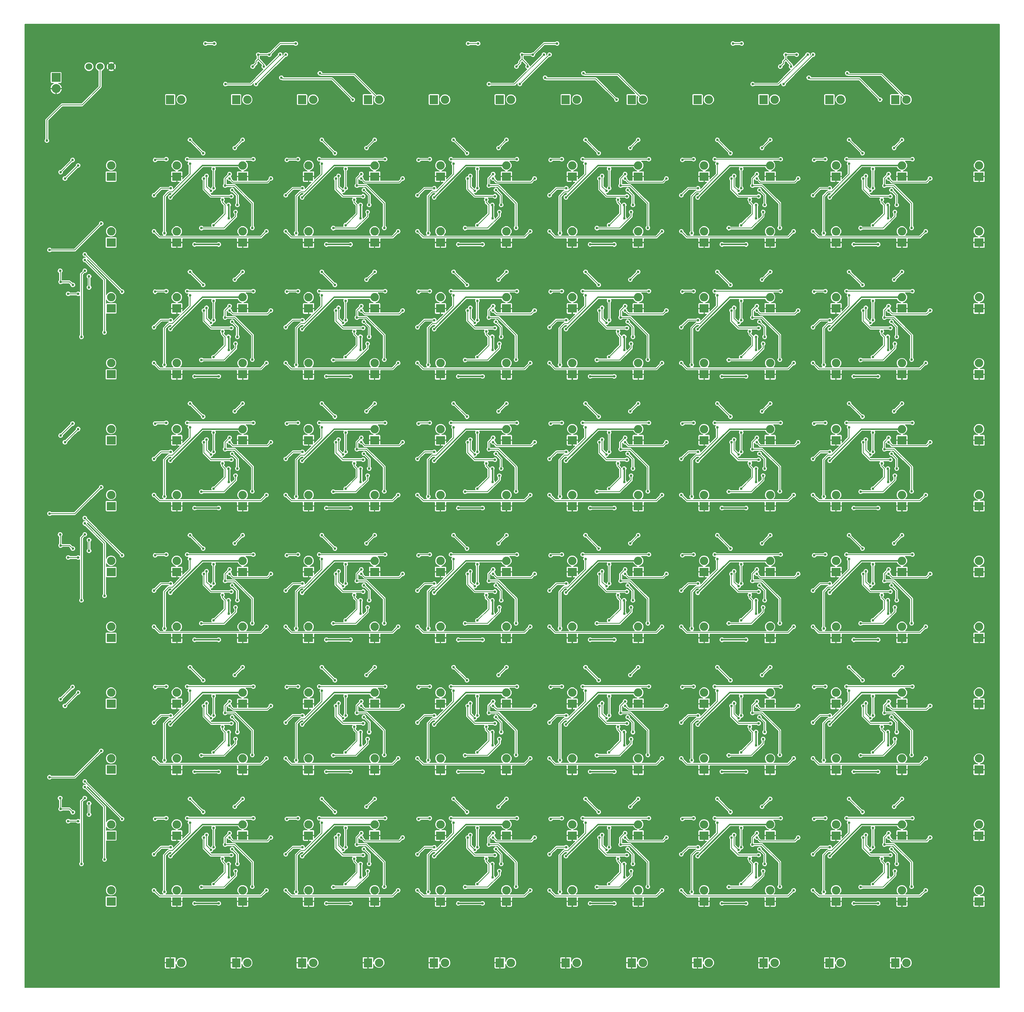
<source format=gbr>
G04 #@! TF.FileFunction,Copper,L2,Bot,Signal*
%FSLAX46Y46*%
G04 Gerber Fmt 4.6, Leading zero omitted, Abs format (unit mm)*
G04 Created by KiCad (PCBNEW 4.0.1-stable) date 3/3/2016 12:22:01 AM*
%MOMM*%
G01*
G04 APERTURE LIST*
%ADD10C,0.100000*%
%ADD11R,2.000000X1.900000*%
%ADD12C,1.900000*%
%ADD13R,1.900000X2.000000*%
%ADD14R,2.032000X2.032000*%
%ADD15O,2.032000X2.032000*%
%ADD16C,1.524000*%
%ADD17C,0.600000*%
%ADD18C,0.300000*%
%ADD19C,0.200000*%
G04 APERTURE END LIST*
D10*
D11*
X20000000Y19960000D03*
D12*
X20000000Y22500000D03*
D11*
X20000000Y79960000D03*
D12*
X20000000Y82500000D03*
D11*
X217500000Y19960000D03*
D12*
X217500000Y22500000D03*
D11*
X217500000Y79960000D03*
D12*
X217500000Y82500000D03*
D11*
X20000000Y34960000D03*
D12*
X20000000Y37500000D03*
D11*
X20000000Y94960000D03*
D12*
X20000000Y97500000D03*
D11*
X217500000Y34960000D03*
D12*
X217500000Y37500000D03*
D11*
X217500000Y94960000D03*
D12*
X217500000Y97500000D03*
D11*
X20000000Y49960000D03*
D12*
X20000000Y52500000D03*
D11*
X20000000Y109960000D03*
D12*
X20000000Y112500000D03*
D11*
X20000000Y64960000D03*
D12*
X20000000Y67500000D03*
D11*
X20000000Y124960000D03*
D12*
X20000000Y127500000D03*
D11*
X217500000Y49960000D03*
D12*
X217500000Y52500000D03*
D11*
X217500000Y109960000D03*
D12*
X217500000Y112500000D03*
D11*
X217500000Y64960000D03*
D12*
X217500000Y67500000D03*
D11*
X217500000Y124960000D03*
D12*
X217500000Y127500000D03*
D13*
X183460000Y202500000D03*
D12*
X186000000Y202500000D03*
D13*
X123460000Y202500000D03*
D12*
X126000000Y202500000D03*
D13*
X168460000Y202500000D03*
D12*
X171000000Y202500000D03*
D13*
X108460000Y202500000D03*
D12*
X111000000Y202500000D03*
D13*
X153460000Y6000000D03*
D12*
X156000000Y6000000D03*
D13*
X93460000Y6000000D03*
D12*
X96000000Y6000000D03*
D13*
X153460000Y202500000D03*
D12*
X156000000Y202500000D03*
D13*
X93460000Y202500000D03*
D12*
X96000000Y202500000D03*
D13*
X183460000Y6000000D03*
D12*
X186000000Y6000000D03*
D13*
X123460000Y6000000D03*
D12*
X126000000Y6000000D03*
D13*
X168460000Y6000000D03*
D12*
X171000000Y6000000D03*
D13*
X108460000Y6000000D03*
D12*
X111000000Y6000000D03*
D13*
X198460000Y202500000D03*
D12*
X201000000Y202500000D03*
D13*
X138460000Y202500000D03*
D12*
X141000000Y202500000D03*
D13*
X198460000Y6000000D03*
D12*
X201000000Y6000000D03*
D13*
X138460000Y6000000D03*
D12*
X141000000Y6000000D03*
D11*
X199950000Y19960000D03*
D12*
X199950000Y22500000D03*
D11*
X169950000Y19960000D03*
D12*
X169950000Y22500000D03*
D11*
X139950000Y19960000D03*
D12*
X139950000Y22500000D03*
D11*
X109950000Y19960000D03*
D12*
X109950000Y22500000D03*
D11*
X79950000Y19960000D03*
D12*
X79950000Y22500000D03*
D11*
X49950000Y19960000D03*
D12*
X49950000Y22500000D03*
D11*
X199950000Y49960000D03*
D12*
X199950000Y52500000D03*
D11*
X169950000Y49960000D03*
D12*
X169950000Y52500000D03*
D11*
X139950000Y49960000D03*
D12*
X139950000Y52500000D03*
D11*
X109950000Y49960000D03*
D12*
X109950000Y52500000D03*
D11*
X79950000Y49960000D03*
D12*
X79950000Y52500000D03*
D11*
X49950000Y49960000D03*
D12*
X49950000Y52500000D03*
D11*
X199950000Y79960000D03*
D12*
X199950000Y82500000D03*
D11*
X169950000Y79960000D03*
D12*
X169950000Y82500000D03*
D11*
X139950000Y79960000D03*
D12*
X139950000Y82500000D03*
D11*
X109950000Y79960000D03*
D12*
X109950000Y82500000D03*
D11*
X79950000Y79960000D03*
D12*
X79950000Y82500000D03*
D11*
X49950000Y79960000D03*
D12*
X49950000Y82500000D03*
D11*
X199950000Y109960000D03*
D12*
X199950000Y112500000D03*
D11*
X169950000Y109960000D03*
D12*
X169950000Y112500000D03*
D11*
X139950000Y109960000D03*
D12*
X139950000Y112500000D03*
D11*
X109950000Y109960000D03*
D12*
X109950000Y112500000D03*
D11*
X79950000Y109960000D03*
D12*
X79950000Y112500000D03*
D11*
X49950000Y109960000D03*
D12*
X49950000Y112500000D03*
D11*
X199950000Y139960000D03*
D12*
X199950000Y142500000D03*
D11*
X169950000Y139960000D03*
D12*
X169950000Y142500000D03*
D11*
X139950000Y139960000D03*
D12*
X139950000Y142500000D03*
D11*
X109950000Y139960000D03*
D12*
X109950000Y142500000D03*
D11*
X79950000Y139960000D03*
D12*
X79950000Y142500000D03*
D11*
X49950000Y139960000D03*
D12*
X49950000Y142500000D03*
D11*
X199950000Y169960000D03*
D12*
X199950000Y172500000D03*
D11*
X169950000Y169960000D03*
D12*
X169950000Y172500000D03*
D11*
X139950000Y169960000D03*
D12*
X139950000Y172500000D03*
D11*
X109950000Y169960000D03*
D12*
X109950000Y172500000D03*
D11*
X79950000Y169960000D03*
D12*
X79950000Y172500000D03*
D11*
X184950000Y34960000D03*
D12*
X184950000Y37500000D03*
D11*
X154950000Y34960000D03*
D12*
X154950000Y37500000D03*
D11*
X124950000Y34960000D03*
D12*
X124950000Y37500000D03*
D11*
X94950000Y34960000D03*
D12*
X94950000Y37500000D03*
D11*
X64950000Y34960000D03*
D12*
X64950000Y37500000D03*
D11*
X34950000Y34960000D03*
D12*
X34950000Y37500000D03*
D11*
X184950000Y64960000D03*
D12*
X184950000Y67500000D03*
D11*
X154950000Y64960000D03*
D12*
X154950000Y67500000D03*
D11*
X124950000Y64960000D03*
D12*
X124950000Y67500000D03*
D11*
X94950000Y64960000D03*
D12*
X94950000Y67500000D03*
D11*
X64950000Y64960000D03*
D12*
X64950000Y67500000D03*
D11*
X34950000Y64960000D03*
D12*
X34950000Y67500000D03*
D11*
X184950000Y94960000D03*
D12*
X184950000Y97500000D03*
D11*
X154950000Y94960000D03*
D12*
X154950000Y97500000D03*
D11*
X124950000Y94960000D03*
D12*
X124950000Y97500000D03*
D11*
X94950000Y94960000D03*
D12*
X94950000Y97500000D03*
D11*
X64950000Y94960000D03*
D12*
X64950000Y97500000D03*
D11*
X34950000Y94960000D03*
D12*
X34950000Y97500000D03*
D11*
X184950000Y124960000D03*
D12*
X184950000Y127500000D03*
D11*
X154950000Y124960000D03*
D12*
X154950000Y127500000D03*
D11*
X124950000Y124960000D03*
D12*
X124950000Y127500000D03*
D11*
X94950000Y124960000D03*
D12*
X94950000Y127500000D03*
D11*
X64950000Y124960000D03*
D12*
X64950000Y127500000D03*
D11*
X34950000Y124960000D03*
D12*
X34950000Y127500000D03*
D11*
X184950000Y154960000D03*
D12*
X184950000Y157500000D03*
D11*
X154950000Y154960000D03*
D12*
X154950000Y157500000D03*
D11*
X124950000Y154960000D03*
D12*
X124950000Y157500000D03*
D11*
X94950000Y154960000D03*
D12*
X94950000Y157500000D03*
D11*
X64950000Y154960000D03*
D12*
X64950000Y157500000D03*
D11*
X34950000Y154960000D03*
D12*
X34950000Y157500000D03*
D11*
X184950000Y184960000D03*
D12*
X184950000Y187500000D03*
D11*
X154950000Y184960000D03*
D12*
X154950000Y187500000D03*
D11*
X124950000Y184960000D03*
D12*
X124950000Y187500000D03*
D11*
X94950000Y184960000D03*
D12*
X94950000Y187500000D03*
D11*
X64950000Y184960000D03*
D12*
X64950000Y187500000D03*
D11*
X184950000Y19960000D03*
D12*
X184950000Y22500000D03*
D11*
X154950000Y19960000D03*
D12*
X154950000Y22500000D03*
D11*
X124950000Y19960000D03*
D12*
X124950000Y22500000D03*
D11*
X94950000Y19960000D03*
D12*
X94950000Y22500000D03*
D11*
X64950000Y19960000D03*
D12*
X64950000Y22500000D03*
D11*
X34950000Y19960000D03*
D12*
X34950000Y22500000D03*
D11*
X184950000Y49960000D03*
D12*
X184950000Y52500000D03*
D11*
X154950000Y49960000D03*
D12*
X154950000Y52500000D03*
D11*
X124950000Y49960000D03*
D12*
X124950000Y52500000D03*
D11*
X94950000Y49960000D03*
D12*
X94950000Y52500000D03*
D11*
X64950000Y49960000D03*
D12*
X64950000Y52500000D03*
D11*
X34950000Y49960000D03*
D12*
X34950000Y52500000D03*
D11*
X184950000Y79960000D03*
D12*
X184950000Y82500000D03*
D11*
X154950000Y79960000D03*
D12*
X154950000Y82500000D03*
D11*
X124950000Y79960000D03*
D12*
X124950000Y82500000D03*
D11*
X94950000Y79960000D03*
D12*
X94950000Y82500000D03*
D11*
X64950000Y79960000D03*
D12*
X64950000Y82500000D03*
D11*
X34950000Y79960000D03*
D12*
X34950000Y82500000D03*
D11*
X184950000Y109960000D03*
D12*
X184950000Y112500000D03*
D11*
X154950000Y109960000D03*
D12*
X154950000Y112500000D03*
D11*
X124950000Y109960000D03*
D12*
X124950000Y112500000D03*
D11*
X94950000Y109960000D03*
D12*
X94950000Y112500000D03*
D11*
X64950000Y109960000D03*
D12*
X64950000Y112500000D03*
D11*
X34950000Y109960000D03*
D12*
X34950000Y112500000D03*
D11*
X184950000Y139960000D03*
D12*
X184950000Y142500000D03*
D11*
X154950000Y139960000D03*
D12*
X154950000Y142500000D03*
D11*
X124950000Y139960000D03*
D12*
X124950000Y142500000D03*
D11*
X94950000Y139960000D03*
D12*
X94950000Y142500000D03*
D11*
X64950000Y139960000D03*
D12*
X64950000Y142500000D03*
D11*
X34950000Y139960000D03*
D12*
X34950000Y142500000D03*
D11*
X184950000Y169960000D03*
D12*
X184950000Y172500000D03*
D11*
X154950000Y169960000D03*
D12*
X154950000Y172500000D03*
D11*
X124950000Y169960000D03*
D12*
X124950000Y172500000D03*
D11*
X94950000Y169960000D03*
D12*
X94950000Y172500000D03*
D11*
X64950000Y169960000D03*
D12*
X64950000Y172500000D03*
D11*
X199950000Y34960000D03*
D12*
X199950000Y37500000D03*
D11*
X169950000Y34960000D03*
D12*
X169950000Y37500000D03*
D11*
X139950000Y34960000D03*
D12*
X139950000Y37500000D03*
D11*
X109950000Y34960000D03*
D12*
X109950000Y37500000D03*
D11*
X79950000Y34960000D03*
D12*
X79950000Y37500000D03*
D11*
X49950000Y34960000D03*
D12*
X49950000Y37500000D03*
D11*
X199950000Y64960000D03*
D12*
X199950000Y67500000D03*
D11*
X169950000Y64960000D03*
D12*
X169950000Y67500000D03*
D11*
X139950000Y64960000D03*
D12*
X139950000Y67500000D03*
D11*
X109950000Y64960000D03*
D12*
X109950000Y67500000D03*
D11*
X79950000Y64960000D03*
D12*
X79950000Y67500000D03*
D11*
X49950000Y64960000D03*
D12*
X49950000Y67500000D03*
D11*
X199950000Y94960000D03*
D12*
X199950000Y97500000D03*
D11*
X169950000Y94960000D03*
D12*
X169950000Y97500000D03*
D11*
X139950000Y94960000D03*
D12*
X139950000Y97500000D03*
D11*
X109950000Y94960000D03*
D12*
X109950000Y97500000D03*
D11*
X79950000Y94960000D03*
D12*
X79950000Y97500000D03*
D11*
X49950000Y94960000D03*
D12*
X49950000Y97500000D03*
D11*
X199950000Y124960000D03*
D12*
X199950000Y127500000D03*
D11*
X169950000Y124960000D03*
D12*
X169950000Y127500000D03*
D11*
X139950000Y124960000D03*
D12*
X139950000Y127500000D03*
D11*
X109950000Y124960000D03*
D12*
X109950000Y127500000D03*
D11*
X79950000Y124960000D03*
D12*
X79950000Y127500000D03*
D11*
X49950000Y124960000D03*
D12*
X49950000Y127500000D03*
D11*
X199950000Y154960000D03*
D12*
X199950000Y157500000D03*
D11*
X169950000Y154960000D03*
D12*
X169950000Y157500000D03*
D11*
X139950000Y154960000D03*
D12*
X139950000Y157500000D03*
D11*
X109950000Y154960000D03*
D12*
X109950000Y157500000D03*
D11*
X79950000Y154960000D03*
D12*
X79950000Y157500000D03*
D11*
X49950000Y154960000D03*
D12*
X49950000Y157500000D03*
D11*
X199950000Y184960000D03*
D12*
X199950000Y187500000D03*
D11*
X169950000Y184960000D03*
D12*
X169950000Y187500000D03*
D11*
X139950000Y184960000D03*
D12*
X139950000Y187500000D03*
D11*
X109950000Y184960000D03*
D12*
X109950000Y187500000D03*
D11*
X79950000Y184960000D03*
D12*
X79950000Y187500000D03*
D11*
X34950000Y184960000D03*
D12*
X34950000Y187500000D03*
D11*
X49950000Y184960000D03*
D12*
X49950000Y187500000D03*
D11*
X34950000Y169960000D03*
D12*
X34950000Y172500000D03*
D11*
X49950000Y169960000D03*
D12*
X49950000Y172500000D03*
D11*
X217500000Y184960000D03*
D12*
X217500000Y187500000D03*
D11*
X217500000Y169960000D03*
D12*
X217500000Y172500000D03*
D11*
X217500000Y154960000D03*
D12*
X217500000Y157500000D03*
D11*
X217500000Y139960000D03*
D12*
X217500000Y142500000D03*
D14*
X7500000Y207540000D03*
D15*
X7500000Y205000000D03*
D11*
X20000000Y184960000D03*
D12*
X20000000Y187500000D03*
D11*
X20000000Y169960000D03*
D12*
X20000000Y172500000D03*
D11*
X20000000Y154960000D03*
D12*
X20000000Y157500000D03*
D11*
X20000000Y139960000D03*
D12*
X20000000Y142500000D03*
D16*
X17500000Y210000000D03*
X20040000Y210000000D03*
X14960000Y210000000D03*
D13*
X33460000Y6000000D03*
D12*
X36000000Y6000000D03*
D13*
X48460000Y6000000D03*
D12*
X51000000Y6000000D03*
D13*
X63460000Y6000000D03*
D12*
X66000000Y6000000D03*
D13*
X78460000Y6000000D03*
D12*
X81000000Y6000000D03*
D13*
X33460000Y202500000D03*
D12*
X36000000Y202500000D03*
D13*
X48460000Y202500000D03*
D12*
X51000000Y202500000D03*
D13*
X63460000Y202500000D03*
D12*
X66000000Y202500000D03*
D13*
X78460000Y202500000D03*
D12*
X81000000Y202500000D03*
D17*
X196784272Y25465728D03*
X166784272Y25465728D03*
X136784272Y25465728D03*
X106784272Y25465728D03*
X76784272Y25465728D03*
X46784272Y25465728D03*
X196784272Y55465728D03*
X166784272Y55465728D03*
X136784272Y55465728D03*
X106784272Y55465728D03*
X76784272Y55465728D03*
X46784272Y55465728D03*
X196784272Y85465728D03*
X166784272Y85465728D03*
X136784272Y85465728D03*
X106784272Y85465728D03*
X76784272Y85465728D03*
X46784272Y85465728D03*
X196784272Y115465728D03*
X166784272Y115465728D03*
X136784272Y115465728D03*
X106784272Y115465728D03*
X76784272Y115465728D03*
X46784272Y115465728D03*
X196784272Y145465728D03*
X166784272Y145465728D03*
X136784272Y145465728D03*
X106784272Y145465728D03*
X76784272Y145465728D03*
X46784272Y145465728D03*
X196784272Y175465728D03*
X166784272Y175465728D03*
X136784272Y175465728D03*
X106784272Y175465728D03*
X76784272Y175465728D03*
X196750000Y28500000D03*
X166750000Y28500000D03*
X136750000Y28500000D03*
X106750000Y28500000D03*
X76750000Y28500000D03*
X46750000Y28500000D03*
X196750000Y58500000D03*
X166750000Y58500000D03*
X136750000Y58500000D03*
X106750000Y58500000D03*
X76750000Y58500000D03*
X46750000Y58500000D03*
X196750000Y88500000D03*
X166750000Y88500000D03*
X136750000Y88500000D03*
X106750000Y88500000D03*
X76750000Y88500000D03*
X46750000Y88500000D03*
X196750000Y118500000D03*
X166750000Y118500000D03*
X136750000Y118500000D03*
X106750000Y118500000D03*
X76750000Y118500000D03*
X46750000Y118500000D03*
X196750000Y148500000D03*
X166750000Y148500000D03*
X136750000Y148500000D03*
X106750000Y148500000D03*
X76750000Y148500000D03*
X46750000Y148500000D03*
X196750000Y178500000D03*
X166750000Y178500000D03*
X136750000Y178500000D03*
X106750000Y178500000D03*
X76750000Y178500000D03*
X46750000Y178500000D03*
X46784272Y175465728D03*
X14000000Y44750000D03*
X14000000Y104750000D03*
X5000000Y41500000D03*
X5000000Y101500000D03*
X7500000Y32500000D03*
X7500000Y92500000D03*
X7500000Y29750000D03*
X7500000Y89750000D03*
X7500000Y28500000D03*
X7500000Y88500000D03*
X7500000Y31250000D03*
X7500000Y91250000D03*
X177250000Y207500000D03*
X117250000Y207500000D03*
X187000000Y214000000D03*
X127000000Y214000000D03*
X189750000Y214000000D03*
X129750000Y214000000D03*
X191000000Y214000000D03*
X131000000Y214000000D03*
X188250000Y214000000D03*
X128250000Y214000000D03*
X180000000Y216500000D03*
X120000000Y216500000D03*
X190450000Y24500000D03*
X160450000Y24500000D03*
X130450000Y24500000D03*
X100450000Y24500000D03*
X70450000Y24500000D03*
X40450000Y24500000D03*
X190450000Y54500000D03*
X160450000Y54500000D03*
X130450000Y54500000D03*
X100450000Y54500000D03*
X70450000Y54500000D03*
X40450000Y54500000D03*
X190450000Y84500000D03*
X160450000Y84500000D03*
X130450000Y84500000D03*
X100450000Y84500000D03*
X70450000Y84500000D03*
X40450000Y84500000D03*
X190450000Y114500000D03*
X160450000Y114500000D03*
X130450000Y114500000D03*
X100450000Y114500000D03*
X70450000Y114500000D03*
X40450000Y114500000D03*
X190450000Y144500000D03*
X160450000Y144500000D03*
X130450000Y144500000D03*
X100450000Y144500000D03*
X70450000Y144500000D03*
X40450000Y144500000D03*
X190450000Y174500000D03*
X160450000Y174500000D03*
X130450000Y174500000D03*
X100450000Y174500000D03*
X70450000Y174500000D03*
X193950000Y16500000D03*
X163950000Y16500000D03*
X133950000Y16500000D03*
X103950000Y16500000D03*
X73950000Y16500000D03*
X43950000Y16500000D03*
X193950000Y46500000D03*
X163950000Y46500000D03*
X133950000Y46500000D03*
X103950000Y46500000D03*
X73950000Y46500000D03*
X43950000Y46500000D03*
X193950000Y76500000D03*
X163950000Y76500000D03*
X133950000Y76500000D03*
X103950000Y76500000D03*
X73950000Y76500000D03*
X43950000Y76500000D03*
X193950000Y106500000D03*
X163950000Y106500000D03*
X133950000Y106500000D03*
X103950000Y106500000D03*
X73950000Y106500000D03*
X43950000Y106500000D03*
X193950000Y136500000D03*
X163950000Y136500000D03*
X133950000Y136500000D03*
X103950000Y136500000D03*
X73950000Y136500000D03*
X43950000Y136500000D03*
X193950000Y166500000D03*
X163950000Y166500000D03*
X133950000Y166500000D03*
X103950000Y166500000D03*
X73950000Y166500000D03*
X192550000Y16500000D03*
X162550000Y16500000D03*
X132550000Y16500000D03*
X102550000Y16500000D03*
X72550000Y16500000D03*
X42550000Y16500000D03*
X192550000Y46500000D03*
X162550000Y46500000D03*
X132550000Y46500000D03*
X102550000Y46500000D03*
X72550000Y46500000D03*
X42550000Y46500000D03*
X192550000Y76500000D03*
X162550000Y76500000D03*
X132550000Y76500000D03*
X102550000Y76500000D03*
X72550000Y76500000D03*
X42550000Y76500000D03*
X192550000Y106500000D03*
X162550000Y106500000D03*
X132550000Y106500000D03*
X102550000Y106500000D03*
X72550000Y106500000D03*
X42550000Y106500000D03*
X192550000Y136500000D03*
X162550000Y136500000D03*
X132550000Y136500000D03*
X102550000Y136500000D03*
X72550000Y136500000D03*
X42550000Y136500000D03*
X192550000Y166500000D03*
X162550000Y166500000D03*
X132550000Y166500000D03*
X102550000Y166500000D03*
X72550000Y166500000D03*
X191350000Y16500000D03*
X161350000Y16500000D03*
X131350000Y16500000D03*
X101350000Y16500000D03*
X71350000Y16500000D03*
X41350000Y16500000D03*
X191350000Y46500000D03*
X161350000Y46500000D03*
X131350000Y46500000D03*
X101350000Y46500000D03*
X71350000Y46500000D03*
X41350000Y46500000D03*
X191350000Y76500000D03*
X161350000Y76500000D03*
X131350000Y76500000D03*
X101350000Y76500000D03*
X71350000Y76500000D03*
X41350000Y76500000D03*
X191350000Y106500000D03*
X161350000Y106500000D03*
X131350000Y106500000D03*
X101350000Y106500000D03*
X71350000Y106500000D03*
X41350000Y106500000D03*
X191350000Y136500000D03*
X161350000Y136500000D03*
X131350000Y136500000D03*
X101350000Y136500000D03*
X71350000Y136500000D03*
X41350000Y136500000D03*
X191350000Y166500000D03*
X161350000Y166500000D03*
X131350000Y166500000D03*
X101350000Y166500000D03*
X71350000Y166500000D03*
X189950000Y16500000D03*
X159950000Y16500000D03*
X129950000Y16500000D03*
X99950000Y16500000D03*
X69950000Y16500000D03*
X39950000Y16500000D03*
X189950000Y46500000D03*
X159950000Y46500000D03*
X129950000Y46500000D03*
X99950000Y46500000D03*
X69950000Y46500000D03*
X39950000Y46500000D03*
X189950000Y76500000D03*
X159950000Y76500000D03*
X129950000Y76500000D03*
X99950000Y76500000D03*
X69950000Y76500000D03*
X39950000Y76500000D03*
X189950000Y106500000D03*
X159950000Y106500000D03*
X129950000Y106500000D03*
X99950000Y106500000D03*
X69950000Y106500000D03*
X39950000Y106500000D03*
X189950000Y136500000D03*
X159950000Y136500000D03*
X129950000Y136500000D03*
X99950000Y136500000D03*
X69950000Y136500000D03*
X39950000Y136500000D03*
X189950000Y166500000D03*
X159950000Y166500000D03*
X129950000Y166500000D03*
X99950000Y166500000D03*
X69950000Y166500000D03*
X200750000Y25500000D03*
X170750000Y25500000D03*
X140750000Y25500000D03*
X110750000Y25500000D03*
X80750000Y25500000D03*
X50750000Y25500000D03*
X200750000Y55500000D03*
X170750000Y55500000D03*
X140750000Y55500000D03*
X110750000Y55500000D03*
X80750000Y55500000D03*
X50750000Y55500000D03*
X200750000Y85500000D03*
X170750000Y85500000D03*
X140750000Y85500000D03*
X110750000Y85500000D03*
X80750000Y85500000D03*
X50750000Y85500000D03*
X200750000Y115500000D03*
X170750000Y115500000D03*
X140750000Y115500000D03*
X110750000Y115500000D03*
X80750000Y115500000D03*
X50750000Y115500000D03*
X200750000Y145500000D03*
X170750000Y145500000D03*
X140750000Y145500000D03*
X110750000Y145500000D03*
X80750000Y145500000D03*
X50750000Y145500000D03*
X200750000Y175500000D03*
X170750000Y175500000D03*
X140750000Y175500000D03*
X110750000Y175500000D03*
X80750000Y175500000D03*
X190550000Y31700000D03*
X160550000Y31700000D03*
X130550000Y31700000D03*
X100550000Y31700000D03*
X70550000Y31700000D03*
X40550000Y31700000D03*
X190550000Y61700000D03*
X160550000Y61700000D03*
X130550000Y61700000D03*
X100550000Y61700000D03*
X70550000Y61700000D03*
X40550000Y61700000D03*
X190550000Y91700000D03*
X160550000Y91700000D03*
X130550000Y91700000D03*
X100550000Y91700000D03*
X70550000Y91700000D03*
X40550000Y91700000D03*
X190550000Y121700000D03*
X160550000Y121700000D03*
X130550000Y121700000D03*
X100550000Y121700000D03*
X70550000Y121700000D03*
X40550000Y121700000D03*
X190550000Y151700000D03*
X160550000Y151700000D03*
X130550000Y151700000D03*
X100550000Y151700000D03*
X70550000Y151700000D03*
X40550000Y151700000D03*
X190550000Y181700000D03*
X160550000Y181700000D03*
X130550000Y181700000D03*
X100550000Y181700000D03*
X70550000Y181700000D03*
X199650000Y32500000D03*
X169650000Y32500000D03*
X139650000Y32500000D03*
X109650000Y32500000D03*
X79650000Y32500000D03*
X49650000Y32500000D03*
X199650000Y62500000D03*
X169650000Y62500000D03*
X139650000Y62500000D03*
X109650000Y62500000D03*
X79650000Y62500000D03*
X49650000Y62500000D03*
X199650000Y92500000D03*
X169650000Y92500000D03*
X139650000Y92500000D03*
X109650000Y92500000D03*
X79650000Y92500000D03*
X49650000Y92500000D03*
X199650000Y122500000D03*
X169650000Y122500000D03*
X139650000Y122500000D03*
X109650000Y122500000D03*
X79650000Y122500000D03*
X49650000Y122500000D03*
X199650000Y152500000D03*
X169650000Y152500000D03*
X139650000Y152500000D03*
X109650000Y152500000D03*
X79650000Y152500000D03*
X49650000Y152500000D03*
X199650000Y182500000D03*
X169650000Y182500000D03*
X139650000Y182500000D03*
X109650000Y182500000D03*
X79650000Y182500000D03*
X205650000Y32500000D03*
X175650000Y32500000D03*
X145650000Y32500000D03*
X115650000Y32500000D03*
X85650000Y32500000D03*
X55650000Y32500000D03*
X205650000Y62500000D03*
X175650000Y62500000D03*
X145650000Y62500000D03*
X115650000Y62500000D03*
X85650000Y62500000D03*
X55650000Y62500000D03*
X205650000Y92500000D03*
X175650000Y92500000D03*
X145650000Y92500000D03*
X115650000Y92500000D03*
X85650000Y92500000D03*
X55650000Y92500000D03*
X205650000Y122500000D03*
X175650000Y122500000D03*
X145650000Y122500000D03*
X115650000Y122500000D03*
X85650000Y122500000D03*
X55650000Y122500000D03*
X205650000Y152500000D03*
X175650000Y152500000D03*
X145650000Y152500000D03*
X115650000Y152500000D03*
X85650000Y152500000D03*
X55650000Y152500000D03*
X205650000Y182500000D03*
X175650000Y182500000D03*
X145650000Y182500000D03*
X115650000Y182500000D03*
X85650000Y182500000D03*
X201650000Y32500000D03*
X171650000Y32500000D03*
X141650000Y32500000D03*
X111650000Y32500000D03*
X81650000Y32500000D03*
X51650000Y32500000D03*
X201650000Y62500000D03*
X171650000Y62500000D03*
X141650000Y62500000D03*
X111650000Y62500000D03*
X81650000Y62500000D03*
X51650000Y62500000D03*
X201650000Y92500000D03*
X171650000Y92500000D03*
X141650000Y92500000D03*
X111650000Y92500000D03*
X81650000Y92500000D03*
X51650000Y92500000D03*
X201650000Y122500000D03*
X171650000Y122500000D03*
X141650000Y122500000D03*
X111650000Y122500000D03*
X81650000Y122500000D03*
X51650000Y122500000D03*
X201650000Y152500000D03*
X171650000Y152500000D03*
X141650000Y152500000D03*
X111650000Y152500000D03*
X81650000Y152500000D03*
X51650000Y152500000D03*
X201650000Y182500000D03*
X171650000Y182500000D03*
X141650000Y182500000D03*
X111650000Y182500000D03*
X81650000Y182500000D03*
X203650000Y32500000D03*
X173650000Y32500000D03*
X143650000Y32500000D03*
X113650000Y32500000D03*
X83650000Y32500000D03*
X53650000Y32500000D03*
X203650000Y62500000D03*
X173650000Y62500000D03*
X143650000Y62500000D03*
X113650000Y62500000D03*
X83650000Y62500000D03*
X53650000Y62500000D03*
X203650000Y92500000D03*
X173650000Y92500000D03*
X143650000Y92500000D03*
X113650000Y92500000D03*
X83650000Y92500000D03*
X53650000Y92500000D03*
X203650000Y122500000D03*
X173650000Y122500000D03*
X143650000Y122500000D03*
X113650000Y122500000D03*
X83650000Y122500000D03*
X53650000Y122500000D03*
X203650000Y152500000D03*
X173650000Y152500000D03*
X143650000Y152500000D03*
X113650000Y152500000D03*
X83650000Y152500000D03*
X53650000Y152500000D03*
X203650000Y182500000D03*
X173650000Y182500000D03*
X143650000Y182500000D03*
X113650000Y182500000D03*
X83650000Y182500000D03*
X200450000Y40250000D03*
X170450000Y40250000D03*
X140450000Y40250000D03*
X110450000Y40250000D03*
X80450000Y40250000D03*
X50450000Y40250000D03*
X200450000Y70250000D03*
X170450000Y70250000D03*
X140450000Y70250000D03*
X110450000Y70250000D03*
X80450000Y70250000D03*
X50450000Y70250000D03*
X200450000Y100250000D03*
X170450000Y100250000D03*
X140450000Y100250000D03*
X110450000Y100250000D03*
X80450000Y100250000D03*
X50450000Y100250000D03*
X200450000Y130250000D03*
X170450000Y130250000D03*
X140450000Y130250000D03*
X110450000Y130250000D03*
X80450000Y130250000D03*
X50450000Y130250000D03*
X200450000Y160250000D03*
X170450000Y160250000D03*
X140450000Y160250000D03*
X110450000Y160250000D03*
X80450000Y160250000D03*
X50450000Y160250000D03*
X200450000Y190250000D03*
X170450000Y190250000D03*
X140450000Y190250000D03*
X110450000Y190250000D03*
X80450000Y190250000D03*
X60000000Y216500000D03*
X71000000Y214000000D03*
X69750000Y214000000D03*
X68250000Y214000000D03*
X67000000Y214000000D03*
X57250000Y207500000D03*
X7500000Y151250000D03*
X7500000Y148500000D03*
X7500000Y149750000D03*
X7500000Y152500000D03*
X5000000Y161500000D03*
X14000000Y164750000D03*
X41350000Y166500000D03*
X42550000Y166500000D03*
X43950000Y166500000D03*
X39950000Y166500000D03*
X55650000Y182500000D03*
X53650000Y182500000D03*
X51650000Y182500000D03*
X49650000Y182500000D03*
X50750000Y175500000D03*
X40550000Y181700000D03*
X40450000Y174500000D03*
X50450000Y190250000D03*
X183500000Y30250000D03*
X153500000Y30250000D03*
X123500000Y30250000D03*
X93500000Y30250000D03*
X63500000Y30250000D03*
X33500000Y30250000D03*
X183500000Y60250000D03*
X153500000Y60250000D03*
X123500000Y60250000D03*
X93500000Y60250000D03*
X63500000Y60250000D03*
X33500000Y60250000D03*
X183500000Y90250000D03*
X153500000Y90250000D03*
X123500000Y90250000D03*
X93500000Y90250000D03*
X63500000Y90250000D03*
X33500000Y90250000D03*
X183500000Y120250000D03*
X153500000Y120250000D03*
X123500000Y120250000D03*
X93500000Y120250000D03*
X63500000Y120250000D03*
X33500000Y120250000D03*
X183500000Y150250000D03*
X153500000Y150250000D03*
X123500000Y150250000D03*
X93500000Y150250000D03*
X63500000Y150250000D03*
X33500000Y150250000D03*
X183500000Y180250000D03*
X153500000Y180250000D03*
X123500000Y180250000D03*
X93500000Y180250000D03*
X63500000Y180250000D03*
X33500000Y180250000D03*
X193350000Y23900000D03*
X163350000Y23900000D03*
X133350000Y23900000D03*
X103350000Y23900000D03*
X73350000Y23900000D03*
X43350000Y23900000D03*
X193350000Y53900000D03*
X163350000Y53900000D03*
X133350000Y53900000D03*
X103350000Y53900000D03*
X73350000Y53900000D03*
X43350000Y53900000D03*
X193350000Y83900000D03*
X163350000Y83900000D03*
X133350000Y83900000D03*
X103350000Y83900000D03*
X73350000Y83900000D03*
X43350000Y83900000D03*
X193350000Y113900000D03*
X163350000Y113900000D03*
X133350000Y113900000D03*
X103350000Y113900000D03*
X73350000Y113900000D03*
X43350000Y113900000D03*
X193350000Y143900000D03*
X163350000Y143900000D03*
X133350000Y143900000D03*
X103350000Y143900000D03*
X73350000Y143900000D03*
X43350000Y143900000D03*
X193350000Y173900000D03*
X163350000Y173900000D03*
X133350000Y173900000D03*
X103350000Y173900000D03*
X73350000Y173900000D03*
X195349996Y29700000D03*
X165349996Y29700000D03*
X135349996Y29700000D03*
X105349996Y29700000D03*
X75349996Y29700000D03*
X45349996Y29700000D03*
X195349996Y59700000D03*
X165349996Y59700000D03*
X135349996Y59700000D03*
X105349996Y59700000D03*
X75349996Y59700000D03*
X45349996Y59700000D03*
X195349996Y89700000D03*
X165349996Y89700000D03*
X135349996Y89700000D03*
X105349996Y89700000D03*
X75349996Y89700000D03*
X45349996Y89700000D03*
X195349996Y119700000D03*
X165349996Y119700000D03*
X135349996Y119700000D03*
X105349996Y119700000D03*
X75349996Y119700000D03*
X45349996Y119700000D03*
X195349996Y149700000D03*
X165349996Y149700000D03*
X135349996Y149700000D03*
X105349996Y149700000D03*
X75349996Y149700000D03*
X45349996Y149700000D03*
X195349996Y179700000D03*
X165349996Y179700000D03*
X135349996Y179700000D03*
X105349996Y179700000D03*
X75349996Y179700000D03*
X45349996Y179700000D03*
X43350000Y173900000D03*
X198750000Y28500000D03*
X168750000Y28500000D03*
X138750000Y28500000D03*
X108750000Y28500000D03*
X78750000Y28500000D03*
X48750000Y28500000D03*
X198750000Y58500000D03*
X168750000Y58500000D03*
X138750000Y58500000D03*
X108750000Y58500000D03*
X78750000Y58500000D03*
X48750000Y58500000D03*
X198750000Y88500000D03*
X168750000Y88500000D03*
X138750000Y88500000D03*
X108750000Y88500000D03*
X78750000Y88500000D03*
X48750000Y88500000D03*
X198750000Y118500000D03*
X168750000Y118500000D03*
X138750000Y118500000D03*
X108750000Y118500000D03*
X78750000Y118500000D03*
X48750000Y118500000D03*
X198750000Y148500000D03*
X168750000Y148500000D03*
X138750000Y148500000D03*
X108750000Y148500000D03*
X78750000Y148500000D03*
X48750000Y148500000D03*
X198750000Y178500000D03*
X168750000Y178500000D03*
X138750000Y178500000D03*
X108750000Y178500000D03*
X78750000Y178500000D03*
X197550000Y31900000D03*
X167550000Y31900000D03*
X137550000Y31900000D03*
X107550000Y31900000D03*
X77550000Y31900000D03*
X47550000Y31900000D03*
X197550000Y61900000D03*
X167550000Y61900000D03*
X137550000Y61900000D03*
X107550000Y61900000D03*
X77550000Y61900000D03*
X47550000Y61900000D03*
X197550000Y91900000D03*
X167550000Y91900000D03*
X137550000Y91900000D03*
X107550000Y91900000D03*
X77550000Y91900000D03*
X47550000Y91900000D03*
X197550000Y121900000D03*
X167550000Y121900000D03*
X137550000Y121900000D03*
X107550000Y121900000D03*
X77550000Y121900000D03*
X47550000Y121900000D03*
X197550000Y151900000D03*
X167550000Y151900000D03*
X137550000Y151900000D03*
X107550000Y151900000D03*
X77550000Y151900000D03*
X47550000Y151900000D03*
X197550000Y181900000D03*
X167550000Y181900000D03*
X137550000Y181900000D03*
X107550000Y181900000D03*
X77550000Y181900000D03*
X48750000Y178500000D03*
X47550000Y181900000D03*
X190550000Y23230000D03*
X160550000Y23230000D03*
X130550000Y23230000D03*
X100550000Y23230000D03*
X70550000Y23230000D03*
X40550000Y23230000D03*
X190550000Y53230000D03*
X160550000Y53230000D03*
X130550000Y53230000D03*
X100550000Y53230000D03*
X70550000Y53230000D03*
X40550000Y53230000D03*
X190550000Y83230000D03*
X160550000Y83230000D03*
X130550000Y83230000D03*
X100550000Y83230000D03*
X70550000Y83230000D03*
X40550000Y83230000D03*
X190550000Y113230000D03*
X160550000Y113230000D03*
X130550000Y113230000D03*
X100550000Y113230000D03*
X70550000Y113230000D03*
X40550000Y113230000D03*
X190550000Y143230000D03*
X160550000Y143230000D03*
X130550000Y143230000D03*
X100550000Y143230000D03*
X70550000Y143230000D03*
X40550000Y143230000D03*
X190550000Y173230000D03*
X160550000Y173230000D03*
X130550000Y173230000D03*
X100550000Y173230000D03*
X70550000Y173230000D03*
X198350000Y26900000D03*
X168350000Y26900000D03*
X138350000Y26900000D03*
X108350000Y26900000D03*
X78350000Y26900000D03*
X48350000Y26900000D03*
X198350000Y56900000D03*
X168350000Y56900000D03*
X138350000Y56900000D03*
X108350000Y56900000D03*
X78350000Y56900000D03*
X48350000Y56900000D03*
X198350000Y86900000D03*
X168350000Y86900000D03*
X138350000Y86900000D03*
X108350000Y86900000D03*
X78350000Y86900000D03*
X48350000Y86900000D03*
X198350000Y116900000D03*
X168350000Y116900000D03*
X138350000Y116900000D03*
X108350000Y116900000D03*
X78350000Y116900000D03*
X48350000Y116900000D03*
X198350000Y146900000D03*
X168350000Y146900000D03*
X138350000Y146900000D03*
X108350000Y146900000D03*
X78350000Y146900000D03*
X48350000Y146900000D03*
X198350000Y176900000D03*
X168350000Y176900000D03*
X138350000Y176900000D03*
X108350000Y176900000D03*
X78350000Y176900000D03*
X48350000Y176900000D03*
X40550000Y173230000D03*
X187349998Y38899998D03*
X157349998Y38899998D03*
X127349998Y38899998D03*
X97349998Y38899998D03*
X67349998Y38899998D03*
X37349998Y38899998D03*
X187349998Y68899998D03*
X157349998Y68899998D03*
X127349998Y68899998D03*
X97349998Y68899998D03*
X67349998Y68899998D03*
X37349998Y68899998D03*
X187349998Y98899998D03*
X157349998Y98899998D03*
X127349998Y98899998D03*
X97349998Y98899998D03*
X67349998Y98899998D03*
X37349998Y98899998D03*
X187349998Y128899998D03*
X157349998Y128899998D03*
X127349998Y128899998D03*
X97349998Y128899998D03*
X67349998Y128899998D03*
X37349998Y128899998D03*
X187349998Y158899998D03*
X157349998Y158899998D03*
X127349998Y158899998D03*
X97349998Y158899998D03*
X67349998Y158899998D03*
X37349998Y158899998D03*
X187349998Y188899998D03*
X157349998Y188899998D03*
X127349998Y188899998D03*
X97349998Y188899998D03*
X67349998Y188899998D03*
X202350000Y38900000D03*
X172350000Y38900000D03*
X142350000Y38900000D03*
X112350000Y38900000D03*
X82350000Y38900000D03*
X52350000Y38900000D03*
X202350000Y68900000D03*
X172350000Y68900000D03*
X142350000Y68900000D03*
X112350000Y68900000D03*
X82350000Y68900000D03*
X52350000Y68900000D03*
X202350000Y98900000D03*
X172350000Y98900000D03*
X142350000Y98900000D03*
X112350000Y98900000D03*
X82350000Y98900000D03*
X52350000Y98900000D03*
X202350000Y128900000D03*
X172350000Y128900000D03*
X142350000Y128900000D03*
X112350000Y128900000D03*
X82350000Y128900000D03*
X52350000Y128900000D03*
X202350000Y158900000D03*
X172350000Y158900000D03*
X142350000Y158900000D03*
X112350000Y158900000D03*
X82350000Y158900000D03*
X52350000Y158900000D03*
X202350000Y188900000D03*
X172350000Y188900000D03*
X142350000Y188900000D03*
X112350000Y188900000D03*
X82350000Y188900000D03*
X182550000Y38900000D03*
X152550000Y38900000D03*
X122550000Y38900000D03*
X92550000Y38900000D03*
X62550000Y38900000D03*
X32550000Y38900000D03*
X182550000Y68900000D03*
X152550000Y68900000D03*
X122550000Y68900000D03*
X92550000Y68900000D03*
X62550000Y68900000D03*
X32550000Y68900000D03*
X182550000Y98900000D03*
X152550000Y98900000D03*
X122550000Y98900000D03*
X92550000Y98900000D03*
X62550000Y98900000D03*
X32550000Y98900000D03*
X182550000Y128900000D03*
X152550000Y128900000D03*
X122550000Y128900000D03*
X92550000Y128900000D03*
X62550000Y128900000D03*
X32550000Y128900000D03*
X182550000Y158900000D03*
X152550000Y158900000D03*
X122550000Y158900000D03*
X92550000Y158900000D03*
X62550000Y158900000D03*
X32550000Y158900000D03*
X182550000Y188900000D03*
X152550000Y188900000D03*
X122550000Y188900000D03*
X92550000Y188900000D03*
X62550000Y188900000D03*
X180000016Y38750000D03*
X150000016Y38750000D03*
X120000016Y38750000D03*
X90000016Y38750000D03*
X60000016Y38750000D03*
X30000016Y38750000D03*
X180000016Y68750000D03*
X150000016Y68750000D03*
X120000016Y68750000D03*
X90000016Y68750000D03*
X60000016Y68750000D03*
X30000016Y68750000D03*
X180000016Y98750000D03*
X150000016Y98750000D03*
X120000016Y98750000D03*
X90000016Y98750000D03*
X60000016Y98750000D03*
X30000016Y98750000D03*
X180000016Y128750000D03*
X150000016Y128750000D03*
X120000016Y128750000D03*
X90000016Y128750000D03*
X60000016Y128750000D03*
X30000016Y128750000D03*
X180000016Y158750000D03*
X150000016Y158750000D03*
X120000016Y158750000D03*
X90000016Y158750000D03*
X60000016Y158750000D03*
X30000016Y158750000D03*
X180000016Y188750000D03*
X150000016Y188750000D03*
X120000016Y188750000D03*
X90000016Y188750000D03*
X60000016Y188750000D03*
X30000016Y188750000D03*
X52350000Y188900000D03*
X37349998Y188899998D03*
X32550000Y188900000D03*
X190950000Y40300000D03*
X160950000Y40300000D03*
X130950000Y40300000D03*
X100950000Y40300000D03*
X70950000Y40300000D03*
X40950000Y40300000D03*
X190950000Y70300000D03*
X160950000Y70300000D03*
X130950000Y70300000D03*
X100950000Y70300000D03*
X70950000Y70300000D03*
X40950000Y70300000D03*
X190950000Y100300000D03*
X160950000Y100300000D03*
X130950000Y100300000D03*
X100950000Y100300000D03*
X70950000Y100300000D03*
X40950000Y100300000D03*
X190950000Y130300000D03*
X160950000Y130300000D03*
X130950000Y130300000D03*
X100950000Y130300000D03*
X70950000Y130300000D03*
X40950000Y130300000D03*
X190950000Y160300000D03*
X160950000Y160300000D03*
X130950000Y160300000D03*
X100950000Y160300000D03*
X70950000Y160300000D03*
X40950000Y160300000D03*
X190950000Y190300000D03*
X160950000Y190300000D03*
X130950000Y190300000D03*
X100950000Y190300000D03*
X70950000Y190300000D03*
X187950000Y43300000D03*
X157950000Y43300000D03*
X127950000Y43300000D03*
X97950000Y43300000D03*
X67950000Y43300000D03*
X37950000Y43300000D03*
X187950000Y73300000D03*
X157950000Y73300000D03*
X127950000Y73300000D03*
X97950000Y73300000D03*
X67950000Y73300000D03*
X37950000Y73300000D03*
X187950000Y103300000D03*
X157950000Y103300000D03*
X127950000Y103300000D03*
X97950000Y103300000D03*
X67950000Y103300000D03*
X37950000Y103300000D03*
X187950000Y133300000D03*
X157950000Y133300000D03*
X127950000Y133300000D03*
X97950000Y133300000D03*
X67950000Y133300000D03*
X37950000Y133300000D03*
X187950000Y163300000D03*
X157950000Y163300000D03*
X127950000Y163300000D03*
X97950000Y163300000D03*
X67950000Y163300000D03*
X37950000Y163300000D03*
X187950000Y193300000D03*
X157950000Y193300000D03*
X127950000Y193300000D03*
X97950000Y193300000D03*
X67950000Y193300000D03*
X187950000Y37900000D03*
X157950000Y37900000D03*
X127950000Y37900000D03*
X97950000Y37900000D03*
X67950000Y37900000D03*
X37950000Y37900000D03*
X187950000Y67900000D03*
X157950000Y67900000D03*
X127950000Y67900000D03*
X97950000Y67900000D03*
X67950000Y67900000D03*
X37950000Y67900000D03*
X187950000Y97900000D03*
X157950000Y97900000D03*
X127950000Y97900000D03*
X97950000Y97900000D03*
X67950000Y97900000D03*
X37950000Y97900000D03*
X187950000Y127900000D03*
X157950000Y127900000D03*
X127950000Y127900000D03*
X97950000Y127900000D03*
X67950000Y127900000D03*
X37950000Y127900000D03*
X187950000Y157900000D03*
X157950000Y157900000D03*
X127950000Y157900000D03*
X97950000Y157900000D03*
X67950000Y157900000D03*
X37950000Y157900000D03*
X187950000Y187900000D03*
X157950000Y187900000D03*
X127950000Y187900000D03*
X97950000Y187900000D03*
X67950000Y187900000D03*
X182150000Y22100000D03*
X152150000Y22100000D03*
X122150000Y22100000D03*
X92150000Y22100000D03*
X62150000Y22100000D03*
X32150000Y22100000D03*
X182150000Y52100000D03*
X152150000Y52100000D03*
X122150000Y52100000D03*
X92150000Y52100000D03*
X62150000Y52100000D03*
X32150000Y52100000D03*
X182150000Y82100000D03*
X152150000Y82100000D03*
X122150000Y82100000D03*
X92150000Y82100000D03*
X62150000Y82100000D03*
X32150000Y82100000D03*
X182150000Y112100000D03*
X152150000Y112100000D03*
X122150000Y112100000D03*
X92150000Y112100000D03*
X62150000Y112100000D03*
X32150000Y112100000D03*
X182150000Y142100000D03*
X152150000Y142100000D03*
X122150000Y142100000D03*
X92150000Y142100000D03*
X62150000Y142100000D03*
X32150000Y142100000D03*
X182150000Y172100000D03*
X152150000Y172100000D03*
X122150000Y172100000D03*
X92150000Y172100000D03*
X62150000Y172100000D03*
X32150000Y172100000D03*
X37950000Y187900000D03*
X40950000Y190300000D03*
X37950000Y193300000D03*
X166000008Y206000000D03*
X106000008Y206000000D03*
X46000008Y206000000D03*
X192750000Y31699980D03*
X162750000Y31699980D03*
X132750000Y31699980D03*
X102750000Y31699980D03*
X72750000Y31699980D03*
X42750000Y31699980D03*
X192750000Y61699980D03*
X162750000Y61699980D03*
X132750000Y61699980D03*
X102750000Y61699980D03*
X72750000Y61699980D03*
X42750000Y61699980D03*
X192750000Y91699980D03*
X162750000Y91699980D03*
X132750000Y91699980D03*
X102750000Y91699980D03*
X72750000Y91699980D03*
X42750000Y91699980D03*
X192750000Y121699980D03*
X162750000Y121699980D03*
X132750000Y121699980D03*
X102750000Y121699980D03*
X72750000Y121699980D03*
X42750000Y121699980D03*
X192750000Y151699980D03*
X162750000Y151699980D03*
X132750000Y151699980D03*
X102750000Y151699980D03*
X72750000Y151699980D03*
X42750000Y151699980D03*
X192750000Y181699980D03*
X162750000Y181699980D03*
X132750000Y181699980D03*
X102750000Y181699980D03*
X72750000Y181699980D03*
X191750016Y35100000D03*
X161750016Y35100000D03*
X131750016Y35100000D03*
X101750016Y35100000D03*
X71750016Y35100000D03*
X41750016Y35100000D03*
X191750016Y65100000D03*
X161750016Y65100000D03*
X131750016Y65100000D03*
X101750016Y65100000D03*
X71750016Y65100000D03*
X41750016Y65100000D03*
X191750016Y95100000D03*
X161750016Y95100000D03*
X131750016Y95100000D03*
X101750016Y95100000D03*
X71750016Y95100000D03*
X41750016Y95100000D03*
X191750016Y125100000D03*
X161750016Y125100000D03*
X131750016Y125100000D03*
X101750016Y125100000D03*
X71750016Y125100000D03*
X41750016Y125100000D03*
X191750016Y155100000D03*
X161750016Y155100000D03*
X131750016Y155100000D03*
X101750016Y155100000D03*
X71750016Y155100000D03*
X41750016Y155100000D03*
X191750016Y185100000D03*
X161750016Y185100000D03*
X131750016Y185100000D03*
X101750016Y185100000D03*
X71750016Y185100000D03*
X42750000Y181699980D03*
X41750016Y185100000D03*
X197350000Y30500000D03*
X167350000Y30500000D03*
X137350000Y30500000D03*
X107350000Y30500000D03*
X77350000Y30500000D03*
X47350000Y30500000D03*
X197350000Y60500000D03*
X167350000Y60500000D03*
X137350000Y60500000D03*
X107350000Y60500000D03*
X77350000Y60500000D03*
X47350000Y60500000D03*
X197350000Y90500000D03*
X167350000Y90500000D03*
X137350000Y90500000D03*
X107350000Y90500000D03*
X77350000Y90500000D03*
X47350000Y90500000D03*
X197350000Y120500000D03*
X167350000Y120500000D03*
X137350000Y120500000D03*
X107350000Y120500000D03*
X77350000Y120500000D03*
X47350000Y120500000D03*
X197350000Y150500000D03*
X167350000Y150500000D03*
X137350000Y150500000D03*
X107350000Y150500000D03*
X77350000Y150500000D03*
X47350000Y150500000D03*
X197350000Y180500000D03*
X167350000Y180500000D03*
X137350000Y180500000D03*
X107350000Y180500000D03*
X77350000Y180500000D03*
X191150000Y34500000D03*
X161150000Y34500000D03*
X131150000Y34500000D03*
X101150000Y34500000D03*
X71150000Y34500000D03*
X41150000Y34500000D03*
X191150000Y64500000D03*
X161150000Y64500000D03*
X131150000Y64500000D03*
X101150000Y64500000D03*
X71150000Y64500000D03*
X41150000Y64500000D03*
X191150000Y94500000D03*
X161150000Y94500000D03*
X131150000Y94500000D03*
X101150000Y94500000D03*
X71150000Y94500000D03*
X41150000Y94500000D03*
X191150000Y124500000D03*
X161150000Y124500000D03*
X131150000Y124500000D03*
X101150000Y124500000D03*
X71150000Y124500000D03*
X41150000Y124500000D03*
X191150000Y154500000D03*
X161150000Y154500000D03*
X131150000Y154500000D03*
X101150000Y154500000D03*
X71150000Y154500000D03*
X41150000Y154500000D03*
X191150000Y184500000D03*
X161150000Y184500000D03*
X131150000Y184500000D03*
X101150000Y184500000D03*
X71150000Y184500000D03*
X41150000Y184500000D03*
X47350000Y180500000D03*
X202150000Y23300000D03*
X172150000Y23300000D03*
X142150000Y23300000D03*
X112150000Y23300000D03*
X82150000Y23300000D03*
X52150000Y23300000D03*
X202150000Y53300000D03*
X172150000Y53300000D03*
X142150000Y53300000D03*
X112150000Y53300000D03*
X82150000Y53300000D03*
X52150000Y53300000D03*
X202150000Y83300000D03*
X172150000Y83300000D03*
X142150000Y83300000D03*
X112150000Y83300000D03*
X82150000Y83300000D03*
X52150000Y83300000D03*
X202150000Y113300000D03*
X172150000Y113300000D03*
X142150000Y113300000D03*
X112150000Y113300000D03*
X82150000Y113300000D03*
X52150000Y113300000D03*
X202150000Y143300000D03*
X172150000Y143300000D03*
X142150000Y143300000D03*
X112150000Y143300000D03*
X82150000Y143300000D03*
X52150000Y143300000D03*
X202150000Y173300000D03*
X172150000Y173300000D03*
X142150000Y173300000D03*
X112150000Y173300000D03*
X82150000Y173300000D03*
X195950000Y32900000D03*
X165950000Y32900000D03*
X135950000Y32900000D03*
X105950000Y32900000D03*
X75950000Y32900000D03*
X45950000Y32900000D03*
X195950000Y62900000D03*
X165950000Y62900000D03*
X135950000Y62900000D03*
X105950000Y62900000D03*
X75950000Y62900000D03*
X45950000Y62900000D03*
X195950000Y92900000D03*
X165950000Y92900000D03*
X135950000Y92900000D03*
X105950000Y92900000D03*
X75950000Y92900000D03*
X45950000Y92900000D03*
X195950000Y122900000D03*
X165950000Y122900000D03*
X135950000Y122900000D03*
X105950000Y122900000D03*
X75950000Y122900000D03*
X45950000Y122900000D03*
X195950000Y152900000D03*
X165950000Y152900000D03*
X135950000Y152900000D03*
X105950000Y152900000D03*
X75950000Y152900000D03*
X45950000Y152900000D03*
X195950000Y182900000D03*
X165950000Y182900000D03*
X135950000Y182900000D03*
X105950000Y182900000D03*
X75950000Y182900000D03*
X196950000Y35500000D03*
X166950000Y35500000D03*
X136950000Y35500000D03*
X106950000Y35500000D03*
X76950000Y35500000D03*
X46950000Y35500000D03*
X196950000Y65500000D03*
X166950000Y65500000D03*
X136950000Y65500000D03*
X106950000Y65500000D03*
X76950000Y65500000D03*
X46950000Y65500000D03*
X196950000Y95500000D03*
X166950000Y95500000D03*
X136950000Y95500000D03*
X106950000Y95500000D03*
X76950000Y95500000D03*
X46950000Y95500000D03*
X196950000Y125500000D03*
X166950000Y125500000D03*
X136950000Y125500000D03*
X106950000Y125500000D03*
X76950000Y125500000D03*
X46950000Y125500000D03*
X196950000Y155500000D03*
X166950000Y155500000D03*
X136950000Y155500000D03*
X106950000Y155500000D03*
X76950000Y155500000D03*
X46950000Y155500000D03*
X196950000Y185500000D03*
X166950000Y185500000D03*
X136950000Y185500000D03*
X106950000Y185500000D03*
X76950000Y185500000D03*
X199950000Y43300000D03*
X169950000Y43300000D03*
X139950000Y43300000D03*
X109950000Y43300000D03*
X79950000Y43300000D03*
X49950000Y43300000D03*
X199950000Y73300000D03*
X169950000Y73300000D03*
X139950000Y73300000D03*
X109950000Y73300000D03*
X79950000Y73300000D03*
X49950000Y73300000D03*
X199950000Y103300000D03*
X169950000Y103300000D03*
X139950000Y103300000D03*
X109950000Y103300000D03*
X79950000Y103300000D03*
X49950000Y103300000D03*
X199950000Y133300000D03*
X169950000Y133300000D03*
X139950000Y133300000D03*
X109950000Y133300000D03*
X79950000Y133300000D03*
X49950000Y133300000D03*
X199950000Y163300000D03*
X169950000Y163300000D03*
X139950000Y163300000D03*
X109950000Y163300000D03*
X79950000Y163300000D03*
X49950000Y163300000D03*
X199950000Y193300000D03*
X169950000Y193300000D03*
X139950000Y193300000D03*
X109950000Y193300000D03*
X79950000Y193300000D03*
X198150000Y41500000D03*
X168150000Y41500000D03*
X138150000Y41500000D03*
X108150000Y41500000D03*
X78150000Y41500000D03*
X48150000Y41500000D03*
X198150000Y71500000D03*
X168150000Y71500000D03*
X138150000Y71500000D03*
X108150000Y71500000D03*
X78150000Y71500000D03*
X48150000Y71500000D03*
X198150000Y101500000D03*
X168150000Y101500000D03*
X138150000Y101500000D03*
X108150000Y101500000D03*
X78150000Y101500000D03*
X48150000Y101500000D03*
X198150000Y131500000D03*
X168150000Y131500000D03*
X138150000Y131500000D03*
X108150000Y131500000D03*
X78150000Y131500000D03*
X48150000Y131500000D03*
X198150000Y161500000D03*
X168150000Y161500000D03*
X138150000Y161500000D03*
X108150000Y161500000D03*
X78150000Y161500000D03*
X48150000Y161500000D03*
X198150000Y191500000D03*
X168150000Y191500000D03*
X138150000Y191500000D03*
X108150000Y191500000D03*
X78150000Y191500000D03*
X49950000Y193300000D03*
X48150000Y191500000D03*
X52150000Y173300000D03*
X45950000Y182900000D03*
X46950000Y185500000D03*
X75000000Y202500000D03*
X205350000Y22500000D03*
X175350000Y22500000D03*
X145350000Y22500000D03*
X115350000Y22500000D03*
X85350000Y22500000D03*
X55350000Y22500000D03*
X205350000Y52500000D03*
X175350000Y52500000D03*
X145350000Y52500000D03*
X115350000Y52500000D03*
X85350000Y52500000D03*
X55350000Y52500000D03*
X205350000Y82500000D03*
X175350000Y82500000D03*
X145350000Y82500000D03*
X115350000Y82500000D03*
X85350000Y82500000D03*
X55350000Y82500000D03*
X205350000Y112500000D03*
X175350000Y112500000D03*
X145350000Y112500000D03*
X115350000Y112500000D03*
X85350000Y112500000D03*
X55350000Y112500000D03*
X205350000Y142500000D03*
X175350000Y142500000D03*
X145350000Y142500000D03*
X115350000Y142500000D03*
X85350000Y142500000D03*
X55350000Y142500000D03*
X205350000Y172500000D03*
X175350000Y172500000D03*
X145350000Y172500000D03*
X115350000Y172500000D03*
X85350000Y172500000D03*
X193350000Y32300000D03*
X163350000Y32300000D03*
X133350000Y32300000D03*
X103350000Y32300000D03*
X73350000Y32300000D03*
X43350000Y32300000D03*
X193350000Y62300000D03*
X163350000Y62300000D03*
X133350000Y62300000D03*
X103350000Y62300000D03*
X73350000Y62300000D03*
X43350000Y62300000D03*
X193350000Y92300000D03*
X163350000Y92300000D03*
X133350000Y92300000D03*
X103350000Y92300000D03*
X73350000Y92300000D03*
X43350000Y92300000D03*
X193350000Y122300000D03*
X163350000Y122300000D03*
X133350000Y122300000D03*
X103350000Y122300000D03*
X73350000Y122300000D03*
X43350000Y122300000D03*
X193350000Y152300000D03*
X163350000Y152300000D03*
X133350000Y152300000D03*
X103350000Y152300000D03*
X73350000Y152300000D03*
X43350000Y152300000D03*
X193350000Y182300000D03*
X163350000Y182300000D03*
X133350000Y182300000D03*
X103350000Y182300000D03*
X73350000Y182300000D03*
X183550000Y32300020D03*
X153550000Y32300020D03*
X123550000Y32300020D03*
X93550000Y32300020D03*
X63550000Y32300020D03*
X33550000Y32300020D03*
X183550000Y62300020D03*
X153550000Y62300020D03*
X123550000Y62300020D03*
X93550000Y62300020D03*
X63550000Y62300020D03*
X33550000Y62300020D03*
X183550000Y92300020D03*
X153550000Y92300020D03*
X123550000Y92300020D03*
X93550000Y92300020D03*
X63550000Y92300020D03*
X33550000Y92300020D03*
X183550000Y122300020D03*
X153550000Y122300020D03*
X123550000Y122300020D03*
X93550000Y122300020D03*
X63550000Y122300020D03*
X33550000Y122300020D03*
X183550000Y152300020D03*
X153550000Y152300020D03*
X123550000Y152300020D03*
X93550000Y152300020D03*
X63550000Y152300020D03*
X33550000Y152300020D03*
X183550000Y182300020D03*
X153550000Y182300020D03*
X123550000Y182300020D03*
X93550000Y182300020D03*
X63550000Y182300020D03*
X193349986Y36700000D03*
X163349986Y36700000D03*
X133349986Y36700000D03*
X103349986Y36700000D03*
X73349986Y36700000D03*
X43349986Y36700000D03*
X193349986Y66700000D03*
X163349986Y66700000D03*
X133349986Y66700000D03*
X103349986Y66700000D03*
X73349986Y66700000D03*
X43349986Y66700000D03*
X193349986Y96700000D03*
X163349986Y96700000D03*
X133349986Y96700000D03*
X103349986Y96700000D03*
X73349986Y96700000D03*
X43349986Y96700000D03*
X193349986Y126700000D03*
X163349986Y126700000D03*
X133349986Y126700000D03*
X103349986Y126700000D03*
X73349986Y126700000D03*
X43349986Y126700000D03*
X193349986Y156700000D03*
X163349986Y156700000D03*
X133349986Y156700000D03*
X103349986Y156700000D03*
X73349986Y156700000D03*
X43349986Y156700000D03*
X193349986Y186700000D03*
X163349986Y186700000D03*
X133349986Y186700000D03*
X103349986Y186700000D03*
X73349986Y186700000D03*
X179750000Y30700000D03*
X149750000Y30700000D03*
X119750000Y30700000D03*
X89750000Y30700000D03*
X59750000Y30700000D03*
X29750000Y30700000D03*
X179750000Y60700000D03*
X149750000Y60700000D03*
X119750000Y60700000D03*
X89750000Y60700000D03*
X59750000Y60700000D03*
X29750000Y60700000D03*
X179750000Y90700000D03*
X149750000Y90700000D03*
X119750000Y90700000D03*
X89750000Y90700000D03*
X59750000Y90700000D03*
X29750000Y90700000D03*
X179750000Y120700000D03*
X149750000Y120700000D03*
X119750000Y120700000D03*
X89750000Y120700000D03*
X59750000Y120700000D03*
X29750000Y120700000D03*
X179750000Y150700000D03*
X149750000Y150700000D03*
X119750000Y150700000D03*
X89750000Y150700000D03*
X59750000Y150700000D03*
X29750000Y150700000D03*
X179750000Y180700000D03*
X149750000Y180700000D03*
X119750000Y180700000D03*
X89750000Y180700000D03*
X59750000Y180700000D03*
X179750000Y22500018D03*
X149750000Y22500018D03*
X119750000Y22500018D03*
X89750000Y22500018D03*
X59750000Y22500018D03*
X29750000Y22500018D03*
X179750000Y52500018D03*
X149750000Y52500018D03*
X119750000Y52500018D03*
X89750000Y52500018D03*
X59750000Y52500018D03*
X29750000Y52500018D03*
X179750000Y82500018D03*
X149750000Y82500018D03*
X119750000Y82500018D03*
X89750000Y82500018D03*
X59750000Y82500018D03*
X29750000Y82500018D03*
X179750000Y112500018D03*
X149750000Y112500018D03*
X119750000Y112500018D03*
X89750000Y112500018D03*
X59750000Y112500018D03*
X29750000Y112500018D03*
X179750000Y142500018D03*
X149750000Y142500018D03*
X119750000Y142500018D03*
X89750000Y142500018D03*
X59750000Y142500018D03*
X29750000Y142500018D03*
X179750000Y172500018D03*
X149750000Y172500018D03*
X119750000Y172500018D03*
X89750000Y172500018D03*
X59750000Y172500018D03*
X29750000Y172500018D03*
X55350000Y172500000D03*
X33550000Y182300020D03*
X29750000Y180700000D03*
X43349986Y186700000D03*
X43350000Y182300000D03*
X17750000Y174250000D03*
X196950000Y34500000D03*
X166950000Y34500000D03*
X136950000Y34500000D03*
X106950000Y34500000D03*
X76950000Y34500000D03*
X46950000Y34500000D03*
X196950000Y64500000D03*
X166950000Y64500000D03*
X136950000Y64500000D03*
X106950000Y64500000D03*
X76950000Y64500000D03*
X46950000Y64500000D03*
X196950000Y94500000D03*
X166950000Y94500000D03*
X136950000Y94500000D03*
X106950000Y94500000D03*
X76950000Y94500000D03*
X46950000Y94500000D03*
X196950000Y124500000D03*
X166950000Y124500000D03*
X136950000Y124500000D03*
X106950000Y124500000D03*
X76950000Y124500000D03*
X46950000Y124500000D03*
X196950000Y154500000D03*
X166950000Y154500000D03*
X136950000Y154500000D03*
X106950000Y154500000D03*
X76950000Y154500000D03*
X46950000Y154500000D03*
X196950000Y184500000D03*
X166950000Y184500000D03*
X136950000Y184500000D03*
X106950000Y184500000D03*
X76950000Y184500000D03*
X206350000Y34500000D03*
X176350000Y34500000D03*
X146350000Y34500000D03*
X116350000Y34500000D03*
X86350000Y34500000D03*
X56350000Y34500000D03*
X206350000Y64500000D03*
X176350000Y64500000D03*
X146350000Y64500000D03*
X116350000Y64500000D03*
X86350000Y64500000D03*
X56350000Y64500000D03*
X206350000Y94500000D03*
X176350000Y94500000D03*
X146350000Y94500000D03*
X116350000Y94500000D03*
X86350000Y94500000D03*
X56350000Y94500000D03*
X206350000Y124500000D03*
X176350000Y124500000D03*
X146350000Y124500000D03*
X116350000Y124500000D03*
X86350000Y124500000D03*
X56350000Y124500000D03*
X206350000Y154500000D03*
X176350000Y154500000D03*
X146350000Y154500000D03*
X116350000Y154500000D03*
X86350000Y154500000D03*
X56350000Y154500000D03*
X206350000Y184500000D03*
X176350000Y184500000D03*
X146350000Y184500000D03*
X116350000Y184500000D03*
X86350000Y184500000D03*
X56350000Y184500000D03*
X46950000Y184500000D03*
X194500000Y19500000D03*
X164500000Y19500000D03*
X134500000Y19500000D03*
X104500000Y19500000D03*
X74500000Y19500000D03*
X44500000Y19500000D03*
X194500000Y49500000D03*
X164500000Y49500000D03*
X134500000Y49500000D03*
X104500000Y49500000D03*
X74500000Y49500000D03*
X44500000Y49500000D03*
X194500000Y79500000D03*
X164500000Y79500000D03*
X134500000Y79500000D03*
X104500000Y79500000D03*
X74500000Y79500000D03*
X44500000Y79500000D03*
X194500000Y109500000D03*
X164500000Y109500000D03*
X134500000Y109500000D03*
X104500000Y109500000D03*
X74500000Y109500000D03*
X44500000Y109500000D03*
X194500000Y139500000D03*
X164500000Y139500000D03*
X134500000Y139500000D03*
X104500000Y139500000D03*
X74500000Y139500000D03*
X44500000Y139500000D03*
X194500000Y169500000D03*
X164500000Y169500000D03*
X134500000Y169500000D03*
X104500000Y169500000D03*
X74500000Y169500000D03*
X189000000Y19500000D03*
X159000000Y19500000D03*
X129000000Y19500000D03*
X99000000Y19500000D03*
X69000000Y19500000D03*
X39000000Y19500000D03*
X189000000Y49500000D03*
X159000000Y49500000D03*
X129000000Y49500000D03*
X99000000Y49500000D03*
X69000000Y49500000D03*
X39000000Y49500000D03*
X189000000Y79500000D03*
X159000000Y79500000D03*
X129000000Y79500000D03*
X99000000Y79500000D03*
X69000000Y79500000D03*
X39000000Y79500000D03*
X189000000Y109500000D03*
X159000000Y109500000D03*
X129000000Y109500000D03*
X99000000Y109500000D03*
X69000000Y109500000D03*
X39000000Y109500000D03*
X189000000Y139500000D03*
X159000000Y139500000D03*
X129000000Y139500000D03*
X99000000Y139500000D03*
X69000000Y139500000D03*
X39000000Y139500000D03*
X189000000Y169500000D03*
X159000000Y169500000D03*
X129000000Y169500000D03*
X99000000Y169500000D03*
X69000000Y169500000D03*
X44500000Y169500000D03*
X39000000Y169500000D03*
X173000000Y206000000D03*
X113000000Y206000000D03*
X179750000Y212750000D03*
X119750000Y212750000D03*
X53000000Y206000000D03*
X59750000Y212750000D03*
X178500000Y212750000D03*
X118500000Y212750000D03*
X58500000Y212750000D03*
X5399999Y193149999D03*
X41500000Y215250000D03*
X43500000Y215250000D03*
X62000000Y215250000D03*
X101250000Y215250000D03*
X103500000Y215250000D03*
X121500000Y215250000D03*
X161500000Y215250000D03*
X163500000Y215250000D03*
X11279271Y40279271D03*
X11279271Y100279271D03*
X8399990Y43500000D03*
X8399990Y103500000D03*
X8500000Y41000000D03*
X8500000Y101000000D03*
X172250000Y210000000D03*
X112250000Y210000000D03*
X174750000Y210000000D03*
X114750000Y210000000D03*
X176000000Y212750000D03*
X116000000Y212750000D03*
X173500000Y212750000D03*
X113500000Y212750000D03*
X52250000Y210000000D03*
X56000000Y212750000D03*
X53500000Y212750000D03*
X54750000Y210000000D03*
X8399990Y163500000D03*
X8500000Y161000000D03*
X11279271Y160279271D03*
X187500000Y208500000D03*
X127500000Y208500000D03*
X67500000Y208500000D03*
X178750000Y207500000D03*
X118750000Y207500000D03*
X195000000Y202500000D03*
X135000000Y202500000D03*
X58750000Y207500000D03*
X17750000Y54250000D03*
X17750000Y114250000D03*
X6000000Y48250000D03*
X6000000Y108250000D03*
X6000000Y168250000D03*
X11250000Y68750000D03*
X11250000Y128750000D03*
X8500000Y66000000D03*
X8500000Y126000000D03*
X11250000Y188750000D03*
X8500000Y186000000D03*
X9500000Y64500000D03*
X9500000Y124500000D03*
X12500000Y67500000D03*
X12500000Y127500000D03*
X12500000Y187500000D03*
X9500000Y184500000D03*
X15000000Y39750000D03*
X15000000Y99750000D03*
X15000000Y42250000D03*
X15000000Y102250000D03*
X10250000Y38250000D03*
X10250000Y98250000D03*
X12500000Y38250000D03*
X12500000Y98250000D03*
X12500000Y158250000D03*
X10250000Y158250000D03*
X15000000Y159750000D03*
X15000000Y162250000D03*
X14000000Y43500000D03*
X14000000Y103500000D03*
X13250000Y28500000D03*
X13250000Y88500000D03*
X14000000Y163500000D03*
X13250000Y148500000D03*
X18500000Y29500000D03*
X18500000Y89500000D03*
X14000000Y46000000D03*
X14000000Y106000000D03*
X18500000Y149500000D03*
X14000000Y166000000D03*
X22500000Y38750000D03*
X22500000Y98750000D03*
X14000000Y47250000D03*
X14000000Y107250000D03*
X22500000Y158750000D03*
X14000000Y167250000D03*
D18*
X196784272Y28465728D02*
X196750000Y28500000D01*
X166784272Y28465728D02*
X166750000Y28500000D01*
X136784272Y28465728D02*
X136750000Y28500000D01*
X106784272Y28465728D02*
X106750000Y28500000D01*
X76784272Y28465728D02*
X76750000Y28500000D01*
X46784272Y28465728D02*
X46750000Y28500000D01*
X196784272Y58465728D02*
X196750000Y58500000D01*
X166784272Y58465728D02*
X166750000Y58500000D01*
X136784272Y58465728D02*
X136750000Y58500000D01*
X106784272Y58465728D02*
X106750000Y58500000D01*
X76784272Y58465728D02*
X76750000Y58500000D01*
X46784272Y58465728D02*
X46750000Y58500000D01*
X196784272Y88465728D02*
X196750000Y88500000D01*
X166784272Y88465728D02*
X166750000Y88500000D01*
X136784272Y88465728D02*
X136750000Y88500000D01*
X106784272Y88465728D02*
X106750000Y88500000D01*
X76784272Y88465728D02*
X76750000Y88500000D01*
X46784272Y88465728D02*
X46750000Y88500000D01*
X196784272Y118465728D02*
X196750000Y118500000D01*
X166784272Y118465728D02*
X166750000Y118500000D01*
X136784272Y118465728D02*
X136750000Y118500000D01*
X106784272Y118465728D02*
X106750000Y118500000D01*
X76784272Y118465728D02*
X76750000Y118500000D01*
X46784272Y118465728D02*
X46750000Y118500000D01*
X196784272Y148465728D02*
X196750000Y148500000D01*
X166784272Y148465728D02*
X166750000Y148500000D01*
X136784272Y148465728D02*
X136750000Y148500000D01*
X106784272Y148465728D02*
X106750000Y148500000D01*
X76784272Y148465728D02*
X76750000Y148500000D01*
X46784272Y148465728D02*
X46750000Y148500000D01*
X196784272Y178465728D02*
X196750000Y178500000D01*
X166784272Y178465728D02*
X166750000Y178500000D01*
X136784272Y178465728D02*
X136750000Y178500000D01*
X106784272Y178465728D02*
X106750000Y178500000D01*
X76784272Y178465728D02*
X76750000Y178500000D01*
X196784272Y25465728D02*
X196784272Y28465728D01*
X166784272Y25465728D02*
X166784272Y28465728D01*
X136784272Y25465728D02*
X136784272Y28465728D01*
X106784272Y25465728D02*
X106784272Y28465728D01*
X76784272Y25465728D02*
X76784272Y28465728D01*
X46784272Y25465728D02*
X46784272Y28465728D01*
X196784272Y55465728D02*
X196784272Y58465728D01*
X166784272Y55465728D02*
X166784272Y58465728D01*
X136784272Y55465728D02*
X136784272Y58465728D01*
X106784272Y55465728D02*
X106784272Y58465728D01*
X76784272Y55465728D02*
X76784272Y58465728D01*
X46784272Y55465728D02*
X46784272Y58465728D01*
X196784272Y85465728D02*
X196784272Y88465728D01*
X166784272Y85465728D02*
X166784272Y88465728D01*
X136784272Y85465728D02*
X136784272Y88465728D01*
X106784272Y85465728D02*
X106784272Y88465728D01*
X76784272Y85465728D02*
X76784272Y88465728D01*
X46784272Y85465728D02*
X46784272Y88465728D01*
X196784272Y115465728D02*
X196784272Y118465728D01*
X166784272Y115465728D02*
X166784272Y118465728D01*
X136784272Y115465728D02*
X136784272Y118465728D01*
X106784272Y115465728D02*
X106784272Y118465728D01*
X76784272Y115465728D02*
X76784272Y118465728D01*
X46784272Y115465728D02*
X46784272Y118465728D01*
X196784272Y145465728D02*
X196784272Y148465728D01*
X166784272Y145465728D02*
X166784272Y148465728D01*
X136784272Y145465728D02*
X136784272Y148465728D01*
X106784272Y145465728D02*
X106784272Y148465728D01*
X76784272Y145465728D02*
X76784272Y148465728D01*
X46784272Y145465728D02*
X46784272Y148465728D01*
X196784272Y175465728D02*
X196784272Y178465728D01*
X166784272Y175465728D02*
X166784272Y178465728D01*
X136784272Y175465728D02*
X136784272Y178465728D01*
X106784272Y175465728D02*
X106784272Y178465728D01*
X76784272Y175465728D02*
X76784272Y178465728D01*
X46784272Y175465728D02*
X46784272Y178465728D01*
X46784272Y178465728D02*
X46750000Y178500000D01*
X190750000Y37500000D02*
X183500000Y30250000D01*
X160750000Y37500000D02*
X153500000Y30250000D01*
X130750000Y37500000D02*
X123500000Y30250000D01*
X100750000Y37500000D02*
X93500000Y30250000D01*
X70750000Y37500000D02*
X63500000Y30250000D01*
X40750000Y37500000D02*
X33500000Y30250000D01*
X190750000Y67500000D02*
X183500000Y60250000D01*
X160750000Y67500000D02*
X153500000Y60250000D01*
X130750000Y67500000D02*
X123500000Y60250000D01*
X100750000Y67500000D02*
X93500000Y60250000D01*
X70750000Y67500000D02*
X63500000Y60250000D01*
X40750000Y67500000D02*
X33500000Y60250000D01*
X190750000Y97500000D02*
X183500000Y90250000D01*
X160750000Y97500000D02*
X153500000Y90250000D01*
X130750000Y97500000D02*
X123500000Y90250000D01*
X100750000Y97500000D02*
X93500000Y90250000D01*
X70750000Y97500000D02*
X63500000Y90250000D01*
X40750000Y97500000D02*
X33500000Y90250000D01*
X190750000Y127500000D02*
X183500000Y120250000D01*
X160750000Y127500000D02*
X153500000Y120250000D01*
X130750000Y127500000D02*
X123500000Y120250000D01*
X100750000Y127500000D02*
X93500000Y120250000D01*
X70750000Y127500000D02*
X63500000Y120250000D01*
X40750000Y127500000D02*
X33500000Y120250000D01*
X190750000Y157500000D02*
X183500000Y150250000D01*
X160750000Y157500000D02*
X153500000Y150250000D01*
X130750000Y157500000D02*
X123500000Y150250000D01*
X100750000Y157500000D02*
X93500000Y150250000D01*
X70750000Y157500000D02*
X63500000Y150250000D01*
X40750000Y157500000D02*
X33500000Y150250000D01*
X190750000Y187500000D02*
X183500000Y180250000D01*
X160750000Y187500000D02*
X153500000Y180250000D01*
X130750000Y187500000D02*
X123500000Y180250000D01*
X100750000Y187500000D02*
X93500000Y180250000D01*
X70750000Y187500000D02*
X63500000Y180250000D01*
X199950000Y37500000D02*
X190750000Y37500000D01*
X169950000Y37500000D02*
X160750000Y37500000D01*
X139950000Y37500000D02*
X130750000Y37500000D01*
X109950000Y37500000D02*
X100750000Y37500000D01*
X79950000Y37500000D02*
X70750000Y37500000D01*
X49950000Y37500000D02*
X40750000Y37500000D01*
X199950000Y67500000D02*
X190750000Y67500000D01*
X169950000Y67500000D02*
X160750000Y67500000D01*
X139950000Y67500000D02*
X130750000Y67500000D01*
X109950000Y67500000D02*
X100750000Y67500000D01*
X79950000Y67500000D02*
X70750000Y67500000D01*
X49950000Y67500000D02*
X40750000Y67500000D01*
X199950000Y97500000D02*
X190750000Y97500000D01*
X169950000Y97500000D02*
X160750000Y97500000D01*
X139950000Y97500000D02*
X130750000Y97500000D01*
X109950000Y97500000D02*
X100750000Y97500000D01*
X79950000Y97500000D02*
X70750000Y97500000D01*
X49950000Y97500000D02*
X40750000Y97500000D01*
X199950000Y127500000D02*
X190750000Y127500000D01*
X169950000Y127500000D02*
X160750000Y127500000D01*
X139950000Y127500000D02*
X130750000Y127500000D01*
X109950000Y127500000D02*
X100750000Y127500000D01*
X79950000Y127500000D02*
X70750000Y127500000D01*
X49950000Y127500000D02*
X40750000Y127500000D01*
X199950000Y157500000D02*
X190750000Y157500000D01*
X169950000Y157500000D02*
X160750000Y157500000D01*
X139950000Y157500000D02*
X130750000Y157500000D01*
X109950000Y157500000D02*
X100750000Y157500000D01*
X79950000Y157500000D02*
X70750000Y157500000D01*
X49950000Y157500000D02*
X40750000Y157500000D01*
X199950000Y187500000D02*
X190750000Y187500000D01*
X169950000Y187500000D02*
X160750000Y187500000D01*
X139950000Y187500000D02*
X130750000Y187500000D01*
X109950000Y187500000D02*
X100750000Y187500000D01*
X79950000Y187500000D02*
X70750000Y187500000D01*
X49950000Y187500000D02*
X40750000Y187500000D01*
X40750000Y187500000D02*
X33500000Y180250000D01*
D19*
X195950000Y28475736D02*
X195349996Y29075740D01*
X165950000Y28475736D02*
X165349996Y29075740D01*
X135950000Y28475736D02*
X135349996Y29075740D01*
X105950000Y28475736D02*
X105349996Y29075740D01*
X75950000Y28475736D02*
X75349996Y29075740D01*
X45950000Y28475736D02*
X45349996Y29075740D01*
X195950000Y58475736D02*
X195349996Y59075740D01*
X165950000Y58475736D02*
X165349996Y59075740D01*
X135950000Y58475736D02*
X135349996Y59075740D01*
X105950000Y58475736D02*
X105349996Y59075740D01*
X75950000Y58475736D02*
X75349996Y59075740D01*
X45950000Y58475736D02*
X45349996Y59075740D01*
X195950000Y88475736D02*
X195349996Y89075740D01*
X165950000Y88475736D02*
X165349996Y89075740D01*
X135950000Y88475736D02*
X135349996Y89075740D01*
X105950000Y88475736D02*
X105349996Y89075740D01*
X75950000Y88475736D02*
X75349996Y89075740D01*
X45950000Y88475736D02*
X45349996Y89075740D01*
X195950000Y118475736D02*
X195349996Y119075740D01*
X165950000Y118475736D02*
X165349996Y119075740D01*
X135950000Y118475736D02*
X135349996Y119075740D01*
X105950000Y118475736D02*
X105349996Y119075740D01*
X75950000Y118475736D02*
X75349996Y119075740D01*
X45950000Y118475736D02*
X45349996Y119075740D01*
X195950000Y148475736D02*
X195349996Y149075740D01*
X165950000Y148475736D02*
X165349996Y149075740D01*
X135950000Y148475736D02*
X135349996Y149075740D01*
X105950000Y148475736D02*
X105349996Y149075740D01*
X75950000Y148475736D02*
X75349996Y149075740D01*
X45950000Y148475736D02*
X45349996Y149075740D01*
X195950000Y178475736D02*
X195349996Y179075740D01*
X165950000Y178475736D02*
X165349996Y179075740D01*
X135950000Y178475736D02*
X135349996Y179075740D01*
X105950000Y178475736D02*
X105349996Y179075740D01*
X75950000Y178475736D02*
X75349996Y179075740D01*
X195349996Y29075740D02*
X195349996Y29700000D01*
X165349996Y29075740D02*
X165349996Y29700000D01*
X135349996Y29075740D02*
X135349996Y29700000D01*
X105349996Y29075740D02*
X105349996Y29700000D01*
X75349996Y29075740D02*
X75349996Y29700000D01*
X45349996Y29075740D02*
X45349996Y29700000D01*
X195349996Y59075740D02*
X195349996Y59700000D01*
X165349996Y59075740D02*
X165349996Y59700000D01*
X135349996Y59075740D02*
X135349996Y59700000D01*
X105349996Y59075740D02*
X105349996Y59700000D01*
X75349996Y59075740D02*
X75349996Y59700000D01*
X45349996Y59075740D02*
X45349996Y59700000D01*
X195349996Y89075740D02*
X195349996Y89700000D01*
X165349996Y89075740D02*
X165349996Y89700000D01*
X135349996Y89075740D02*
X135349996Y89700000D01*
X105349996Y89075740D02*
X105349996Y89700000D01*
X75349996Y89075740D02*
X75349996Y89700000D01*
X45349996Y89075740D02*
X45349996Y89700000D01*
X195349996Y119075740D02*
X195349996Y119700000D01*
X165349996Y119075740D02*
X165349996Y119700000D01*
X135349996Y119075740D02*
X135349996Y119700000D01*
X105349996Y119075740D02*
X105349996Y119700000D01*
X75349996Y119075740D02*
X75349996Y119700000D01*
X45349996Y119075740D02*
X45349996Y119700000D01*
X195349996Y149075740D02*
X195349996Y149700000D01*
X165349996Y149075740D02*
X165349996Y149700000D01*
X135349996Y149075740D02*
X135349996Y149700000D01*
X105349996Y149075740D02*
X105349996Y149700000D01*
X75349996Y149075740D02*
X75349996Y149700000D01*
X45349996Y149075740D02*
X45349996Y149700000D01*
X195349996Y179075740D02*
X195349996Y179700000D01*
X165349996Y179075740D02*
X165349996Y179700000D01*
X135349996Y179075740D02*
X135349996Y179700000D01*
X105349996Y179075740D02*
X105349996Y179700000D01*
X75349996Y179075740D02*
X75349996Y179700000D01*
X195950000Y26500000D02*
X195950000Y28475736D01*
X165950000Y26500000D02*
X165950000Y28475736D01*
X135950000Y26500000D02*
X135950000Y28475736D01*
X105950000Y26500000D02*
X105950000Y28475736D01*
X75950000Y26500000D02*
X75950000Y28475736D01*
X45950000Y26500000D02*
X45950000Y28475736D01*
X195950000Y56500000D02*
X195950000Y58475736D01*
X165950000Y56500000D02*
X165950000Y58475736D01*
X135950000Y56500000D02*
X135950000Y58475736D01*
X105950000Y56500000D02*
X105950000Y58475736D01*
X75950000Y56500000D02*
X75950000Y58475736D01*
X45950000Y56500000D02*
X45950000Y58475736D01*
X195950000Y86500000D02*
X195950000Y88475736D01*
X165950000Y86500000D02*
X165950000Y88475736D01*
X135950000Y86500000D02*
X135950000Y88475736D01*
X105950000Y86500000D02*
X105950000Y88475736D01*
X75950000Y86500000D02*
X75950000Y88475736D01*
X45950000Y86500000D02*
X45950000Y88475736D01*
X195950000Y116500000D02*
X195950000Y118475736D01*
X165950000Y116500000D02*
X165950000Y118475736D01*
X135950000Y116500000D02*
X135950000Y118475736D01*
X105950000Y116500000D02*
X105950000Y118475736D01*
X75950000Y116500000D02*
X75950000Y118475736D01*
X45950000Y116500000D02*
X45950000Y118475736D01*
X195950000Y146500000D02*
X195950000Y148475736D01*
X165950000Y146500000D02*
X165950000Y148475736D01*
X135950000Y146500000D02*
X135950000Y148475736D01*
X105950000Y146500000D02*
X105950000Y148475736D01*
X75950000Y146500000D02*
X75950000Y148475736D01*
X45950000Y146500000D02*
X45950000Y148475736D01*
X195950000Y176500000D02*
X195950000Y178475736D01*
X165950000Y176500000D02*
X165950000Y178475736D01*
X135950000Y176500000D02*
X135950000Y178475736D01*
X105950000Y176500000D02*
X105950000Y178475736D01*
X75950000Y176500000D02*
X75950000Y178475736D01*
X193350000Y23900000D02*
X195950000Y26500000D01*
X163350000Y23900000D02*
X165950000Y26500000D01*
X133350000Y23900000D02*
X135950000Y26500000D01*
X103350000Y23900000D02*
X105950000Y26500000D01*
X73350000Y23900000D02*
X75950000Y26500000D01*
X43350000Y23900000D02*
X45950000Y26500000D01*
X193350000Y53900000D02*
X195950000Y56500000D01*
X163350000Y53900000D02*
X165950000Y56500000D01*
X133350000Y53900000D02*
X135950000Y56500000D01*
X103350000Y53900000D02*
X105950000Y56500000D01*
X73350000Y53900000D02*
X75950000Y56500000D01*
X43350000Y53900000D02*
X45950000Y56500000D01*
X193350000Y83900000D02*
X195950000Y86500000D01*
X163350000Y83900000D02*
X165950000Y86500000D01*
X133350000Y83900000D02*
X135950000Y86500000D01*
X103350000Y83900000D02*
X105950000Y86500000D01*
X73350000Y83900000D02*
X75950000Y86500000D01*
X43350000Y83900000D02*
X45950000Y86500000D01*
X193350000Y113900000D02*
X195950000Y116500000D01*
X163350000Y113900000D02*
X165950000Y116500000D01*
X133350000Y113900000D02*
X135950000Y116500000D01*
X103350000Y113900000D02*
X105950000Y116500000D01*
X73350000Y113900000D02*
X75950000Y116500000D01*
X43350000Y113900000D02*
X45950000Y116500000D01*
X193350000Y143900000D02*
X195950000Y146500000D01*
X163350000Y143900000D02*
X165950000Y146500000D01*
X133350000Y143900000D02*
X135950000Y146500000D01*
X103350000Y143900000D02*
X105950000Y146500000D01*
X73350000Y143900000D02*
X75950000Y146500000D01*
X43350000Y143900000D02*
X45950000Y146500000D01*
X193350000Y173900000D02*
X195950000Y176500000D01*
X163350000Y173900000D02*
X165950000Y176500000D01*
X133350000Y173900000D02*
X135950000Y176500000D01*
X103350000Y173900000D02*
X105950000Y176500000D01*
X73350000Y173900000D02*
X75950000Y176500000D01*
X45950000Y178475736D02*
X45349996Y179075740D01*
X45349996Y179075740D02*
X45349996Y179700000D01*
X43350000Y173900000D02*
X45950000Y176500000D01*
X45950000Y176500000D02*
X45950000Y178475736D01*
X198750000Y30700000D02*
X198750000Y28500000D01*
X168750000Y30700000D02*
X168750000Y28500000D01*
X138750000Y30700000D02*
X138750000Y28500000D01*
X108750000Y30700000D02*
X108750000Y28500000D01*
X78750000Y30700000D02*
X78750000Y28500000D01*
X48750000Y30700000D02*
X48750000Y28500000D01*
X198750000Y60700000D02*
X198750000Y58500000D01*
X168750000Y60700000D02*
X168750000Y58500000D01*
X138750000Y60700000D02*
X138750000Y58500000D01*
X108750000Y60700000D02*
X108750000Y58500000D01*
X78750000Y60700000D02*
X78750000Y58500000D01*
X48750000Y60700000D02*
X48750000Y58500000D01*
X198750000Y90700000D02*
X198750000Y88500000D01*
X168750000Y90700000D02*
X168750000Y88500000D01*
X138750000Y90700000D02*
X138750000Y88500000D01*
X108750000Y90700000D02*
X108750000Y88500000D01*
X78750000Y90700000D02*
X78750000Y88500000D01*
X48750000Y90700000D02*
X48750000Y88500000D01*
X198750000Y120700000D02*
X198750000Y118500000D01*
X168750000Y120700000D02*
X168750000Y118500000D01*
X138750000Y120700000D02*
X138750000Y118500000D01*
X108750000Y120700000D02*
X108750000Y118500000D01*
X78750000Y120700000D02*
X78750000Y118500000D01*
X48750000Y120700000D02*
X48750000Y118500000D01*
X198750000Y150700000D02*
X198750000Y148500000D01*
X168750000Y150700000D02*
X168750000Y148500000D01*
X138750000Y150700000D02*
X138750000Y148500000D01*
X108750000Y150700000D02*
X108750000Y148500000D01*
X78750000Y150700000D02*
X78750000Y148500000D01*
X48750000Y150700000D02*
X48750000Y148500000D01*
X198750000Y180700000D02*
X198750000Y178500000D01*
X168750000Y180700000D02*
X168750000Y178500000D01*
X138750000Y180700000D02*
X138750000Y178500000D01*
X108750000Y180700000D02*
X108750000Y178500000D01*
X78750000Y180700000D02*
X78750000Y178500000D01*
X197550000Y31900000D02*
X198750000Y30700000D01*
X167550000Y31900000D02*
X168750000Y30700000D01*
X137550000Y31900000D02*
X138750000Y30700000D01*
X107550000Y31900000D02*
X108750000Y30700000D01*
X77550000Y31900000D02*
X78750000Y30700000D01*
X47550000Y31900000D02*
X48750000Y30700000D01*
X197550000Y61900000D02*
X198750000Y60700000D01*
X167550000Y61900000D02*
X168750000Y60700000D01*
X137550000Y61900000D02*
X138750000Y60700000D01*
X107550000Y61900000D02*
X108750000Y60700000D01*
X77550000Y61900000D02*
X78750000Y60700000D01*
X47550000Y61900000D02*
X48750000Y60700000D01*
X197550000Y91900000D02*
X198750000Y90700000D01*
X167550000Y91900000D02*
X168750000Y90700000D01*
X137550000Y91900000D02*
X138750000Y90700000D01*
X107550000Y91900000D02*
X108750000Y90700000D01*
X77550000Y91900000D02*
X78750000Y90700000D01*
X47550000Y91900000D02*
X48750000Y90700000D01*
X197550000Y121900000D02*
X198750000Y120700000D01*
X167550000Y121900000D02*
X168750000Y120700000D01*
X137550000Y121900000D02*
X138750000Y120700000D01*
X107550000Y121900000D02*
X108750000Y120700000D01*
X77550000Y121900000D02*
X78750000Y120700000D01*
X47550000Y121900000D02*
X48750000Y120700000D01*
X197550000Y151900000D02*
X198750000Y150700000D01*
X167550000Y151900000D02*
X168750000Y150700000D01*
X137550000Y151900000D02*
X138750000Y150700000D01*
X107550000Y151900000D02*
X108750000Y150700000D01*
X77550000Y151900000D02*
X78750000Y150700000D01*
X47550000Y151900000D02*
X48750000Y150700000D01*
X197550000Y181900000D02*
X198750000Y180700000D01*
X167550000Y181900000D02*
X168750000Y180700000D01*
X137550000Y181900000D02*
X138750000Y180700000D01*
X107550000Y181900000D02*
X108750000Y180700000D01*
X77550000Y181900000D02*
X78750000Y180700000D01*
X48750000Y180700000D02*
X48750000Y178500000D01*
X47550000Y181900000D02*
X48750000Y180700000D01*
X198350000Y25900000D02*
X198350000Y26900000D01*
X168350000Y25900000D02*
X168350000Y26900000D01*
X138350000Y25900000D02*
X138350000Y26900000D01*
X108350000Y25900000D02*
X108350000Y26900000D01*
X78350000Y25900000D02*
X78350000Y26900000D01*
X48350000Y25900000D02*
X48350000Y26900000D01*
X198350000Y55900000D02*
X198350000Y56900000D01*
X168350000Y55900000D02*
X168350000Y56900000D01*
X138350000Y55900000D02*
X138350000Y56900000D01*
X108350000Y55900000D02*
X108350000Y56900000D01*
X78350000Y55900000D02*
X78350000Y56900000D01*
X48350000Y55900000D02*
X48350000Y56900000D01*
X198350000Y85900000D02*
X198350000Y86900000D01*
X168350000Y85900000D02*
X168350000Y86900000D01*
X138350000Y85900000D02*
X138350000Y86900000D01*
X108350000Y85900000D02*
X108350000Y86900000D01*
X78350000Y85900000D02*
X78350000Y86900000D01*
X48350000Y85900000D02*
X48350000Y86900000D01*
X198350000Y115900000D02*
X198350000Y116900000D01*
X168350000Y115900000D02*
X168350000Y116900000D01*
X138350000Y115900000D02*
X138350000Y116900000D01*
X108350000Y115900000D02*
X108350000Y116900000D01*
X78350000Y115900000D02*
X78350000Y116900000D01*
X48350000Y115900000D02*
X48350000Y116900000D01*
X198350000Y145900000D02*
X198350000Y146900000D01*
X168350000Y145900000D02*
X168350000Y146900000D01*
X138350000Y145900000D02*
X138350000Y146900000D01*
X108350000Y145900000D02*
X108350000Y146900000D01*
X78350000Y145900000D02*
X78350000Y146900000D01*
X48350000Y145900000D02*
X48350000Y146900000D01*
X198350000Y175900000D02*
X198350000Y176900000D01*
X168350000Y175900000D02*
X168350000Y176900000D01*
X138350000Y175900000D02*
X138350000Y176900000D01*
X108350000Y175900000D02*
X108350000Y176900000D01*
X78350000Y175900000D02*
X78350000Y176900000D01*
X195680000Y23230000D02*
X198350000Y25900000D01*
X165680000Y23230000D02*
X168350000Y25900000D01*
X135680000Y23230000D02*
X138350000Y25900000D01*
X105680000Y23230000D02*
X108350000Y25900000D01*
X75680000Y23230000D02*
X78350000Y25900000D01*
X45680000Y23230000D02*
X48350000Y25900000D01*
X195680000Y53230000D02*
X198350000Y55900000D01*
X165680000Y53230000D02*
X168350000Y55900000D01*
X135680000Y53230000D02*
X138350000Y55900000D01*
X105680000Y53230000D02*
X108350000Y55900000D01*
X75680000Y53230000D02*
X78350000Y55900000D01*
X45680000Y53230000D02*
X48350000Y55900000D01*
X195680000Y83230000D02*
X198350000Y85900000D01*
X165680000Y83230000D02*
X168350000Y85900000D01*
X135680000Y83230000D02*
X138350000Y85900000D01*
X105680000Y83230000D02*
X108350000Y85900000D01*
X75680000Y83230000D02*
X78350000Y85900000D01*
X45680000Y83230000D02*
X48350000Y85900000D01*
X195680000Y113230000D02*
X198350000Y115900000D01*
X165680000Y113230000D02*
X168350000Y115900000D01*
X135680000Y113230000D02*
X138350000Y115900000D01*
X105680000Y113230000D02*
X108350000Y115900000D01*
X75680000Y113230000D02*
X78350000Y115900000D01*
X45680000Y113230000D02*
X48350000Y115900000D01*
X195680000Y143230000D02*
X198350000Y145900000D01*
X165680000Y143230000D02*
X168350000Y145900000D01*
X135680000Y143230000D02*
X138350000Y145900000D01*
X105680000Y143230000D02*
X108350000Y145900000D01*
X75680000Y143230000D02*
X78350000Y145900000D01*
X45680000Y143230000D02*
X48350000Y145900000D01*
X195680000Y173230000D02*
X198350000Y175900000D01*
X165680000Y173230000D02*
X168350000Y175900000D01*
X135680000Y173230000D02*
X138350000Y175900000D01*
X105680000Y173230000D02*
X108350000Y175900000D01*
X75680000Y173230000D02*
X78350000Y175900000D01*
X190550000Y23230000D02*
X195680000Y23230000D01*
X160550000Y23230000D02*
X165680000Y23230000D01*
X130550000Y23230000D02*
X135680000Y23230000D01*
X100550000Y23230000D02*
X105680000Y23230000D01*
X70550000Y23230000D02*
X75680000Y23230000D01*
X40550000Y23230000D02*
X45680000Y23230000D01*
X190550000Y53230000D02*
X195680000Y53230000D01*
X160550000Y53230000D02*
X165680000Y53230000D01*
X130550000Y53230000D02*
X135680000Y53230000D01*
X100550000Y53230000D02*
X105680000Y53230000D01*
X70550000Y53230000D02*
X75680000Y53230000D01*
X40550000Y53230000D02*
X45680000Y53230000D01*
X190550000Y83230000D02*
X195680000Y83230000D01*
X160550000Y83230000D02*
X165680000Y83230000D01*
X130550000Y83230000D02*
X135680000Y83230000D01*
X100550000Y83230000D02*
X105680000Y83230000D01*
X70550000Y83230000D02*
X75680000Y83230000D01*
X40550000Y83230000D02*
X45680000Y83230000D01*
X190550000Y113230000D02*
X195680000Y113230000D01*
X160550000Y113230000D02*
X165680000Y113230000D01*
X130550000Y113230000D02*
X135680000Y113230000D01*
X100550000Y113230000D02*
X105680000Y113230000D01*
X70550000Y113230000D02*
X75680000Y113230000D01*
X40550000Y113230000D02*
X45680000Y113230000D01*
X190550000Y143230000D02*
X195680000Y143230000D01*
X160550000Y143230000D02*
X165680000Y143230000D01*
X130550000Y143230000D02*
X135680000Y143230000D01*
X100550000Y143230000D02*
X105680000Y143230000D01*
X70550000Y143230000D02*
X75680000Y143230000D01*
X40550000Y143230000D02*
X45680000Y143230000D01*
X190550000Y173230000D02*
X195680000Y173230000D01*
X160550000Y173230000D02*
X165680000Y173230000D01*
X130550000Y173230000D02*
X135680000Y173230000D01*
X100550000Y173230000D02*
X105680000Y173230000D01*
X70550000Y173230000D02*
X75680000Y173230000D01*
X40550000Y173230000D02*
X45680000Y173230000D01*
X45680000Y173230000D02*
X48350000Y175900000D01*
X48350000Y175900000D02*
X48350000Y176900000D01*
X187349998Y38899998D02*
X202349998Y38899998D01*
X157349998Y38899998D02*
X172349998Y38899998D01*
X127349998Y38899998D02*
X142349998Y38899998D01*
X97349998Y38899998D02*
X112349998Y38899998D01*
X67349998Y38899998D02*
X82349998Y38899998D01*
X37349998Y38899998D02*
X52349998Y38899998D01*
X187349998Y68899998D02*
X202349998Y68899998D01*
X157349998Y68899998D02*
X172349998Y68899998D01*
X127349998Y68899998D02*
X142349998Y68899998D01*
X97349998Y68899998D02*
X112349998Y68899998D01*
X67349998Y68899998D02*
X82349998Y68899998D01*
X37349998Y68899998D02*
X52349998Y68899998D01*
X187349998Y98899998D02*
X202349998Y98899998D01*
X157349998Y98899998D02*
X172349998Y98899998D01*
X127349998Y98899998D02*
X142349998Y98899998D01*
X97349998Y98899998D02*
X112349998Y98899998D01*
X67349998Y98899998D02*
X82349998Y98899998D01*
X37349998Y98899998D02*
X52349998Y98899998D01*
X187349998Y128899998D02*
X202349998Y128899998D01*
X157349998Y128899998D02*
X172349998Y128899998D01*
X127349998Y128899998D02*
X142349998Y128899998D01*
X97349998Y128899998D02*
X112349998Y128899998D01*
X67349998Y128899998D02*
X82349998Y128899998D01*
X37349998Y128899998D02*
X52349998Y128899998D01*
X187349998Y158899998D02*
X202349998Y158899998D01*
X157349998Y158899998D02*
X172349998Y158899998D01*
X127349998Y158899998D02*
X142349998Y158899998D01*
X97349998Y158899998D02*
X112349998Y158899998D01*
X67349998Y158899998D02*
X82349998Y158899998D01*
X37349998Y158899998D02*
X52349998Y158899998D01*
X187349998Y188899998D02*
X202349998Y188899998D01*
X157349998Y188899998D02*
X172349998Y188899998D01*
X127349998Y188899998D02*
X142349998Y188899998D01*
X97349998Y188899998D02*
X112349998Y188899998D01*
X67349998Y188899998D02*
X82349998Y188899998D01*
X182550000Y38900000D02*
X180150016Y38900000D01*
X152550000Y38900000D02*
X150150016Y38900000D01*
X122550000Y38900000D02*
X120150016Y38900000D01*
X92550000Y38900000D02*
X90150016Y38900000D01*
X62550000Y38900000D02*
X60150016Y38900000D01*
X32550000Y38900000D02*
X30150016Y38900000D01*
X182550000Y68900000D02*
X180150016Y68900000D01*
X152550000Y68900000D02*
X150150016Y68900000D01*
X122550000Y68900000D02*
X120150016Y68900000D01*
X92550000Y68900000D02*
X90150016Y68900000D01*
X62550000Y68900000D02*
X60150016Y68900000D01*
X32550000Y68900000D02*
X30150016Y68900000D01*
X182550000Y98900000D02*
X180150016Y98900000D01*
X152550000Y98900000D02*
X150150016Y98900000D01*
X122550000Y98900000D02*
X120150016Y98900000D01*
X92550000Y98900000D02*
X90150016Y98900000D01*
X62550000Y98900000D02*
X60150016Y98900000D01*
X32550000Y98900000D02*
X30150016Y98900000D01*
X182550000Y128900000D02*
X180150016Y128900000D01*
X152550000Y128900000D02*
X150150016Y128900000D01*
X122550000Y128900000D02*
X120150016Y128900000D01*
X92550000Y128900000D02*
X90150016Y128900000D01*
X62550000Y128900000D02*
X60150016Y128900000D01*
X32550000Y128900000D02*
X30150016Y128900000D01*
X182550000Y158900000D02*
X180150016Y158900000D01*
X152550000Y158900000D02*
X150150016Y158900000D01*
X122550000Y158900000D02*
X120150016Y158900000D01*
X92550000Y158900000D02*
X90150016Y158900000D01*
X62550000Y158900000D02*
X60150016Y158900000D01*
X32550000Y158900000D02*
X30150016Y158900000D01*
X182550000Y188900000D02*
X180150016Y188900000D01*
X152550000Y188900000D02*
X150150016Y188900000D01*
X122550000Y188900000D02*
X120150016Y188900000D01*
X92550000Y188900000D02*
X90150016Y188900000D01*
X62550000Y188900000D02*
X60150016Y188900000D01*
X180150016Y38900000D02*
X180000016Y38750000D01*
X150150016Y38900000D02*
X150000016Y38750000D01*
X120150016Y38900000D02*
X120000016Y38750000D01*
X90150016Y38900000D02*
X90000016Y38750000D01*
X60150016Y38900000D02*
X60000016Y38750000D01*
X30150016Y38900000D02*
X30000016Y38750000D01*
X180150016Y68900000D02*
X180000016Y68750000D01*
X150150016Y68900000D02*
X150000016Y68750000D01*
X120150016Y68900000D02*
X120000016Y68750000D01*
X90150016Y68900000D02*
X90000016Y68750000D01*
X60150016Y68900000D02*
X60000016Y68750000D01*
X30150016Y68900000D02*
X30000016Y68750000D01*
X180150016Y98900000D02*
X180000016Y98750000D01*
X150150016Y98900000D02*
X150000016Y98750000D01*
X120150016Y98900000D02*
X120000016Y98750000D01*
X90150016Y98900000D02*
X90000016Y98750000D01*
X60150016Y98900000D02*
X60000016Y98750000D01*
X30150016Y98900000D02*
X30000016Y98750000D01*
X180150016Y128900000D02*
X180000016Y128750000D01*
X150150016Y128900000D02*
X150000016Y128750000D01*
X120150016Y128900000D02*
X120000016Y128750000D01*
X90150016Y128900000D02*
X90000016Y128750000D01*
X60150016Y128900000D02*
X60000016Y128750000D01*
X30150016Y128900000D02*
X30000016Y128750000D01*
X180150016Y158900000D02*
X180000016Y158750000D01*
X150150016Y158900000D02*
X150000016Y158750000D01*
X120150016Y158900000D02*
X120000016Y158750000D01*
X90150016Y158900000D02*
X90000016Y158750000D01*
X60150016Y158900000D02*
X60000016Y158750000D01*
X30150016Y158900000D02*
X30000016Y158750000D01*
X180150016Y188900000D02*
X180000016Y188750000D01*
X150150016Y188900000D02*
X150000016Y188750000D01*
X120150016Y188900000D02*
X120000016Y188750000D01*
X90150016Y188900000D02*
X90000016Y188750000D01*
X60150016Y188900000D02*
X60000016Y188750000D01*
X202349998Y38899998D02*
X202350000Y38900000D01*
X172349998Y38899998D02*
X172350000Y38900000D01*
X142349998Y38899998D02*
X142350000Y38900000D01*
X112349998Y38899998D02*
X112350000Y38900000D01*
X82349998Y38899998D02*
X82350000Y38900000D01*
X52349998Y38899998D02*
X52350000Y38900000D01*
X202349998Y68899998D02*
X202350000Y68900000D01*
X172349998Y68899998D02*
X172350000Y68900000D01*
X142349998Y68899998D02*
X142350000Y68900000D01*
X112349998Y68899998D02*
X112350000Y68900000D01*
X82349998Y68899998D02*
X82350000Y68900000D01*
X52349998Y68899998D02*
X52350000Y68900000D01*
X202349998Y98899998D02*
X202350000Y98900000D01*
X172349998Y98899998D02*
X172350000Y98900000D01*
X142349998Y98899998D02*
X142350000Y98900000D01*
X112349998Y98899998D02*
X112350000Y98900000D01*
X82349998Y98899998D02*
X82350000Y98900000D01*
X52349998Y98899998D02*
X52350000Y98900000D01*
X202349998Y128899998D02*
X202350000Y128900000D01*
X172349998Y128899998D02*
X172350000Y128900000D01*
X142349998Y128899998D02*
X142350000Y128900000D01*
X112349998Y128899998D02*
X112350000Y128900000D01*
X82349998Y128899998D02*
X82350000Y128900000D01*
X52349998Y128899998D02*
X52350000Y128900000D01*
X202349998Y158899998D02*
X202350000Y158900000D01*
X172349998Y158899998D02*
X172350000Y158900000D01*
X142349998Y158899998D02*
X142350000Y158900000D01*
X112349998Y158899998D02*
X112350000Y158900000D01*
X82349998Y158899998D02*
X82350000Y158900000D01*
X52349998Y158899998D02*
X52350000Y158900000D01*
X202349998Y188899998D02*
X202350000Y188900000D01*
X172349998Y188899998D02*
X172350000Y188900000D01*
X142349998Y188899998D02*
X142350000Y188900000D01*
X112349998Y188899998D02*
X112350000Y188900000D01*
X82349998Y188899998D02*
X82350000Y188900000D01*
X30150016Y188900000D02*
X30000016Y188750000D01*
X32550000Y188900000D02*
X30150016Y188900000D01*
X52349998Y188899998D02*
X52350000Y188900000D01*
X37349998Y188899998D02*
X52349998Y188899998D01*
X187950000Y43300000D02*
X190950000Y40300000D01*
X157950000Y43300000D02*
X160950000Y40300000D01*
X127950000Y43300000D02*
X130950000Y40300000D01*
X97950000Y43300000D02*
X100950000Y40300000D01*
X67950000Y43300000D02*
X70950000Y40300000D01*
X37950000Y43300000D02*
X40950000Y40300000D01*
X187950000Y73300000D02*
X190950000Y70300000D01*
X157950000Y73300000D02*
X160950000Y70300000D01*
X127950000Y73300000D02*
X130950000Y70300000D01*
X97950000Y73300000D02*
X100950000Y70300000D01*
X67950000Y73300000D02*
X70950000Y70300000D01*
X37950000Y73300000D02*
X40950000Y70300000D01*
X187950000Y103300000D02*
X190950000Y100300000D01*
X157950000Y103300000D02*
X160950000Y100300000D01*
X127950000Y103300000D02*
X130950000Y100300000D01*
X97950000Y103300000D02*
X100950000Y100300000D01*
X67950000Y103300000D02*
X70950000Y100300000D01*
X37950000Y103300000D02*
X40950000Y100300000D01*
X187950000Y133300000D02*
X190950000Y130300000D01*
X157950000Y133300000D02*
X160950000Y130300000D01*
X127950000Y133300000D02*
X130950000Y130300000D01*
X97950000Y133300000D02*
X100950000Y130300000D01*
X67950000Y133300000D02*
X70950000Y130300000D01*
X37950000Y133300000D02*
X40950000Y130300000D01*
X187950000Y163300000D02*
X190950000Y160300000D01*
X157950000Y163300000D02*
X160950000Y160300000D01*
X127950000Y163300000D02*
X130950000Y160300000D01*
X97950000Y163300000D02*
X100950000Y160300000D01*
X67950000Y163300000D02*
X70950000Y160300000D01*
X37950000Y163300000D02*
X40950000Y160300000D01*
X187950000Y193300000D02*
X190950000Y190300000D01*
X157950000Y193300000D02*
X160950000Y190300000D01*
X127950000Y193300000D02*
X130950000Y190300000D01*
X97950000Y193300000D02*
X100950000Y190300000D01*
X67950000Y193300000D02*
X70950000Y190300000D01*
X183150000Y31500000D02*
X182150000Y30500000D01*
X153150000Y31500000D02*
X152150000Y30500000D01*
X123150000Y31500000D02*
X122150000Y30500000D01*
X93150000Y31500000D02*
X92150000Y30500000D01*
X63150000Y31500000D02*
X62150000Y30500000D01*
X33150000Y31500000D02*
X32150000Y30500000D01*
X183150000Y61500000D02*
X182150000Y60500000D01*
X153150000Y61500000D02*
X152150000Y60500000D01*
X123150000Y61500000D02*
X122150000Y60500000D01*
X93150000Y61500000D02*
X92150000Y60500000D01*
X63150000Y61500000D02*
X62150000Y60500000D01*
X33150000Y61500000D02*
X32150000Y60500000D01*
X183150000Y91500000D02*
X182150000Y90500000D01*
X153150000Y91500000D02*
X152150000Y90500000D01*
X123150000Y91500000D02*
X122150000Y90500000D01*
X93150000Y91500000D02*
X92150000Y90500000D01*
X63150000Y91500000D02*
X62150000Y90500000D01*
X33150000Y91500000D02*
X32150000Y90500000D01*
X183150000Y121500000D02*
X182150000Y120500000D01*
X153150000Y121500000D02*
X152150000Y120500000D01*
X123150000Y121500000D02*
X122150000Y120500000D01*
X93150000Y121500000D02*
X92150000Y120500000D01*
X63150000Y121500000D02*
X62150000Y120500000D01*
X33150000Y121500000D02*
X32150000Y120500000D01*
X183150000Y151500000D02*
X182150000Y150500000D01*
X153150000Y151500000D02*
X152150000Y150500000D01*
X123150000Y151500000D02*
X122150000Y150500000D01*
X93150000Y151500000D02*
X92150000Y150500000D01*
X63150000Y151500000D02*
X62150000Y150500000D01*
X33150000Y151500000D02*
X32150000Y150500000D01*
X183150000Y181500000D02*
X182150000Y180500000D01*
X153150000Y181500000D02*
X152150000Y180500000D01*
X123150000Y181500000D02*
X122150000Y180500000D01*
X93150000Y181500000D02*
X92150000Y180500000D01*
X63150000Y181500000D02*
X62150000Y180500000D01*
X182150000Y30500000D02*
X182150000Y22100000D01*
X152150000Y30500000D02*
X152150000Y22100000D01*
X122150000Y30500000D02*
X122150000Y22100000D01*
X92150000Y30500000D02*
X92150000Y22100000D01*
X62150000Y30500000D02*
X62150000Y22100000D01*
X32150000Y30500000D02*
X32150000Y22100000D01*
X182150000Y60500000D02*
X182150000Y52100000D01*
X152150000Y60500000D02*
X152150000Y52100000D01*
X122150000Y60500000D02*
X122150000Y52100000D01*
X92150000Y60500000D02*
X92150000Y52100000D01*
X62150000Y60500000D02*
X62150000Y52100000D01*
X32150000Y60500000D02*
X32150000Y52100000D01*
X182150000Y90500000D02*
X182150000Y82100000D01*
X152150000Y90500000D02*
X152150000Y82100000D01*
X122150000Y90500000D02*
X122150000Y82100000D01*
X92150000Y90500000D02*
X92150000Y82100000D01*
X62150000Y90500000D02*
X62150000Y82100000D01*
X32150000Y90500000D02*
X32150000Y82100000D01*
X182150000Y120500000D02*
X182150000Y112100000D01*
X152150000Y120500000D02*
X152150000Y112100000D01*
X122150000Y120500000D02*
X122150000Y112100000D01*
X92150000Y120500000D02*
X92150000Y112100000D01*
X62150000Y120500000D02*
X62150000Y112100000D01*
X32150000Y120500000D02*
X32150000Y112100000D01*
X182150000Y150500000D02*
X182150000Y142100000D01*
X152150000Y150500000D02*
X152150000Y142100000D01*
X122150000Y150500000D02*
X122150000Y142100000D01*
X92150000Y150500000D02*
X92150000Y142100000D01*
X62150000Y150500000D02*
X62150000Y142100000D01*
X32150000Y150500000D02*
X32150000Y142100000D01*
X182150000Y180500000D02*
X182150000Y172100000D01*
X152150000Y180500000D02*
X152150000Y172100000D01*
X122150000Y180500000D02*
X122150000Y172100000D01*
X92150000Y180500000D02*
X92150000Y172100000D01*
X62150000Y180500000D02*
X62150000Y172100000D01*
X187950000Y37900000D02*
X187950000Y35500000D01*
X157950000Y37900000D02*
X157950000Y35500000D01*
X127950000Y37900000D02*
X127950000Y35500000D01*
X97950000Y37900000D02*
X97950000Y35500000D01*
X67950000Y37900000D02*
X67950000Y35500000D01*
X37950000Y37900000D02*
X37950000Y35500000D01*
X187950000Y67900000D02*
X187950000Y65500000D01*
X157950000Y67900000D02*
X157950000Y65500000D01*
X127950000Y67900000D02*
X127950000Y65500000D01*
X97950000Y67900000D02*
X97950000Y65500000D01*
X67950000Y67900000D02*
X67950000Y65500000D01*
X37950000Y67900000D02*
X37950000Y65500000D01*
X187950000Y97900000D02*
X187950000Y95500000D01*
X157950000Y97900000D02*
X157950000Y95500000D01*
X127950000Y97900000D02*
X127950000Y95500000D01*
X97950000Y97900000D02*
X97950000Y95500000D01*
X67950000Y97900000D02*
X67950000Y95500000D01*
X37950000Y97900000D02*
X37950000Y95500000D01*
X187950000Y127900000D02*
X187950000Y125500000D01*
X157950000Y127900000D02*
X157950000Y125500000D01*
X127950000Y127900000D02*
X127950000Y125500000D01*
X97950000Y127900000D02*
X97950000Y125500000D01*
X67950000Y127900000D02*
X67950000Y125500000D01*
X37950000Y127900000D02*
X37950000Y125500000D01*
X187950000Y157900000D02*
X187950000Y155500000D01*
X157950000Y157900000D02*
X157950000Y155500000D01*
X127950000Y157900000D02*
X127950000Y155500000D01*
X97950000Y157900000D02*
X97950000Y155500000D01*
X67950000Y157900000D02*
X67950000Y155500000D01*
X37950000Y157900000D02*
X37950000Y155500000D01*
X187950000Y187900000D02*
X187950000Y185500000D01*
X157950000Y187900000D02*
X157950000Y185500000D01*
X127950000Y187900000D02*
X127950000Y185500000D01*
X97950000Y187900000D02*
X97950000Y185500000D01*
X67950000Y187900000D02*
X67950000Y185500000D01*
X187950000Y35500000D02*
X183950000Y31500000D01*
X157950000Y35500000D02*
X153950000Y31500000D01*
X127950000Y35500000D02*
X123950000Y31500000D01*
X97950000Y35500000D02*
X93950000Y31500000D01*
X67950000Y35500000D02*
X63950000Y31500000D01*
X37950000Y35500000D02*
X33950000Y31500000D01*
X187950000Y65500000D02*
X183950000Y61500000D01*
X157950000Y65500000D02*
X153950000Y61500000D01*
X127950000Y65500000D02*
X123950000Y61500000D01*
X97950000Y65500000D02*
X93950000Y61500000D01*
X67950000Y65500000D02*
X63950000Y61500000D01*
X37950000Y65500000D02*
X33950000Y61500000D01*
X187950000Y95500000D02*
X183950000Y91500000D01*
X157950000Y95500000D02*
X153950000Y91500000D01*
X127950000Y95500000D02*
X123950000Y91500000D01*
X97950000Y95500000D02*
X93950000Y91500000D01*
X67950000Y95500000D02*
X63950000Y91500000D01*
X37950000Y95500000D02*
X33950000Y91500000D01*
X187950000Y125500000D02*
X183950000Y121500000D01*
X157950000Y125500000D02*
X153950000Y121500000D01*
X127950000Y125500000D02*
X123950000Y121500000D01*
X97950000Y125500000D02*
X93950000Y121500000D01*
X67950000Y125500000D02*
X63950000Y121500000D01*
X37950000Y125500000D02*
X33950000Y121500000D01*
X187950000Y155500000D02*
X183950000Y151500000D01*
X157950000Y155500000D02*
X153950000Y151500000D01*
X127950000Y155500000D02*
X123950000Y151500000D01*
X97950000Y155500000D02*
X93950000Y151500000D01*
X67950000Y155500000D02*
X63950000Y151500000D01*
X37950000Y155500000D02*
X33950000Y151500000D01*
X187950000Y185500000D02*
X183950000Y181500000D01*
X157950000Y185500000D02*
X153950000Y181500000D01*
X127950000Y185500000D02*
X123950000Y181500000D01*
X97950000Y185500000D02*
X93950000Y181500000D01*
X67950000Y185500000D02*
X63950000Y181500000D01*
X183950000Y31500000D02*
X183150000Y31500000D01*
X153950000Y31500000D02*
X153150000Y31500000D01*
X123950000Y31500000D02*
X123150000Y31500000D01*
X93950000Y31500000D02*
X93150000Y31500000D01*
X63950000Y31500000D02*
X63150000Y31500000D01*
X33950000Y31500000D02*
X33150000Y31500000D01*
X183950000Y61500000D02*
X183150000Y61500000D01*
X153950000Y61500000D02*
X153150000Y61500000D01*
X123950000Y61500000D02*
X123150000Y61500000D01*
X93950000Y61500000D02*
X93150000Y61500000D01*
X63950000Y61500000D02*
X63150000Y61500000D01*
X33950000Y61500000D02*
X33150000Y61500000D01*
X183950000Y91500000D02*
X183150000Y91500000D01*
X153950000Y91500000D02*
X153150000Y91500000D01*
X123950000Y91500000D02*
X123150000Y91500000D01*
X93950000Y91500000D02*
X93150000Y91500000D01*
X63950000Y91500000D02*
X63150000Y91500000D01*
X33950000Y91500000D02*
X33150000Y91500000D01*
X183950000Y121500000D02*
X183150000Y121500000D01*
X153950000Y121500000D02*
X153150000Y121500000D01*
X123950000Y121500000D02*
X123150000Y121500000D01*
X93950000Y121500000D02*
X93150000Y121500000D01*
X63950000Y121500000D02*
X63150000Y121500000D01*
X33950000Y121500000D02*
X33150000Y121500000D01*
X183950000Y151500000D02*
X183150000Y151500000D01*
X153950000Y151500000D02*
X153150000Y151500000D01*
X123950000Y151500000D02*
X123150000Y151500000D01*
X93950000Y151500000D02*
X93150000Y151500000D01*
X63950000Y151500000D02*
X63150000Y151500000D01*
X33950000Y151500000D02*
X33150000Y151500000D01*
X183950000Y181500000D02*
X183150000Y181500000D01*
X153950000Y181500000D02*
X153150000Y181500000D01*
X123950000Y181500000D02*
X123150000Y181500000D01*
X93950000Y181500000D02*
X93150000Y181500000D01*
X63950000Y181500000D02*
X63150000Y181500000D01*
X32150000Y180500000D02*
X32150000Y172100000D01*
X37950000Y187900000D02*
X37950000Y185500000D01*
X33150000Y181500000D02*
X32150000Y180500000D01*
X33950000Y181500000D02*
X33150000Y181500000D01*
X37950000Y185500000D02*
X33950000Y181500000D01*
X37950000Y193300000D02*
X40950000Y190300000D01*
X166424272Y206000000D02*
X166000008Y206000000D01*
X106424272Y206000000D02*
X106000008Y206000000D01*
X171750000Y206000000D02*
X166424272Y206000000D01*
X111750000Y206000000D02*
X106424272Y206000000D01*
X191750016Y32699964D02*
X192750000Y31699980D01*
X161750016Y32699964D02*
X162750000Y31699980D01*
X131750016Y32699964D02*
X132750000Y31699980D01*
X101750016Y32699964D02*
X102750000Y31699980D01*
X71750016Y32699964D02*
X72750000Y31699980D01*
X41750016Y32699964D02*
X42750000Y31699980D01*
X191750016Y62699964D02*
X192750000Y61699980D01*
X161750016Y62699964D02*
X162750000Y61699980D01*
X131750016Y62699964D02*
X132750000Y61699980D01*
X101750016Y62699964D02*
X102750000Y61699980D01*
X71750016Y62699964D02*
X72750000Y61699980D01*
X41750016Y62699964D02*
X42750000Y61699980D01*
X191750016Y92699964D02*
X192750000Y91699980D01*
X161750016Y92699964D02*
X162750000Y91699980D01*
X131750016Y92699964D02*
X132750000Y91699980D01*
X101750016Y92699964D02*
X102750000Y91699980D01*
X71750016Y92699964D02*
X72750000Y91699980D01*
X41750016Y92699964D02*
X42750000Y91699980D01*
X191750016Y122699964D02*
X192750000Y121699980D01*
X161750016Y122699964D02*
X162750000Y121699980D01*
X131750016Y122699964D02*
X132750000Y121699980D01*
X101750016Y122699964D02*
X102750000Y121699980D01*
X71750016Y122699964D02*
X72750000Y121699980D01*
X41750016Y122699964D02*
X42750000Y121699980D01*
X191750016Y152699964D02*
X192750000Y151699980D01*
X161750016Y152699964D02*
X162750000Y151699980D01*
X131750016Y152699964D02*
X132750000Y151699980D01*
X101750016Y152699964D02*
X102750000Y151699980D01*
X71750016Y152699964D02*
X72750000Y151699980D01*
X41750016Y152699964D02*
X42750000Y151699980D01*
X191750016Y182699964D02*
X192750000Y181699980D01*
X161750016Y182699964D02*
X162750000Y181699980D01*
X131750016Y182699964D02*
X132750000Y181699980D01*
X101750016Y182699964D02*
X102750000Y181699980D01*
X71750016Y182699964D02*
X72750000Y181699980D01*
X191750016Y35100000D02*
X191750016Y32699964D01*
X161750016Y35100000D02*
X161750016Y32699964D01*
X131750016Y35100000D02*
X131750016Y32699964D01*
X101750016Y35100000D02*
X101750016Y32699964D01*
X71750016Y35100000D02*
X71750016Y32699964D01*
X41750016Y35100000D02*
X41750016Y32699964D01*
X191750016Y65100000D02*
X191750016Y62699964D01*
X161750016Y65100000D02*
X161750016Y62699964D01*
X131750016Y65100000D02*
X131750016Y62699964D01*
X101750016Y65100000D02*
X101750016Y62699964D01*
X71750016Y65100000D02*
X71750016Y62699964D01*
X41750016Y65100000D02*
X41750016Y62699964D01*
X191750016Y95100000D02*
X191750016Y92699964D01*
X161750016Y95100000D02*
X161750016Y92699964D01*
X131750016Y95100000D02*
X131750016Y92699964D01*
X101750016Y95100000D02*
X101750016Y92699964D01*
X71750016Y95100000D02*
X71750016Y92699964D01*
X41750016Y95100000D02*
X41750016Y92699964D01*
X191750016Y125100000D02*
X191750016Y122699964D01*
X161750016Y125100000D02*
X161750016Y122699964D01*
X131750016Y125100000D02*
X131750016Y122699964D01*
X101750016Y125100000D02*
X101750016Y122699964D01*
X71750016Y125100000D02*
X71750016Y122699964D01*
X41750016Y125100000D02*
X41750016Y122699964D01*
X191750016Y155100000D02*
X191750016Y152699964D01*
X161750016Y155100000D02*
X161750016Y152699964D01*
X131750016Y155100000D02*
X131750016Y152699964D01*
X101750016Y155100000D02*
X101750016Y152699964D01*
X71750016Y155100000D02*
X71750016Y152699964D01*
X41750016Y155100000D02*
X41750016Y152699964D01*
X191750016Y185100000D02*
X191750016Y182699964D01*
X161750016Y185100000D02*
X161750016Y182699964D01*
X131750016Y185100000D02*
X131750016Y182699964D01*
X101750016Y185100000D02*
X101750016Y182699964D01*
X71750016Y185100000D02*
X71750016Y182699964D01*
X41750016Y182699964D02*
X42750000Y181699980D01*
X41750016Y185100000D02*
X41750016Y182699964D01*
X197350000Y30500000D02*
X192750000Y30500000D01*
X167350000Y30500000D02*
X162750000Y30500000D01*
X137350000Y30500000D02*
X132750000Y30500000D01*
X107350000Y30500000D02*
X102750000Y30500000D01*
X77350000Y30500000D02*
X72750000Y30500000D01*
X47350000Y30500000D02*
X42750000Y30500000D01*
X197350000Y60500000D02*
X192750000Y60500000D01*
X167350000Y60500000D02*
X162750000Y60500000D01*
X137350000Y60500000D02*
X132750000Y60500000D01*
X107350000Y60500000D02*
X102750000Y60500000D01*
X77350000Y60500000D02*
X72750000Y60500000D01*
X47350000Y60500000D02*
X42750000Y60500000D01*
X197350000Y90500000D02*
X192750000Y90500000D01*
X167350000Y90500000D02*
X162750000Y90500000D01*
X137350000Y90500000D02*
X132750000Y90500000D01*
X107350000Y90500000D02*
X102750000Y90500000D01*
X77350000Y90500000D02*
X72750000Y90500000D01*
X47350000Y90500000D02*
X42750000Y90500000D01*
X197350000Y120500000D02*
X192750000Y120500000D01*
X167350000Y120500000D02*
X162750000Y120500000D01*
X137350000Y120500000D02*
X132750000Y120500000D01*
X107350000Y120500000D02*
X102750000Y120500000D01*
X77350000Y120500000D02*
X72750000Y120500000D01*
X47350000Y120500000D02*
X42750000Y120500000D01*
X197350000Y150500000D02*
X192750000Y150500000D01*
X167350000Y150500000D02*
X162750000Y150500000D01*
X137350000Y150500000D02*
X132750000Y150500000D01*
X107350000Y150500000D02*
X102750000Y150500000D01*
X77350000Y150500000D02*
X72750000Y150500000D01*
X47350000Y150500000D02*
X42750000Y150500000D01*
X197350000Y180500000D02*
X192750000Y180500000D01*
X167350000Y180500000D02*
X162750000Y180500000D01*
X137350000Y180500000D02*
X132750000Y180500000D01*
X107350000Y180500000D02*
X102750000Y180500000D01*
X77350000Y180500000D02*
X72750000Y180500000D01*
X192750000Y30500000D02*
X191150000Y32100000D01*
X162750000Y30500000D02*
X161150000Y32100000D01*
X132750000Y30500000D02*
X131150000Y32100000D01*
X102750000Y30500000D02*
X101150000Y32100000D01*
X72750000Y30500000D02*
X71150000Y32100000D01*
X42750000Y30500000D02*
X41150000Y32100000D01*
X192750000Y60500000D02*
X191150000Y62100000D01*
X162750000Y60500000D02*
X161150000Y62100000D01*
X132750000Y60500000D02*
X131150000Y62100000D01*
X102750000Y60500000D02*
X101150000Y62100000D01*
X72750000Y60500000D02*
X71150000Y62100000D01*
X42750000Y60500000D02*
X41150000Y62100000D01*
X192750000Y90500000D02*
X191150000Y92100000D01*
X162750000Y90500000D02*
X161150000Y92100000D01*
X132750000Y90500000D02*
X131150000Y92100000D01*
X102750000Y90500000D02*
X101150000Y92100000D01*
X72750000Y90500000D02*
X71150000Y92100000D01*
X42750000Y90500000D02*
X41150000Y92100000D01*
X192750000Y120500000D02*
X191150000Y122100000D01*
X162750000Y120500000D02*
X161150000Y122100000D01*
X132750000Y120500000D02*
X131150000Y122100000D01*
X102750000Y120500000D02*
X101150000Y122100000D01*
X72750000Y120500000D02*
X71150000Y122100000D01*
X42750000Y120500000D02*
X41150000Y122100000D01*
X192750000Y150500000D02*
X191150000Y152100000D01*
X162750000Y150500000D02*
X161150000Y152100000D01*
X132750000Y150500000D02*
X131150000Y152100000D01*
X102750000Y150500000D02*
X101150000Y152100000D01*
X72750000Y150500000D02*
X71150000Y152100000D01*
X42750000Y150500000D02*
X41150000Y152100000D01*
X192750000Y180500000D02*
X191150000Y182100000D01*
X162750000Y180500000D02*
X161150000Y182100000D01*
X132750000Y180500000D02*
X131150000Y182100000D01*
X102750000Y180500000D02*
X101150000Y182100000D01*
X72750000Y180500000D02*
X71150000Y182100000D01*
X191150000Y32100000D02*
X191150000Y34500000D01*
X161150000Y32100000D02*
X161150000Y34500000D01*
X131150000Y32100000D02*
X131150000Y34500000D01*
X101150000Y32100000D02*
X101150000Y34500000D01*
X71150000Y32100000D02*
X71150000Y34500000D01*
X41150000Y32100000D02*
X41150000Y34500000D01*
X191150000Y62100000D02*
X191150000Y64500000D01*
X161150000Y62100000D02*
X161150000Y64500000D01*
X131150000Y62100000D02*
X131150000Y64500000D01*
X101150000Y62100000D02*
X101150000Y64500000D01*
X71150000Y62100000D02*
X71150000Y64500000D01*
X41150000Y62100000D02*
X41150000Y64500000D01*
X191150000Y92100000D02*
X191150000Y94500000D01*
X161150000Y92100000D02*
X161150000Y94500000D01*
X131150000Y92100000D02*
X131150000Y94500000D01*
X101150000Y92100000D02*
X101150000Y94500000D01*
X71150000Y92100000D02*
X71150000Y94500000D01*
X41150000Y92100000D02*
X41150000Y94500000D01*
X191150000Y122100000D02*
X191150000Y124500000D01*
X161150000Y122100000D02*
X161150000Y124500000D01*
X131150000Y122100000D02*
X131150000Y124500000D01*
X101150000Y122100000D02*
X101150000Y124500000D01*
X71150000Y122100000D02*
X71150000Y124500000D01*
X41150000Y122100000D02*
X41150000Y124500000D01*
X191150000Y152100000D02*
X191150000Y154500000D01*
X161150000Y152100000D02*
X161150000Y154500000D01*
X131150000Y152100000D02*
X131150000Y154500000D01*
X101150000Y152100000D02*
X101150000Y154500000D01*
X71150000Y152100000D02*
X71150000Y154500000D01*
X41150000Y152100000D02*
X41150000Y154500000D01*
X191150000Y182100000D02*
X191150000Y184500000D01*
X161150000Y182100000D02*
X161150000Y184500000D01*
X131150000Y182100000D02*
X131150000Y184500000D01*
X101150000Y182100000D02*
X101150000Y184500000D01*
X71150000Y182100000D02*
X71150000Y184500000D01*
X47350000Y180500000D02*
X42750000Y180500000D01*
X42750000Y180500000D02*
X41150000Y182100000D01*
X41150000Y182100000D02*
X41150000Y184500000D01*
X202150000Y28875736D02*
X198125736Y32900000D01*
X172150000Y28875736D02*
X168125736Y32900000D01*
X142150000Y28875736D02*
X138125736Y32900000D01*
X112150000Y28875736D02*
X108125736Y32900000D01*
X82150000Y28875736D02*
X78125736Y32900000D01*
X52150000Y28875736D02*
X48125736Y32900000D01*
X202150000Y58875736D02*
X198125736Y62900000D01*
X172150000Y58875736D02*
X168125736Y62900000D01*
X142150000Y58875736D02*
X138125736Y62900000D01*
X112150000Y58875736D02*
X108125736Y62900000D01*
X82150000Y58875736D02*
X78125736Y62900000D01*
X52150000Y58875736D02*
X48125736Y62900000D01*
X202150000Y88875736D02*
X198125736Y92900000D01*
X172150000Y88875736D02*
X168125736Y92900000D01*
X142150000Y88875736D02*
X138125736Y92900000D01*
X112150000Y88875736D02*
X108125736Y92900000D01*
X82150000Y88875736D02*
X78125736Y92900000D01*
X52150000Y88875736D02*
X48125736Y92900000D01*
X202150000Y118875736D02*
X198125736Y122900000D01*
X172150000Y118875736D02*
X168125736Y122900000D01*
X142150000Y118875736D02*
X138125736Y122900000D01*
X112150000Y118875736D02*
X108125736Y122900000D01*
X82150000Y118875736D02*
X78125736Y122900000D01*
X52150000Y118875736D02*
X48125736Y122900000D01*
X202150000Y148875736D02*
X198125736Y152900000D01*
X172150000Y148875736D02*
X168125736Y152900000D01*
X142150000Y148875736D02*
X138125736Y152900000D01*
X112150000Y148875736D02*
X108125736Y152900000D01*
X82150000Y148875736D02*
X78125736Y152900000D01*
X52150000Y148875736D02*
X48125736Y152900000D01*
X202150000Y178875736D02*
X198125736Y182900000D01*
X172150000Y178875736D02*
X168125736Y182900000D01*
X142150000Y178875736D02*
X138125736Y182900000D01*
X112150000Y178875736D02*
X108125736Y182900000D01*
X82150000Y178875736D02*
X78125736Y182900000D01*
X202150000Y23300000D02*
X202150000Y28875736D01*
X172150000Y23300000D02*
X172150000Y28875736D01*
X142150000Y23300000D02*
X142150000Y28875736D01*
X112150000Y23300000D02*
X112150000Y28875736D01*
X82150000Y23300000D02*
X82150000Y28875736D01*
X52150000Y23300000D02*
X52150000Y28875736D01*
X202150000Y53300000D02*
X202150000Y58875736D01*
X172150000Y53300000D02*
X172150000Y58875736D01*
X142150000Y53300000D02*
X142150000Y58875736D01*
X112150000Y53300000D02*
X112150000Y58875736D01*
X82150000Y53300000D02*
X82150000Y58875736D01*
X52150000Y53300000D02*
X52150000Y58875736D01*
X202150000Y83300000D02*
X202150000Y88875736D01*
X172150000Y83300000D02*
X172150000Y88875736D01*
X142150000Y83300000D02*
X142150000Y88875736D01*
X112150000Y83300000D02*
X112150000Y88875736D01*
X82150000Y83300000D02*
X82150000Y88875736D01*
X52150000Y83300000D02*
X52150000Y88875736D01*
X202150000Y113300000D02*
X202150000Y118875736D01*
X172150000Y113300000D02*
X172150000Y118875736D01*
X142150000Y113300000D02*
X142150000Y118875736D01*
X112150000Y113300000D02*
X112150000Y118875736D01*
X82150000Y113300000D02*
X82150000Y118875736D01*
X52150000Y113300000D02*
X52150000Y118875736D01*
X202150000Y143300000D02*
X202150000Y148875736D01*
X172150000Y143300000D02*
X172150000Y148875736D01*
X142150000Y143300000D02*
X142150000Y148875736D01*
X112150000Y143300000D02*
X112150000Y148875736D01*
X82150000Y143300000D02*
X82150000Y148875736D01*
X52150000Y143300000D02*
X52150000Y148875736D01*
X202150000Y173300000D02*
X202150000Y178875736D01*
X172150000Y173300000D02*
X172150000Y178875736D01*
X142150000Y173300000D02*
X142150000Y178875736D01*
X112150000Y173300000D02*
X112150000Y178875736D01*
X82150000Y173300000D02*
X82150000Y178875736D01*
X196950000Y35500000D02*
X195950000Y34500000D01*
X166950000Y35500000D02*
X165950000Y34500000D01*
X136950000Y35500000D02*
X135950000Y34500000D01*
X106950000Y35500000D02*
X105950000Y34500000D01*
X76950000Y35500000D02*
X75950000Y34500000D01*
X46950000Y35500000D02*
X45950000Y34500000D01*
X196950000Y65500000D02*
X195950000Y64500000D01*
X166950000Y65500000D02*
X165950000Y64500000D01*
X136950000Y65500000D02*
X135950000Y64500000D01*
X106950000Y65500000D02*
X105950000Y64500000D01*
X76950000Y65500000D02*
X75950000Y64500000D01*
X46950000Y65500000D02*
X45950000Y64500000D01*
X196950000Y95500000D02*
X195950000Y94500000D01*
X166950000Y95500000D02*
X165950000Y94500000D01*
X136950000Y95500000D02*
X135950000Y94500000D01*
X106950000Y95500000D02*
X105950000Y94500000D01*
X76950000Y95500000D02*
X75950000Y94500000D01*
X46950000Y95500000D02*
X45950000Y94500000D01*
X196950000Y125500000D02*
X195950000Y124500000D01*
X166950000Y125500000D02*
X165950000Y124500000D01*
X136950000Y125500000D02*
X135950000Y124500000D01*
X106950000Y125500000D02*
X105950000Y124500000D01*
X76950000Y125500000D02*
X75950000Y124500000D01*
X46950000Y125500000D02*
X45950000Y124500000D01*
X196950000Y155500000D02*
X195950000Y154500000D01*
X166950000Y155500000D02*
X165950000Y154500000D01*
X136950000Y155500000D02*
X135950000Y154500000D01*
X106950000Y155500000D02*
X105950000Y154500000D01*
X76950000Y155500000D02*
X75950000Y154500000D01*
X46950000Y155500000D02*
X45950000Y154500000D01*
X196950000Y185500000D02*
X195950000Y184500000D01*
X166950000Y185500000D02*
X165950000Y184500000D01*
X136950000Y185500000D02*
X135950000Y184500000D01*
X106950000Y185500000D02*
X105950000Y184500000D01*
X76950000Y185500000D02*
X75950000Y184500000D01*
X198125736Y32900000D02*
X195950000Y32900000D01*
X168125736Y32900000D02*
X165950000Y32900000D01*
X138125736Y32900000D02*
X135950000Y32900000D01*
X108125736Y32900000D02*
X105950000Y32900000D01*
X78125736Y32900000D02*
X75950000Y32900000D01*
X48125736Y32900000D02*
X45950000Y32900000D01*
X198125736Y62900000D02*
X195950000Y62900000D01*
X168125736Y62900000D02*
X165950000Y62900000D01*
X138125736Y62900000D02*
X135950000Y62900000D01*
X108125736Y62900000D02*
X105950000Y62900000D01*
X78125736Y62900000D02*
X75950000Y62900000D01*
X48125736Y62900000D02*
X45950000Y62900000D01*
X198125736Y92900000D02*
X195950000Y92900000D01*
X168125736Y92900000D02*
X165950000Y92900000D01*
X138125736Y92900000D02*
X135950000Y92900000D01*
X108125736Y92900000D02*
X105950000Y92900000D01*
X78125736Y92900000D02*
X75950000Y92900000D01*
X48125736Y92900000D02*
X45950000Y92900000D01*
X198125736Y122900000D02*
X195950000Y122900000D01*
X168125736Y122900000D02*
X165950000Y122900000D01*
X138125736Y122900000D02*
X135950000Y122900000D01*
X108125736Y122900000D02*
X105950000Y122900000D01*
X78125736Y122900000D02*
X75950000Y122900000D01*
X48125736Y122900000D02*
X45950000Y122900000D01*
X198125736Y152900000D02*
X195950000Y152900000D01*
X168125736Y152900000D02*
X165950000Y152900000D01*
X138125736Y152900000D02*
X135950000Y152900000D01*
X108125736Y152900000D02*
X105950000Y152900000D01*
X78125736Y152900000D02*
X75950000Y152900000D01*
X48125736Y152900000D02*
X45950000Y152900000D01*
X198125736Y182900000D02*
X195950000Y182900000D01*
X168125736Y182900000D02*
X165950000Y182900000D01*
X138125736Y182900000D02*
X135950000Y182900000D01*
X108125736Y182900000D02*
X105950000Y182900000D01*
X78125736Y182900000D02*
X75950000Y182900000D01*
X195950000Y34500000D02*
X195950000Y32900000D01*
X165950000Y34500000D02*
X165950000Y32900000D01*
X135950000Y34500000D02*
X135950000Y32900000D01*
X105950000Y34500000D02*
X105950000Y32900000D01*
X75950000Y34500000D02*
X75950000Y32900000D01*
X45950000Y34500000D02*
X45950000Y32900000D01*
X195950000Y64500000D02*
X195950000Y62900000D01*
X165950000Y64500000D02*
X165950000Y62900000D01*
X135950000Y64500000D02*
X135950000Y62900000D01*
X105950000Y64500000D02*
X105950000Y62900000D01*
X75950000Y64500000D02*
X75950000Y62900000D01*
X45950000Y64500000D02*
X45950000Y62900000D01*
X195950000Y94500000D02*
X195950000Y92900000D01*
X165950000Y94500000D02*
X165950000Y92900000D01*
X135950000Y94500000D02*
X135950000Y92900000D01*
X105950000Y94500000D02*
X105950000Y92900000D01*
X75950000Y94500000D02*
X75950000Y92900000D01*
X45950000Y94500000D02*
X45950000Y92900000D01*
X195950000Y124500000D02*
X195950000Y122900000D01*
X165950000Y124500000D02*
X165950000Y122900000D01*
X135950000Y124500000D02*
X135950000Y122900000D01*
X105950000Y124500000D02*
X105950000Y122900000D01*
X75950000Y124500000D02*
X75950000Y122900000D01*
X45950000Y124500000D02*
X45950000Y122900000D01*
X195950000Y154500000D02*
X195950000Y152900000D01*
X165950000Y154500000D02*
X165950000Y152900000D01*
X135950000Y154500000D02*
X135950000Y152900000D01*
X105950000Y154500000D02*
X105950000Y152900000D01*
X75950000Y154500000D02*
X75950000Y152900000D01*
X45950000Y154500000D02*
X45950000Y152900000D01*
X195950000Y184500000D02*
X195950000Y182900000D01*
X165950000Y184500000D02*
X165950000Y182900000D01*
X135950000Y184500000D02*
X135950000Y182900000D01*
X105950000Y184500000D02*
X105950000Y182900000D01*
X75950000Y184500000D02*
X75950000Y182900000D01*
X198150000Y41500000D02*
X199950000Y43300000D01*
X168150000Y41500000D02*
X169950000Y43300000D01*
X138150000Y41500000D02*
X139950000Y43300000D01*
X108150000Y41500000D02*
X109950000Y43300000D01*
X78150000Y41500000D02*
X79950000Y43300000D01*
X48150000Y41500000D02*
X49950000Y43300000D01*
X198150000Y71500000D02*
X199950000Y73300000D01*
X168150000Y71500000D02*
X169950000Y73300000D01*
X138150000Y71500000D02*
X139950000Y73300000D01*
X108150000Y71500000D02*
X109950000Y73300000D01*
X78150000Y71500000D02*
X79950000Y73300000D01*
X48150000Y71500000D02*
X49950000Y73300000D01*
X198150000Y101500000D02*
X199950000Y103300000D01*
X168150000Y101500000D02*
X169950000Y103300000D01*
X138150000Y101500000D02*
X139950000Y103300000D01*
X108150000Y101500000D02*
X109950000Y103300000D01*
X78150000Y101500000D02*
X79950000Y103300000D01*
X48150000Y101500000D02*
X49950000Y103300000D01*
X198150000Y131500000D02*
X199950000Y133300000D01*
X168150000Y131500000D02*
X169950000Y133300000D01*
X138150000Y131500000D02*
X139950000Y133300000D01*
X108150000Y131500000D02*
X109950000Y133300000D01*
X78150000Y131500000D02*
X79950000Y133300000D01*
X48150000Y131500000D02*
X49950000Y133300000D01*
X198150000Y161500000D02*
X199950000Y163300000D01*
X168150000Y161500000D02*
X169950000Y163300000D01*
X138150000Y161500000D02*
X139950000Y163300000D01*
X108150000Y161500000D02*
X109950000Y163300000D01*
X78150000Y161500000D02*
X79950000Y163300000D01*
X48150000Y161500000D02*
X49950000Y163300000D01*
X198150000Y191500000D02*
X199950000Y193300000D01*
X168150000Y191500000D02*
X169950000Y193300000D01*
X138150000Y191500000D02*
X139950000Y193300000D01*
X108150000Y191500000D02*
X109950000Y193300000D01*
X78150000Y191500000D02*
X79950000Y193300000D01*
X48150000Y191500000D02*
X49950000Y193300000D01*
X52150000Y173300000D02*
X52150000Y178875736D01*
X52150000Y178875736D02*
X48125736Y182900000D01*
X48125736Y182900000D02*
X45950000Y182900000D01*
X45950000Y184500000D02*
X45950000Y182900000D01*
X46950000Y185500000D02*
X45950000Y184500000D01*
X193350000Y36700000D02*
X193349986Y36700000D01*
X163350000Y36700000D02*
X163349986Y36700000D01*
X133350000Y36700000D02*
X133349986Y36700000D01*
X103350000Y36700000D02*
X103349986Y36700000D01*
X73350000Y36700000D02*
X73349986Y36700000D01*
X43350000Y36700000D02*
X43349986Y36700000D01*
X193350000Y66700000D02*
X193349986Y66700000D01*
X163350000Y66700000D02*
X163349986Y66700000D01*
X133350000Y66700000D02*
X133349986Y66700000D01*
X103350000Y66700000D02*
X103349986Y66700000D01*
X73350000Y66700000D02*
X73349986Y66700000D01*
X43350000Y66700000D02*
X43349986Y66700000D01*
X193350000Y96700000D02*
X193349986Y96700000D01*
X163350000Y96700000D02*
X163349986Y96700000D01*
X133350000Y96700000D02*
X133349986Y96700000D01*
X103350000Y96700000D02*
X103349986Y96700000D01*
X73350000Y96700000D02*
X73349986Y96700000D01*
X43350000Y96700000D02*
X43349986Y96700000D01*
X193350000Y126700000D02*
X193349986Y126700000D01*
X163350000Y126700000D02*
X163349986Y126700000D01*
X133350000Y126700000D02*
X133349986Y126700000D01*
X103350000Y126700000D02*
X103349986Y126700000D01*
X73350000Y126700000D02*
X73349986Y126700000D01*
X43350000Y126700000D02*
X43349986Y126700000D01*
X193350000Y156700000D02*
X193349986Y156700000D01*
X163350000Y156700000D02*
X163349986Y156700000D01*
X133350000Y156700000D02*
X133349986Y156700000D01*
X103350000Y156700000D02*
X103349986Y156700000D01*
X73350000Y156700000D02*
X73349986Y156700000D01*
X43350000Y156700000D02*
X43349986Y156700000D01*
X193350000Y186700000D02*
X193349986Y186700000D01*
X163350000Y186700000D02*
X163349986Y186700000D01*
X133350000Y186700000D02*
X133349986Y186700000D01*
X103350000Y186700000D02*
X103349986Y186700000D01*
X73350000Y186700000D02*
X73349986Y186700000D01*
X193350000Y32300000D02*
X193350000Y36700000D01*
X163350000Y32300000D02*
X163350000Y36700000D01*
X133350000Y32300000D02*
X133350000Y36700000D01*
X103350000Y32300000D02*
X103350000Y36700000D01*
X73350000Y32300000D02*
X73350000Y36700000D01*
X43350000Y32300000D02*
X43350000Y36700000D01*
X193350000Y62300000D02*
X193350000Y66700000D01*
X163350000Y62300000D02*
X163350000Y66700000D01*
X133350000Y62300000D02*
X133350000Y66700000D01*
X103350000Y62300000D02*
X103350000Y66700000D01*
X73350000Y62300000D02*
X73350000Y66700000D01*
X43350000Y62300000D02*
X43350000Y66700000D01*
X193350000Y92300000D02*
X193350000Y96700000D01*
X163350000Y92300000D02*
X163350000Y96700000D01*
X133350000Y92300000D02*
X133350000Y96700000D01*
X103350000Y92300000D02*
X103350000Y96700000D01*
X73350000Y92300000D02*
X73350000Y96700000D01*
X43350000Y92300000D02*
X43350000Y96700000D01*
X193350000Y122300000D02*
X193350000Y126700000D01*
X163350000Y122300000D02*
X163350000Y126700000D01*
X133350000Y122300000D02*
X133350000Y126700000D01*
X103350000Y122300000D02*
X103350000Y126700000D01*
X73350000Y122300000D02*
X73350000Y126700000D01*
X43350000Y122300000D02*
X43350000Y126700000D01*
X193350000Y152300000D02*
X193350000Y156700000D01*
X163350000Y152300000D02*
X163350000Y156700000D01*
X133350000Y152300000D02*
X133350000Y156700000D01*
X103350000Y152300000D02*
X103350000Y156700000D01*
X73350000Y152300000D02*
X73350000Y156700000D01*
X43350000Y152300000D02*
X43350000Y156700000D01*
X193350000Y182300000D02*
X193350000Y186700000D01*
X163350000Y182300000D02*
X163350000Y186700000D01*
X133350000Y182300000D02*
X133350000Y186700000D01*
X103350000Y182300000D02*
X103350000Y186700000D01*
X73350000Y182300000D02*
X73350000Y186700000D01*
X204060001Y21210001D02*
X181040017Y21210001D01*
X174060001Y21210001D02*
X151040017Y21210001D01*
X144060001Y21210001D02*
X121040017Y21210001D01*
X114060001Y21210001D02*
X91040017Y21210001D01*
X84060001Y21210001D02*
X61040017Y21210001D01*
X54060001Y21210001D02*
X31040017Y21210001D01*
X204060001Y51210001D02*
X181040017Y51210001D01*
X174060001Y51210001D02*
X151040017Y51210001D01*
X144060001Y51210001D02*
X121040017Y51210001D01*
X114060001Y51210001D02*
X91040017Y51210001D01*
X84060001Y51210001D02*
X61040017Y51210001D01*
X54060001Y51210001D02*
X31040017Y51210001D01*
X204060001Y81210001D02*
X181040017Y81210001D01*
X174060001Y81210001D02*
X151040017Y81210001D01*
X144060001Y81210001D02*
X121040017Y81210001D01*
X114060001Y81210001D02*
X91040017Y81210001D01*
X84060001Y81210001D02*
X61040017Y81210001D01*
X54060001Y81210001D02*
X31040017Y81210001D01*
X204060001Y111210001D02*
X181040017Y111210001D01*
X174060001Y111210001D02*
X151040017Y111210001D01*
X144060001Y111210001D02*
X121040017Y111210001D01*
X114060001Y111210001D02*
X91040017Y111210001D01*
X84060001Y111210001D02*
X61040017Y111210001D01*
X54060001Y111210001D02*
X31040017Y111210001D01*
X204060001Y141210001D02*
X181040017Y141210001D01*
X174060001Y141210001D02*
X151040017Y141210001D01*
X144060001Y141210001D02*
X121040017Y141210001D01*
X114060001Y141210001D02*
X91040017Y141210001D01*
X84060001Y141210001D02*
X61040017Y141210001D01*
X54060001Y141210001D02*
X31040017Y141210001D01*
X204060001Y171210001D02*
X181040017Y171210001D01*
X174060001Y171210001D02*
X151040017Y171210001D01*
X144060001Y171210001D02*
X121040017Y171210001D01*
X114060001Y171210001D02*
X91040017Y171210001D01*
X84060001Y171210001D02*
X61040017Y171210001D01*
X205350000Y22500000D02*
X204060001Y21210001D01*
X175350000Y22500000D02*
X174060001Y21210001D01*
X145350000Y22500000D02*
X144060001Y21210001D01*
X115350000Y22500000D02*
X114060001Y21210001D01*
X85350000Y22500000D02*
X84060001Y21210001D01*
X55350000Y22500000D02*
X54060001Y21210001D01*
X205350000Y52500000D02*
X204060001Y51210001D01*
X175350000Y52500000D02*
X174060001Y51210001D01*
X145350000Y52500000D02*
X144060001Y51210001D01*
X115350000Y52500000D02*
X114060001Y51210001D01*
X85350000Y52500000D02*
X84060001Y51210001D01*
X55350000Y52500000D02*
X54060001Y51210001D01*
X205350000Y82500000D02*
X204060001Y81210001D01*
X175350000Y82500000D02*
X174060001Y81210001D01*
X145350000Y82500000D02*
X144060001Y81210001D01*
X115350000Y82500000D02*
X114060001Y81210001D01*
X85350000Y82500000D02*
X84060001Y81210001D01*
X55350000Y82500000D02*
X54060001Y81210001D01*
X205350000Y112500000D02*
X204060001Y111210001D01*
X175350000Y112500000D02*
X174060001Y111210001D01*
X145350000Y112500000D02*
X144060001Y111210001D01*
X115350000Y112500000D02*
X114060001Y111210001D01*
X85350000Y112500000D02*
X84060001Y111210001D01*
X55350000Y112500000D02*
X54060001Y111210001D01*
X205350000Y142500000D02*
X204060001Y141210001D01*
X175350000Y142500000D02*
X174060001Y141210001D01*
X145350000Y142500000D02*
X144060001Y141210001D01*
X115350000Y142500000D02*
X114060001Y141210001D01*
X85350000Y142500000D02*
X84060001Y141210001D01*
X55350000Y142500000D02*
X54060001Y141210001D01*
X205350000Y172500000D02*
X204060001Y171210001D01*
X175350000Y172500000D02*
X174060001Y171210001D01*
X145350000Y172500000D02*
X144060001Y171210001D01*
X115350000Y172500000D02*
X114060001Y171210001D01*
X85350000Y172500000D02*
X84060001Y171210001D01*
X179750000Y30700000D02*
X181350020Y32300020D01*
X149750000Y30700000D02*
X151350020Y32300020D01*
X119750000Y30700000D02*
X121350020Y32300020D01*
X89750000Y30700000D02*
X91350020Y32300020D01*
X59750000Y30700000D02*
X61350020Y32300020D01*
X29750000Y30700000D02*
X31350020Y32300020D01*
X179750000Y60700000D02*
X181350020Y62300020D01*
X149750000Y60700000D02*
X151350020Y62300020D01*
X119750000Y60700000D02*
X121350020Y62300020D01*
X89750000Y60700000D02*
X91350020Y62300020D01*
X59750000Y60700000D02*
X61350020Y62300020D01*
X29750000Y60700000D02*
X31350020Y62300020D01*
X179750000Y90700000D02*
X181350020Y92300020D01*
X149750000Y90700000D02*
X151350020Y92300020D01*
X119750000Y90700000D02*
X121350020Y92300020D01*
X89750000Y90700000D02*
X91350020Y92300020D01*
X59750000Y90700000D02*
X61350020Y92300020D01*
X29750000Y90700000D02*
X31350020Y92300020D01*
X179750000Y120700000D02*
X181350020Y122300020D01*
X149750000Y120700000D02*
X151350020Y122300020D01*
X119750000Y120700000D02*
X121350020Y122300020D01*
X89750000Y120700000D02*
X91350020Y122300020D01*
X59750000Y120700000D02*
X61350020Y122300020D01*
X29750000Y120700000D02*
X31350020Y122300020D01*
X179750000Y150700000D02*
X181350020Y152300020D01*
X149750000Y150700000D02*
X151350020Y152300020D01*
X119750000Y150700000D02*
X121350020Y152300020D01*
X89750000Y150700000D02*
X91350020Y152300020D01*
X59750000Y150700000D02*
X61350020Y152300020D01*
X29750000Y150700000D02*
X31350020Y152300020D01*
X179750000Y180700000D02*
X181350020Y182300020D01*
X149750000Y180700000D02*
X151350020Y182300020D01*
X119750000Y180700000D02*
X121350020Y182300020D01*
X89750000Y180700000D02*
X91350020Y182300020D01*
X59750000Y180700000D02*
X61350020Y182300020D01*
X181350020Y32300020D02*
X183550000Y32300020D01*
X151350020Y32300020D02*
X153550000Y32300020D01*
X121350020Y32300020D02*
X123550000Y32300020D01*
X91350020Y32300020D02*
X93550000Y32300020D01*
X61350020Y32300020D02*
X63550000Y32300020D01*
X31350020Y32300020D02*
X33550000Y32300020D01*
X181350020Y62300020D02*
X183550000Y62300020D01*
X151350020Y62300020D02*
X153550000Y62300020D01*
X121350020Y62300020D02*
X123550000Y62300020D01*
X91350020Y62300020D02*
X93550000Y62300020D01*
X61350020Y62300020D02*
X63550000Y62300020D01*
X31350020Y62300020D02*
X33550000Y62300020D01*
X181350020Y92300020D02*
X183550000Y92300020D01*
X151350020Y92300020D02*
X153550000Y92300020D01*
X121350020Y92300020D02*
X123550000Y92300020D01*
X91350020Y92300020D02*
X93550000Y92300020D01*
X61350020Y92300020D02*
X63550000Y92300020D01*
X31350020Y92300020D02*
X33550000Y92300020D01*
X181350020Y122300020D02*
X183550000Y122300020D01*
X151350020Y122300020D02*
X153550000Y122300020D01*
X121350020Y122300020D02*
X123550000Y122300020D01*
X91350020Y122300020D02*
X93550000Y122300020D01*
X61350020Y122300020D02*
X63550000Y122300020D01*
X31350020Y122300020D02*
X33550000Y122300020D01*
X181350020Y152300020D02*
X183550000Y152300020D01*
X151350020Y152300020D02*
X153550000Y152300020D01*
X121350020Y152300020D02*
X123550000Y152300020D01*
X91350020Y152300020D02*
X93550000Y152300020D01*
X61350020Y152300020D02*
X63550000Y152300020D01*
X31350020Y152300020D02*
X33550000Y152300020D01*
X181350020Y182300020D02*
X183550000Y182300020D01*
X151350020Y182300020D02*
X153550000Y182300020D01*
X121350020Y182300020D02*
X123550000Y182300020D01*
X91350020Y182300020D02*
X93550000Y182300020D01*
X61350020Y182300020D02*
X63550000Y182300020D01*
X181040017Y21210001D02*
X179750000Y22500018D01*
X151040017Y21210001D02*
X149750000Y22500018D01*
X121040017Y21210001D02*
X119750000Y22500018D01*
X91040017Y21210001D02*
X89750000Y22500018D01*
X61040017Y21210001D02*
X59750000Y22500018D01*
X31040017Y21210001D02*
X29750000Y22500018D01*
X181040017Y51210001D02*
X179750000Y52500018D01*
X151040017Y51210001D02*
X149750000Y52500018D01*
X121040017Y51210001D02*
X119750000Y52500018D01*
X91040017Y51210001D02*
X89750000Y52500018D01*
X61040017Y51210001D02*
X59750000Y52500018D01*
X31040017Y51210001D02*
X29750000Y52500018D01*
X181040017Y81210001D02*
X179750000Y82500018D01*
X151040017Y81210001D02*
X149750000Y82500018D01*
X121040017Y81210001D02*
X119750000Y82500018D01*
X91040017Y81210001D02*
X89750000Y82500018D01*
X61040017Y81210001D02*
X59750000Y82500018D01*
X31040017Y81210001D02*
X29750000Y82500018D01*
X181040017Y111210001D02*
X179750000Y112500018D01*
X151040017Y111210001D02*
X149750000Y112500018D01*
X121040017Y111210001D02*
X119750000Y112500018D01*
X91040017Y111210001D02*
X89750000Y112500018D01*
X61040017Y111210001D02*
X59750000Y112500018D01*
X31040017Y111210001D02*
X29750000Y112500018D01*
X181040017Y141210001D02*
X179750000Y142500018D01*
X151040017Y141210001D02*
X149750000Y142500018D01*
X121040017Y141210001D02*
X119750000Y142500018D01*
X91040017Y141210001D02*
X89750000Y142500018D01*
X61040017Y141210001D02*
X59750000Y142500018D01*
X31040017Y141210001D02*
X29750000Y142500018D01*
X181040017Y171210001D02*
X179750000Y172500018D01*
X151040017Y171210001D02*
X149750000Y172500018D01*
X121040017Y171210001D02*
X119750000Y172500018D01*
X91040017Y171210001D02*
X89750000Y172500018D01*
X61040017Y171210001D02*
X59750000Y172500018D01*
X31040017Y171210001D02*
X29750000Y172500018D01*
X54060001Y171210001D02*
X31040017Y171210001D01*
X55350000Y172500000D02*
X54060001Y171210001D01*
X29750000Y180700000D02*
X31350020Y182300020D01*
X31350020Y182300020D02*
X33550000Y182300020D01*
X43350000Y186700000D02*
X43349986Y186700000D01*
X43350000Y182300000D02*
X43350000Y186700000D01*
X11750000Y168250000D02*
X17750000Y174250000D01*
X196950000Y34500000D02*
X197740001Y33709999D01*
X166950000Y34500000D02*
X167740001Y33709999D01*
X136950000Y34500000D02*
X137740001Y33709999D01*
X106950000Y34500000D02*
X107740001Y33709999D01*
X76950000Y34500000D02*
X77740001Y33709999D01*
X46950000Y34500000D02*
X47740001Y33709999D01*
X196950000Y64500000D02*
X197740001Y63709999D01*
X166950000Y64500000D02*
X167740001Y63709999D01*
X136950000Y64500000D02*
X137740001Y63709999D01*
X106950000Y64500000D02*
X107740001Y63709999D01*
X76950000Y64500000D02*
X77740001Y63709999D01*
X46950000Y64500000D02*
X47740001Y63709999D01*
X196950000Y94500000D02*
X197740001Y93709999D01*
X166950000Y94500000D02*
X167740001Y93709999D01*
X136950000Y94500000D02*
X137740001Y93709999D01*
X106950000Y94500000D02*
X107740001Y93709999D01*
X76950000Y94500000D02*
X77740001Y93709999D01*
X46950000Y94500000D02*
X47740001Y93709999D01*
X196950000Y124500000D02*
X197740001Y123709999D01*
X166950000Y124500000D02*
X167740001Y123709999D01*
X136950000Y124500000D02*
X137740001Y123709999D01*
X106950000Y124500000D02*
X107740001Y123709999D01*
X76950000Y124500000D02*
X77740001Y123709999D01*
X46950000Y124500000D02*
X47740001Y123709999D01*
X196950000Y154500000D02*
X197740001Y153709999D01*
X166950000Y154500000D02*
X167740001Y153709999D01*
X136950000Y154500000D02*
X137740001Y153709999D01*
X106950000Y154500000D02*
X107740001Y153709999D01*
X76950000Y154500000D02*
X77740001Y153709999D01*
X46950000Y154500000D02*
X47740001Y153709999D01*
X196950000Y184500000D02*
X197740001Y183709999D01*
X166950000Y184500000D02*
X167740001Y183709999D01*
X136950000Y184500000D02*
X137740001Y183709999D01*
X106950000Y184500000D02*
X107740001Y183709999D01*
X76950000Y184500000D02*
X77740001Y183709999D01*
X197740001Y33709999D02*
X205559999Y33709999D01*
X167740001Y33709999D02*
X175559999Y33709999D01*
X137740001Y33709999D02*
X145559999Y33709999D01*
X107740001Y33709999D02*
X115559999Y33709999D01*
X77740001Y33709999D02*
X85559999Y33709999D01*
X47740001Y33709999D02*
X55559999Y33709999D01*
X197740001Y63709999D02*
X205559999Y63709999D01*
X167740001Y63709999D02*
X175559999Y63709999D01*
X137740001Y63709999D02*
X145559999Y63709999D01*
X107740001Y63709999D02*
X115559999Y63709999D01*
X77740001Y63709999D02*
X85559999Y63709999D01*
X47740001Y63709999D02*
X55559999Y63709999D01*
X197740001Y93709999D02*
X205559999Y93709999D01*
X167740001Y93709999D02*
X175559999Y93709999D01*
X137740001Y93709999D02*
X145559999Y93709999D01*
X107740001Y93709999D02*
X115559999Y93709999D01*
X77740001Y93709999D02*
X85559999Y93709999D01*
X47740001Y93709999D02*
X55559999Y93709999D01*
X197740001Y123709999D02*
X205559999Y123709999D01*
X167740001Y123709999D02*
X175559999Y123709999D01*
X137740001Y123709999D02*
X145559999Y123709999D01*
X107740001Y123709999D02*
X115559999Y123709999D01*
X77740001Y123709999D02*
X85559999Y123709999D01*
X47740001Y123709999D02*
X55559999Y123709999D01*
X197740001Y153709999D02*
X205559999Y153709999D01*
X167740001Y153709999D02*
X175559999Y153709999D01*
X137740001Y153709999D02*
X145559999Y153709999D01*
X107740001Y153709999D02*
X115559999Y153709999D01*
X77740001Y153709999D02*
X85559999Y153709999D01*
X47740001Y153709999D02*
X55559999Y153709999D01*
X197740001Y183709999D02*
X205559999Y183709999D01*
X167740001Y183709999D02*
X175559999Y183709999D01*
X137740001Y183709999D02*
X145559999Y183709999D01*
X107740001Y183709999D02*
X115559999Y183709999D01*
X77740001Y183709999D02*
X85559999Y183709999D01*
X205559999Y33709999D02*
X206350000Y34500000D01*
X175559999Y33709999D02*
X176350000Y34500000D01*
X145559999Y33709999D02*
X146350000Y34500000D01*
X115559999Y33709999D02*
X116350000Y34500000D01*
X85559999Y33709999D02*
X86350000Y34500000D01*
X55559999Y33709999D02*
X56350000Y34500000D01*
X205559999Y63709999D02*
X206350000Y64500000D01*
X175559999Y63709999D02*
X176350000Y64500000D01*
X145559999Y63709999D02*
X146350000Y64500000D01*
X115559999Y63709999D02*
X116350000Y64500000D01*
X85559999Y63709999D02*
X86350000Y64500000D01*
X55559999Y63709999D02*
X56350000Y64500000D01*
X205559999Y93709999D02*
X206350000Y94500000D01*
X175559999Y93709999D02*
X176350000Y94500000D01*
X145559999Y93709999D02*
X146350000Y94500000D01*
X115559999Y93709999D02*
X116350000Y94500000D01*
X85559999Y93709999D02*
X86350000Y94500000D01*
X55559999Y93709999D02*
X56350000Y94500000D01*
X205559999Y123709999D02*
X206350000Y124500000D01*
X175559999Y123709999D02*
X176350000Y124500000D01*
X145559999Y123709999D02*
X146350000Y124500000D01*
X115559999Y123709999D02*
X116350000Y124500000D01*
X85559999Y123709999D02*
X86350000Y124500000D01*
X55559999Y123709999D02*
X56350000Y124500000D01*
X205559999Y153709999D02*
X206350000Y154500000D01*
X175559999Y153709999D02*
X176350000Y154500000D01*
X145559999Y153709999D02*
X146350000Y154500000D01*
X115559999Y153709999D02*
X116350000Y154500000D01*
X85559999Y153709999D02*
X86350000Y154500000D01*
X55559999Y153709999D02*
X56350000Y154500000D01*
X205559999Y183709999D02*
X206350000Y184500000D01*
X175559999Y183709999D02*
X176350000Y184500000D01*
X145559999Y183709999D02*
X146350000Y184500000D01*
X115559999Y183709999D02*
X116350000Y184500000D01*
X85559999Y183709999D02*
X86350000Y184500000D01*
X46950000Y184500000D02*
X47740001Y183709999D01*
X47740001Y183709999D02*
X55559999Y183709999D01*
X55559999Y183709999D02*
X56350000Y184500000D01*
D18*
X189000000Y19500000D02*
X194500000Y19500000D01*
X159000000Y19500000D02*
X164500000Y19500000D01*
X129000000Y19500000D02*
X134500000Y19500000D01*
X99000000Y19500000D02*
X104500000Y19500000D01*
X69000000Y19500000D02*
X74500000Y19500000D01*
X39000000Y19500000D02*
X44500000Y19500000D01*
X189000000Y49500000D02*
X194500000Y49500000D01*
X159000000Y49500000D02*
X164500000Y49500000D01*
X129000000Y49500000D02*
X134500000Y49500000D01*
X99000000Y49500000D02*
X104500000Y49500000D01*
X69000000Y49500000D02*
X74500000Y49500000D01*
X39000000Y49500000D02*
X44500000Y49500000D01*
X189000000Y79500000D02*
X194500000Y79500000D01*
X159000000Y79500000D02*
X164500000Y79500000D01*
X129000000Y79500000D02*
X134500000Y79500000D01*
X99000000Y79500000D02*
X104500000Y79500000D01*
X69000000Y79500000D02*
X74500000Y79500000D01*
X39000000Y79500000D02*
X44500000Y79500000D01*
X189000000Y109500000D02*
X194500000Y109500000D01*
X159000000Y109500000D02*
X164500000Y109500000D01*
X129000000Y109500000D02*
X134500000Y109500000D01*
X99000000Y109500000D02*
X104500000Y109500000D01*
X69000000Y109500000D02*
X74500000Y109500000D01*
X39000000Y109500000D02*
X44500000Y109500000D01*
X189000000Y139500000D02*
X194500000Y139500000D01*
X159000000Y139500000D02*
X164500000Y139500000D01*
X129000000Y139500000D02*
X134500000Y139500000D01*
X99000000Y139500000D02*
X104500000Y139500000D01*
X69000000Y139500000D02*
X74500000Y139500000D01*
X39000000Y139500000D02*
X44500000Y139500000D01*
X189000000Y169500000D02*
X194500000Y169500000D01*
X159000000Y169500000D02*
X164500000Y169500000D01*
X129000000Y169500000D02*
X134500000Y169500000D01*
X99000000Y169500000D02*
X104500000Y169500000D01*
X69000000Y169500000D02*
X74500000Y169500000D01*
X39000000Y169500000D02*
X44500000Y169500000D01*
D19*
X179750000Y212750000D02*
X179450001Y212450001D01*
X119750000Y212750000D02*
X119450001Y212450001D01*
X179450001Y212450001D02*
X173000000Y206000000D01*
X119450001Y212450001D02*
X113000000Y206000000D01*
X59450001Y212450001D02*
X53000000Y206000000D01*
X59750000Y212750000D02*
X59450001Y212450001D01*
X178500000Y212750000D02*
X171750000Y206000000D01*
X118500000Y212750000D02*
X111750000Y206000000D01*
X51750000Y206000000D02*
X46424272Y206000000D01*
X58500000Y212750000D02*
X51750000Y206000000D01*
X46424272Y206000000D02*
X46000008Y206000000D01*
X13400000Y201300000D02*
X17500000Y205400000D01*
X17500000Y205400000D02*
X17500000Y210000000D01*
X8800000Y201300000D02*
X13400000Y201300000D01*
X5399999Y193149999D02*
X5399999Y197899999D01*
X5399999Y197899999D02*
X8800000Y201300000D01*
X43500000Y215250000D02*
X41500000Y215250000D01*
X62000000Y215250000D02*
X58500000Y215250000D01*
X58500000Y215250000D02*
X56000000Y212750000D01*
X103500000Y215250000D02*
X101250000Y215250000D01*
X121500000Y215250000D02*
X118500000Y215250000D01*
X118500000Y215250000D02*
X116000000Y212750000D01*
X163500000Y215250000D02*
X161500000Y215250000D01*
X8500000Y43399990D02*
X8399990Y43500000D01*
X8500000Y103399990D02*
X8399990Y103500000D01*
X11279271Y40279271D02*
X10558542Y41000000D01*
X11279271Y100279271D02*
X10558542Y101000000D01*
X10558542Y41000000D02*
X8500000Y41000000D01*
X10558542Y101000000D02*
X8500000Y101000000D01*
X8500000Y41000000D02*
X8500000Y43399990D01*
X8500000Y101000000D02*
X8500000Y103399990D01*
X173000000Y210750000D02*
X173000000Y211174264D01*
X113000000Y210750000D02*
X113000000Y211174264D01*
X173000000Y211174264D02*
X173500000Y211674264D01*
X113000000Y211174264D02*
X113500000Y211674264D01*
X172250000Y210000000D02*
X173000000Y210750000D01*
X112250000Y210000000D02*
X113000000Y210750000D01*
X174750000Y210000000D02*
X174750000Y210424264D01*
X114750000Y210000000D02*
X114750000Y210424264D01*
X175575736Y212750000D02*
X173500000Y212750000D01*
X115575736Y212750000D02*
X113500000Y212750000D01*
X176000000Y212750000D02*
X175575736Y212750000D01*
X116000000Y212750000D02*
X115575736Y212750000D01*
X174750000Y210424264D02*
X173500000Y211674264D01*
X114750000Y210424264D02*
X113500000Y211674264D01*
X173500000Y211674264D02*
X173500000Y212750000D01*
X113500000Y211674264D02*
X113500000Y212750000D01*
X52250000Y210000000D02*
X53000000Y210750000D01*
X53000000Y210750000D02*
X53000000Y211174264D01*
X53000000Y211174264D02*
X53500000Y211674264D01*
X56000000Y212750000D02*
X55575736Y212750000D01*
X55575736Y212750000D02*
X53500000Y212750000D01*
X53500000Y211674264D02*
X53500000Y212750000D01*
X54750000Y210000000D02*
X54750000Y210424264D01*
X54750000Y210424264D02*
X53500000Y211674264D01*
X8500000Y161000000D02*
X8500000Y163399990D01*
X8500000Y163399990D02*
X8399990Y163500000D01*
X10558542Y161000000D02*
X8500000Y161000000D01*
X11279271Y160279271D02*
X10558542Y161000000D01*
X195299999Y208200001D02*
X200050001Y203449999D01*
X135299999Y208200001D02*
X140050001Y203449999D01*
X200050001Y203449999D02*
X201000000Y202500000D01*
X140050001Y203449999D02*
X141000000Y202500000D01*
X187500000Y208500000D02*
X187799999Y208200001D01*
X127500000Y208500000D02*
X127799999Y208200001D01*
X187799999Y208200001D02*
X195299999Y208200001D01*
X127799999Y208200001D02*
X135299999Y208200001D01*
X67500000Y208500000D02*
X67799999Y208200001D01*
X67799999Y208200001D02*
X75299999Y208200001D01*
X80050001Y203449999D02*
X81000000Y202500000D01*
X75299999Y208200001D02*
X80050001Y203449999D01*
X178750000Y207500000D02*
X179049999Y207200001D01*
X118750000Y207500000D02*
X119049999Y207200001D01*
X179049999Y207200001D02*
X183299999Y207200001D01*
X119049999Y207200001D02*
X123299999Y207200001D01*
X183299999Y207200001D02*
X190299999Y207200001D01*
X123299999Y207200001D02*
X130299999Y207200001D01*
X190299999Y207200001D02*
X195000000Y202500000D01*
X130299999Y207200001D02*
X135000000Y202500000D01*
X70299999Y207200001D02*
X75000000Y202500000D01*
X63299999Y207200001D02*
X70299999Y207200001D01*
X58750000Y207500000D02*
X59049999Y207200001D01*
X59049999Y207200001D02*
X63299999Y207200001D01*
X6000000Y48250000D02*
X11750000Y48250000D01*
X6000000Y108250000D02*
X11750000Y108250000D01*
X11750000Y48250000D02*
X17750000Y54250000D01*
X11750000Y108250000D02*
X17750000Y114250000D01*
X6000000Y168250000D02*
X11750000Y168250000D01*
X8500000Y66000000D02*
X10750000Y68250000D01*
X8500000Y126000000D02*
X10750000Y128250000D01*
X10750000Y68250000D02*
X11250000Y68750000D01*
X10750000Y128250000D02*
X11250000Y128750000D01*
X10750000Y188250000D02*
X11250000Y188750000D01*
X8500000Y186000000D02*
X10750000Y188250000D01*
X9500000Y64500000D02*
X12500000Y67500000D01*
X9500000Y124500000D02*
X12500000Y127500000D01*
X9500000Y184500000D02*
X12500000Y187500000D01*
X10250000Y38250000D02*
X12500000Y38250000D01*
X10250000Y98250000D02*
X12500000Y98250000D01*
X15000000Y42250000D02*
X15000000Y39750000D01*
X15000000Y102250000D02*
X15000000Y99750000D01*
X10250000Y158250000D02*
X12500000Y158250000D01*
X15000000Y162250000D02*
X15000000Y159750000D01*
X13250000Y28500000D02*
X13250000Y42750000D01*
X13250000Y88500000D02*
X13250000Y102750000D01*
X13250000Y42750000D02*
X14000000Y43500000D01*
X13250000Y102750000D02*
X14000000Y103500000D01*
X13250000Y148500000D02*
X13250000Y162750000D01*
X13250000Y162750000D02*
X14000000Y163500000D01*
X14000000Y46000000D02*
X18500000Y41500000D01*
X14000000Y106000000D02*
X18500000Y101500000D01*
X18500000Y41500000D02*
X18500000Y29500000D01*
X18500000Y101500000D02*
X18500000Y89500000D01*
X14000000Y166000000D02*
X18500000Y161500000D01*
X18500000Y161500000D02*
X18500000Y149500000D01*
X14000000Y47250000D02*
X22500000Y38750000D01*
X14000000Y107250000D02*
X22500000Y98750000D01*
X14000000Y167250000D02*
X22500000Y158750000D01*
G36*
X222125000Y375000D02*
X375000Y375000D01*
X375000Y5862500D01*
X32160000Y5862500D01*
X32160000Y4930381D01*
X32213284Y4801741D01*
X32311741Y4703285D01*
X32440380Y4650000D01*
X33322500Y4650000D01*
X33410000Y4737500D01*
X33410000Y5950000D01*
X32247500Y5950000D01*
X32160000Y5862500D01*
X375000Y5862500D01*
X375000Y7069619D01*
X32160000Y7069619D01*
X32160000Y6137500D01*
X32247500Y6050000D01*
X33410000Y6050000D01*
X33410000Y7262500D01*
X33510000Y7262500D01*
X33510000Y6050000D01*
X33530000Y6050000D01*
X33530000Y5950000D01*
X33510000Y5950000D01*
X33510000Y4737500D01*
X33597500Y4650000D01*
X34479620Y4650000D01*
X34608259Y4703285D01*
X34706716Y4801741D01*
X34760000Y4930381D01*
X34760000Y5727723D01*
X34939684Y5292857D01*
X35291007Y4940919D01*
X35750269Y4750217D01*
X36247550Y4749783D01*
X36707143Y4939684D01*
X37059081Y5291007D01*
X37249783Y5750269D01*
X37249880Y5862500D01*
X47160000Y5862500D01*
X47160000Y4930381D01*
X47213284Y4801741D01*
X47311741Y4703285D01*
X47440380Y4650000D01*
X48322500Y4650000D01*
X48410000Y4737500D01*
X48410000Y5950000D01*
X47247500Y5950000D01*
X47160000Y5862500D01*
X37249880Y5862500D01*
X37250217Y6247550D01*
X37060316Y6707143D01*
X36708993Y7059081D01*
X36683615Y7069619D01*
X47160000Y7069619D01*
X47160000Y6137500D01*
X47247500Y6050000D01*
X48410000Y6050000D01*
X48410000Y7262500D01*
X48510000Y7262500D01*
X48510000Y6050000D01*
X48530000Y6050000D01*
X48530000Y5950000D01*
X48510000Y5950000D01*
X48510000Y4737500D01*
X48597500Y4650000D01*
X49479620Y4650000D01*
X49608259Y4703285D01*
X49706716Y4801741D01*
X49760000Y4930381D01*
X49760000Y5727723D01*
X49939684Y5292857D01*
X50291007Y4940919D01*
X50750269Y4750217D01*
X51247550Y4749783D01*
X51707143Y4939684D01*
X52059081Y5291007D01*
X52249783Y5750269D01*
X52249880Y5862500D01*
X62160000Y5862500D01*
X62160000Y4930381D01*
X62213284Y4801741D01*
X62311741Y4703285D01*
X62440380Y4650000D01*
X63322500Y4650000D01*
X63410000Y4737500D01*
X63410000Y5950000D01*
X62247500Y5950000D01*
X62160000Y5862500D01*
X52249880Y5862500D01*
X52250217Y6247550D01*
X52060316Y6707143D01*
X51708993Y7059081D01*
X51683615Y7069619D01*
X62160000Y7069619D01*
X62160000Y6137500D01*
X62247500Y6050000D01*
X63410000Y6050000D01*
X63410000Y7262500D01*
X63510000Y7262500D01*
X63510000Y6050000D01*
X63530000Y6050000D01*
X63530000Y5950000D01*
X63510000Y5950000D01*
X63510000Y4737500D01*
X63597500Y4650000D01*
X64479620Y4650000D01*
X64608259Y4703285D01*
X64706716Y4801741D01*
X64760000Y4930381D01*
X64760000Y5727723D01*
X64939684Y5292857D01*
X65291007Y4940919D01*
X65750269Y4750217D01*
X66247550Y4749783D01*
X66707143Y4939684D01*
X67059081Y5291007D01*
X67249783Y5750269D01*
X67249880Y5862500D01*
X77160000Y5862500D01*
X77160000Y4930381D01*
X77213284Y4801741D01*
X77311741Y4703285D01*
X77440380Y4650000D01*
X78322500Y4650000D01*
X78410000Y4737500D01*
X78410000Y5950000D01*
X77247500Y5950000D01*
X77160000Y5862500D01*
X67249880Y5862500D01*
X67250217Y6247550D01*
X67060316Y6707143D01*
X66708993Y7059081D01*
X66683615Y7069619D01*
X77160000Y7069619D01*
X77160000Y6137500D01*
X77247500Y6050000D01*
X78410000Y6050000D01*
X78410000Y7262500D01*
X78510000Y7262500D01*
X78510000Y6050000D01*
X78530000Y6050000D01*
X78530000Y5950000D01*
X78510000Y5950000D01*
X78510000Y4737500D01*
X78597500Y4650000D01*
X79479620Y4650000D01*
X79608259Y4703285D01*
X79706716Y4801741D01*
X79760000Y4930381D01*
X79760000Y5727723D01*
X79939684Y5292857D01*
X80291007Y4940919D01*
X80750269Y4750217D01*
X81247550Y4749783D01*
X81707143Y4939684D01*
X82059081Y5291007D01*
X82249783Y5750269D01*
X82249880Y5862500D01*
X92160000Y5862500D01*
X92160000Y4930381D01*
X92213284Y4801741D01*
X92311741Y4703285D01*
X92440380Y4650000D01*
X93322500Y4650000D01*
X93410000Y4737500D01*
X93410000Y5950000D01*
X92247500Y5950000D01*
X92160000Y5862500D01*
X82249880Y5862500D01*
X82250217Y6247550D01*
X82060316Y6707143D01*
X81708993Y7059081D01*
X81683615Y7069619D01*
X92160000Y7069619D01*
X92160000Y6137500D01*
X92247500Y6050000D01*
X93410000Y6050000D01*
X93410000Y7262500D01*
X93510000Y7262500D01*
X93510000Y6050000D01*
X93530000Y6050000D01*
X93530000Y5950000D01*
X93510000Y5950000D01*
X93510000Y4737500D01*
X93597500Y4650000D01*
X94479620Y4650000D01*
X94608259Y4703285D01*
X94706716Y4801741D01*
X94760000Y4930381D01*
X94760000Y5727723D01*
X94939684Y5292857D01*
X95291007Y4940919D01*
X95750269Y4750217D01*
X96247550Y4749783D01*
X96707143Y4939684D01*
X97059081Y5291007D01*
X97249783Y5750269D01*
X97249880Y5862500D01*
X107160000Y5862500D01*
X107160000Y4930381D01*
X107213284Y4801741D01*
X107311741Y4703285D01*
X107440380Y4650000D01*
X108322500Y4650000D01*
X108410000Y4737500D01*
X108410000Y5950000D01*
X107247500Y5950000D01*
X107160000Y5862500D01*
X97249880Y5862500D01*
X97250217Y6247550D01*
X97060316Y6707143D01*
X96708993Y7059081D01*
X96683615Y7069619D01*
X107160000Y7069619D01*
X107160000Y6137500D01*
X107247500Y6050000D01*
X108410000Y6050000D01*
X108410000Y7262500D01*
X108510000Y7262500D01*
X108510000Y6050000D01*
X108530000Y6050000D01*
X108530000Y5950000D01*
X108510000Y5950000D01*
X108510000Y4737500D01*
X108597500Y4650000D01*
X109479620Y4650000D01*
X109608259Y4703285D01*
X109706716Y4801741D01*
X109760000Y4930381D01*
X109760000Y5727723D01*
X109939684Y5292857D01*
X110291007Y4940919D01*
X110750269Y4750217D01*
X111247550Y4749783D01*
X111707143Y4939684D01*
X112059081Y5291007D01*
X112249783Y5750269D01*
X112249880Y5862500D01*
X122160000Y5862500D01*
X122160000Y4930381D01*
X122213284Y4801741D01*
X122311741Y4703285D01*
X122440380Y4650000D01*
X123322500Y4650000D01*
X123410000Y4737500D01*
X123410000Y5950000D01*
X122247500Y5950000D01*
X122160000Y5862500D01*
X112249880Y5862500D01*
X112250217Y6247550D01*
X112060316Y6707143D01*
X111708993Y7059081D01*
X111683615Y7069619D01*
X122160000Y7069619D01*
X122160000Y6137500D01*
X122247500Y6050000D01*
X123410000Y6050000D01*
X123410000Y7262500D01*
X123510000Y7262500D01*
X123510000Y6050000D01*
X123530000Y6050000D01*
X123530000Y5950000D01*
X123510000Y5950000D01*
X123510000Y4737500D01*
X123597500Y4650000D01*
X124479620Y4650000D01*
X124608259Y4703285D01*
X124706716Y4801741D01*
X124760000Y4930381D01*
X124760000Y5727723D01*
X124939684Y5292857D01*
X125291007Y4940919D01*
X125750269Y4750217D01*
X126247550Y4749783D01*
X126707143Y4939684D01*
X127059081Y5291007D01*
X127249783Y5750269D01*
X127249880Y5862500D01*
X137160000Y5862500D01*
X137160000Y4930381D01*
X137213284Y4801741D01*
X137311741Y4703285D01*
X137440380Y4650000D01*
X138322500Y4650000D01*
X138410000Y4737500D01*
X138410000Y5950000D01*
X137247500Y5950000D01*
X137160000Y5862500D01*
X127249880Y5862500D01*
X127250217Y6247550D01*
X127060316Y6707143D01*
X126708993Y7059081D01*
X126683615Y7069619D01*
X137160000Y7069619D01*
X137160000Y6137500D01*
X137247500Y6050000D01*
X138410000Y6050000D01*
X138410000Y7262500D01*
X138510000Y7262500D01*
X138510000Y6050000D01*
X138530000Y6050000D01*
X138530000Y5950000D01*
X138510000Y5950000D01*
X138510000Y4737500D01*
X138597500Y4650000D01*
X139479620Y4650000D01*
X139608259Y4703285D01*
X139706716Y4801741D01*
X139760000Y4930381D01*
X139760000Y5727723D01*
X139939684Y5292857D01*
X140291007Y4940919D01*
X140750269Y4750217D01*
X141247550Y4749783D01*
X141707143Y4939684D01*
X142059081Y5291007D01*
X142249783Y5750269D01*
X142249880Y5862500D01*
X152160000Y5862500D01*
X152160000Y4930381D01*
X152213284Y4801741D01*
X152311741Y4703285D01*
X152440380Y4650000D01*
X153322500Y4650000D01*
X153410000Y4737500D01*
X153410000Y5950000D01*
X152247500Y5950000D01*
X152160000Y5862500D01*
X142249880Y5862500D01*
X142250217Y6247550D01*
X142060316Y6707143D01*
X141708993Y7059081D01*
X141683615Y7069619D01*
X152160000Y7069619D01*
X152160000Y6137500D01*
X152247500Y6050000D01*
X153410000Y6050000D01*
X153410000Y7262500D01*
X153510000Y7262500D01*
X153510000Y6050000D01*
X153530000Y6050000D01*
X153530000Y5950000D01*
X153510000Y5950000D01*
X153510000Y4737500D01*
X153597500Y4650000D01*
X154479620Y4650000D01*
X154608259Y4703285D01*
X154706716Y4801741D01*
X154760000Y4930381D01*
X154760000Y5727723D01*
X154939684Y5292857D01*
X155291007Y4940919D01*
X155750269Y4750217D01*
X156247550Y4749783D01*
X156707143Y4939684D01*
X157059081Y5291007D01*
X157249783Y5750269D01*
X157249880Y5862500D01*
X167160000Y5862500D01*
X167160000Y4930381D01*
X167213284Y4801741D01*
X167311741Y4703285D01*
X167440380Y4650000D01*
X168322500Y4650000D01*
X168410000Y4737500D01*
X168410000Y5950000D01*
X167247500Y5950000D01*
X167160000Y5862500D01*
X157249880Y5862500D01*
X157250217Y6247550D01*
X157060316Y6707143D01*
X156708993Y7059081D01*
X156683615Y7069619D01*
X167160000Y7069619D01*
X167160000Y6137500D01*
X167247500Y6050000D01*
X168410000Y6050000D01*
X168410000Y7262500D01*
X168510000Y7262500D01*
X168510000Y6050000D01*
X168530000Y6050000D01*
X168530000Y5950000D01*
X168510000Y5950000D01*
X168510000Y4737500D01*
X168597500Y4650000D01*
X169479620Y4650000D01*
X169608259Y4703285D01*
X169706716Y4801741D01*
X169760000Y4930381D01*
X169760000Y5727723D01*
X169939684Y5292857D01*
X170291007Y4940919D01*
X170750269Y4750217D01*
X171247550Y4749783D01*
X171707143Y4939684D01*
X172059081Y5291007D01*
X172249783Y5750269D01*
X172249880Y5862500D01*
X182160000Y5862500D01*
X182160000Y4930381D01*
X182213284Y4801741D01*
X182311741Y4703285D01*
X182440380Y4650000D01*
X183322500Y4650000D01*
X183410000Y4737500D01*
X183410000Y5950000D01*
X182247500Y5950000D01*
X182160000Y5862500D01*
X172249880Y5862500D01*
X172250217Y6247550D01*
X172060316Y6707143D01*
X171708993Y7059081D01*
X171683615Y7069619D01*
X182160000Y7069619D01*
X182160000Y6137500D01*
X182247500Y6050000D01*
X183410000Y6050000D01*
X183410000Y7262500D01*
X183510000Y7262500D01*
X183510000Y6050000D01*
X183530000Y6050000D01*
X183530000Y5950000D01*
X183510000Y5950000D01*
X183510000Y4737500D01*
X183597500Y4650000D01*
X184479620Y4650000D01*
X184608259Y4703285D01*
X184706716Y4801741D01*
X184760000Y4930381D01*
X184760000Y5727723D01*
X184939684Y5292857D01*
X185291007Y4940919D01*
X185750269Y4750217D01*
X186247550Y4749783D01*
X186707143Y4939684D01*
X187059081Y5291007D01*
X187249783Y5750269D01*
X187249880Y5862500D01*
X197160000Y5862500D01*
X197160000Y4930381D01*
X197213284Y4801741D01*
X197311741Y4703285D01*
X197440380Y4650000D01*
X198322500Y4650000D01*
X198410000Y4737500D01*
X198410000Y5950000D01*
X197247500Y5950000D01*
X197160000Y5862500D01*
X187249880Y5862500D01*
X187250217Y6247550D01*
X187060316Y6707143D01*
X186708993Y7059081D01*
X186683615Y7069619D01*
X197160000Y7069619D01*
X197160000Y6137500D01*
X197247500Y6050000D01*
X198410000Y6050000D01*
X198410000Y7262500D01*
X198510000Y7262500D01*
X198510000Y6050000D01*
X198530000Y6050000D01*
X198530000Y5950000D01*
X198510000Y5950000D01*
X198510000Y4737500D01*
X198597500Y4650000D01*
X199479620Y4650000D01*
X199608259Y4703285D01*
X199706716Y4801741D01*
X199760000Y4930381D01*
X199760000Y5727723D01*
X199939684Y5292857D01*
X200291007Y4940919D01*
X200750269Y4750217D01*
X201247550Y4749783D01*
X201707143Y4939684D01*
X202059081Y5291007D01*
X202249783Y5750269D01*
X202250217Y6247550D01*
X202060316Y6707143D01*
X201708993Y7059081D01*
X201249731Y7249783D01*
X200752450Y7250217D01*
X200292857Y7060316D01*
X199940919Y6708993D01*
X199760000Y6273291D01*
X199760000Y7069619D01*
X199706716Y7198259D01*
X199608259Y7296715D01*
X199479620Y7350000D01*
X198597500Y7350000D01*
X198510000Y7262500D01*
X198410000Y7262500D01*
X198322500Y7350000D01*
X197440380Y7350000D01*
X197311741Y7296715D01*
X197213284Y7198259D01*
X197160000Y7069619D01*
X186683615Y7069619D01*
X186249731Y7249783D01*
X185752450Y7250217D01*
X185292857Y7060316D01*
X184940919Y6708993D01*
X184760000Y6273291D01*
X184760000Y7069619D01*
X184706716Y7198259D01*
X184608259Y7296715D01*
X184479620Y7350000D01*
X183597500Y7350000D01*
X183510000Y7262500D01*
X183410000Y7262500D01*
X183322500Y7350000D01*
X182440380Y7350000D01*
X182311741Y7296715D01*
X182213284Y7198259D01*
X182160000Y7069619D01*
X171683615Y7069619D01*
X171249731Y7249783D01*
X170752450Y7250217D01*
X170292857Y7060316D01*
X169940919Y6708993D01*
X169760000Y6273291D01*
X169760000Y7069619D01*
X169706716Y7198259D01*
X169608259Y7296715D01*
X169479620Y7350000D01*
X168597500Y7350000D01*
X168510000Y7262500D01*
X168410000Y7262500D01*
X168322500Y7350000D01*
X167440380Y7350000D01*
X167311741Y7296715D01*
X167213284Y7198259D01*
X167160000Y7069619D01*
X156683615Y7069619D01*
X156249731Y7249783D01*
X155752450Y7250217D01*
X155292857Y7060316D01*
X154940919Y6708993D01*
X154760000Y6273291D01*
X154760000Y7069619D01*
X154706716Y7198259D01*
X154608259Y7296715D01*
X154479620Y7350000D01*
X153597500Y7350000D01*
X153510000Y7262500D01*
X153410000Y7262500D01*
X153322500Y7350000D01*
X152440380Y7350000D01*
X152311741Y7296715D01*
X152213284Y7198259D01*
X152160000Y7069619D01*
X141683615Y7069619D01*
X141249731Y7249783D01*
X140752450Y7250217D01*
X140292857Y7060316D01*
X139940919Y6708993D01*
X139760000Y6273291D01*
X139760000Y7069619D01*
X139706716Y7198259D01*
X139608259Y7296715D01*
X139479620Y7350000D01*
X138597500Y7350000D01*
X138510000Y7262500D01*
X138410000Y7262500D01*
X138322500Y7350000D01*
X137440380Y7350000D01*
X137311741Y7296715D01*
X137213284Y7198259D01*
X137160000Y7069619D01*
X126683615Y7069619D01*
X126249731Y7249783D01*
X125752450Y7250217D01*
X125292857Y7060316D01*
X124940919Y6708993D01*
X124760000Y6273291D01*
X124760000Y7069619D01*
X124706716Y7198259D01*
X124608259Y7296715D01*
X124479620Y7350000D01*
X123597500Y7350000D01*
X123510000Y7262500D01*
X123410000Y7262500D01*
X123322500Y7350000D01*
X122440380Y7350000D01*
X122311741Y7296715D01*
X122213284Y7198259D01*
X122160000Y7069619D01*
X111683615Y7069619D01*
X111249731Y7249783D01*
X110752450Y7250217D01*
X110292857Y7060316D01*
X109940919Y6708993D01*
X109760000Y6273291D01*
X109760000Y7069619D01*
X109706716Y7198259D01*
X109608259Y7296715D01*
X109479620Y7350000D01*
X108597500Y7350000D01*
X108510000Y7262500D01*
X108410000Y7262500D01*
X108322500Y7350000D01*
X107440380Y7350000D01*
X107311741Y7296715D01*
X107213284Y7198259D01*
X107160000Y7069619D01*
X96683615Y7069619D01*
X96249731Y7249783D01*
X95752450Y7250217D01*
X95292857Y7060316D01*
X94940919Y6708993D01*
X94760000Y6273291D01*
X94760000Y7069619D01*
X94706716Y7198259D01*
X94608259Y7296715D01*
X94479620Y7350000D01*
X93597500Y7350000D01*
X93510000Y7262500D01*
X93410000Y7262500D01*
X93322500Y7350000D01*
X92440380Y7350000D01*
X92311741Y7296715D01*
X92213284Y7198259D01*
X92160000Y7069619D01*
X81683615Y7069619D01*
X81249731Y7249783D01*
X80752450Y7250217D01*
X80292857Y7060316D01*
X79940919Y6708993D01*
X79760000Y6273291D01*
X79760000Y7069619D01*
X79706716Y7198259D01*
X79608259Y7296715D01*
X79479620Y7350000D01*
X78597500Y7350000D01*
X78510000Y7262500D01*
X78410000Y7262500D01*
X78322500Y7350000D01*
X77440380Y7350000D01*
X77311741Y7296715D01*
X77213284Y7198259D01*
X77160000Y7069619D01*
X66683615Y7069619D01*
X66249731Y7249783D01*
X65752450Y7250217D01*
X65292857Y7060316D01*
X64940919Y6708993D01*
X64760000Y6273291D01*
X64760000Y7069619D01*
X64706716Y7198259D01*
X64608259Y7296715D01*
X64479620Y7350000D01*
X63597500Y7350000D01*
X63510000Y7262500D01*
X63410000Y7262500D01*
X63322500Y7350000D01*
X62440380Y7350000D01*
X62311741Y7296715D01*
X62213284Y7198259D01*
X62160000Y7069619D01*
X51683615Y7069619D01*
X51249731Y7249783D01*
X50752450Y7250217D01*
X50292857Y7060316D01*
X49940919Y6708993D01*
X49760000Y6273291D01*
X49760000Y7069619D01*
X49706716Y7198259D01*
X49608259Y7296715D01*
X49479620Y7350000D01*
X48597500Y7350000D01*
X48510000Y7262500D01*
X48410000Y7262500D01*
X48322500Y7350000D01*
X47440380Y7350000D01*
X47311741Y7296715D01*
X47213284Y7198259D01*
X47160000Y7069619D01*
X36683615Y7069619D01*
X36249731Y7249783D01*
X35752450Y7250217D01*
X35292857Y7060316D01*
X34940919Y6708993D01*
X34760000Y6273291D01*
X34760000Y7069619D01*
X34706716Y7198259D01*
X34608259Y7296715D01*
X34479620Y7350000D01*
X33597500Y7350000D01*
X33510000Y7262500D01*
X33410000Y7262500D01*
X33322500Y7350000D01*
X32440380Y7350000D01*
X32311741Y7296715D01*
X32213284Y7198259D01*
X32160000Y7069619D01*
X375000Y7069619D01*
X375000Y20910000D01*
X18694123Y20910000D01*
X18694123Y19010000D01*
X18715042Y18898827D01*
X18780745Y18796721D01*
X18880997Y18728222D01*
X19000000Y18704123D01*
X21000000Y18704123D01*
X21111173Y18725042D01*
X21213279Y18790745D01*
X21281778Y18890997D01*
X21305877Y19010000D01*
X21305877Y19822500D01*
X33600000Y19822500D01*
X33600000Y18940380D01*
X33653285Y18811741D01*
X33751741Y18713284D01*
X33880381Y18660000D01*
X34812500Y18660000D01*
X34900000Y18747500D01*
X34900000Y19910000D01*
X35000000Y19910000D01*
X35000000Y18747500D01*
X35087500Y18660000D01*
X36019619Y18660000D01*
X36148259Y18713284D01*
X36246715Y18811741D01*
X36300000Y18940380D01*
X36300000Y19381176D01*
X38399896Y19381176D01*
X38491048Y19160571D01*
X38659683Y18991641D01*
X38880129Y18900104D01*
X39118824Y18899896D01*
X39339429Y18991048D01*
X39398484Y19050000D01*
X44101426Y19050000D01*
X44159683Y18991641D01*
X44380129Y18900104D01*
X44618824Y18899896D01*
X44839429Y18991048D01*
X45008359Y19159683D01*
X45099896Y19380129D01*
X45100104Y19618824D01*
X45015947Y19822500D01*
X48600000Y19822500D01*
X48600000Y18940380D01*
X48653285Y18811741D01*
X48751741Y18713284D01*
X48880381Y18660000D01*
X49812500Y18660000D01*
X49900000Y18747500D01*
X49900000Y19910000D01*
X50000000Y19910000D01*
X50000000Y18747500D01*
X50087500Y18660000D01*
X51019619Y18660000D01*
X51148259Y18713284D01*
X51246715Y18811741D01*
X51300000Y18940380D01*
X51300000Y19822500D01*
X63600000Y19822500D01*
X63600000Y18940380D01*
X63653285Y18811741D01*
X63751741Y18713284D01*
X63880381Y18660000D01*
X64812500Y18660000D01*
X64900000Y18747500D01*
X64900000Y19910000D01*
X65000000Y19910000D01*
X65000000Y18747500D01*
X65087500Y18660000D01*
X66019619Y18660000D01*
X66148259Y18713284D01*
X66246715Y18811741D01*
X66300000Y18940380D01*
X66300000Y19381176D01*
X68399896Y19381176D01*
X68491048Y19160571D01*
X68659683Y18991641D01*
X68880129Y18900104D01*
X69118824Y18899896D01*
X69339429Y18991048D01*
X69398484Y19050000D01*
X74101426Y19050000D01*
X74159683Y18991641D01*
X74380129Y18900104D01*
X74618824Y18899896D01*
X74839429Y18991048D01*
X75008359Y19159683D01*
X75099896Y19380129D01*
X75100104Y19618824D01*
X75015947Y19822500D01*
X78600000Y19822500D01*
X78600000Y18940380D01*
X78653285Y18811741D01*
X78751741Y18713284D01*
X78880381Y18660000D01*
X79812500Y18660000D01*
X79900000Y18747500D01*
X79900000Y19910000D01*
X80000000Y19910000D01*
X80000000Y18747500D01*
X80087500Y18660000D01*
X81019619Y18660000D01*
X81148259Y18713284D01*
X81246715Y18811741D01*
X81300000Y18940380D01*
X81300000Y19822500D01*
X93600000Y19822500D01*
X93600000Y18940380D01*
X93653285Y18811741D01*
X93751741Y18713284D01*
X93880381Y18660000D01*
X94812500Y18660000D01*
X94900000Y18747500D01*
X94900000Y19910000D01*
X95000000Y19910000D01*
X95000000Y18747500D01*
X95087500Y18660000D01*
X96019619Y18660000D01*
X96148259Y18713284D01*
X96246715Y18811741D01*
X96300000Y18940380D01*
X96300000Y19381176D01*
X98399896Y19381176D01*
X98491048Y19160571D01*
X98659683Y18991641D01*
X98880129Y18900104D01*
X99118824Y18899896D01*
X99339429Y18991048D01*
X99398484Y19050000D01*
X104101426Y19050000D01*
X104159683Y18991641D01*
X104380129Y18900104D01*
X104618824Y18899896D01*
X104839429Y18991048D01*
X105008359Y19159683D01*
X105099896Y19380129D01*
X105100104Y19618824D01*
X105015947Y19822500D01*
X108600000Y19822500D01*
X108600000Y18940380D01*
X108653285Y18811741D01*
X108751741Y18713284D01*
X108880381Y18660000D01*
X109812500Y18660000D01*
X109900000Y18747500D01*
X109900000Y19910000D01*
X110000000Y19910000D01*
X110000000Y18747500D01*
X110087500Y18660000D01*
X111019619Y18660000D01*
X111148259Y18713284D01*
X111246715Y18811741D01*
X111300000Y18940380D01*
X111300000Y19822500D01*
X123600000Y19822500D01*
X123600000Y18940380D01*
X123653285Y18811741D01*
X123751741Y18713284D01*
X123880381Y18660000D01*
X124812500Y18660000D01*
X124900000Y18747500D01*
X124900000Y19910000D01*
X125000000Y19910000D01*
X125000000Y18747500D01*
X125087500Y18660000D01*
X126019619Y18660000D01*
X126148259Y18713284D01*
X126246715Y18811741D01*
X126300000Y18940380D01*
X126300000Y19381176D01*
X128399896Y19381176D01*
X128491048Y19160571D01*
X128659683Y18991641D01*
X128880129Y18900104D01*
X129118824Y18899896D01*
X129339429Y18991048D01*
X129398484Y19050000D01*
X134101426Y19050000D01*
X134159683Y18991641D01*
X134380129Y18900104D01*
X134618824Y18899896D01*
X134839429Y18991048D01*
X135008359Y19159683D01*
X135099896Y19380129D01*
X135100104Y19618824D01*
X135015947Y19822500D01*
X138600000Y19822500D01*
X138600000Y18940380D01*
X138653285Y18811741D01*
X138751741Y18713284D01*
X138880381Y18660000D01*
X139812500Y18660000D01*
X139900000Y18747500D01*
X139900000Y19910000D01*
X140000000Y19910000D01*
X140000000Y18747500D01*
X140087500Y18660000D01*
X141019619Y18660000D01*
X141148259Y18713284D01*
X141246715Y18811741D01*
X141300000Y18940380D01*
X141300000Y19822500D01*
X153600000Y19822500D01*
X153600000Y18940380D01*
X153653285Y18811741D01*
X153751741Y18713284D01*
X153880381Y18660000D01*
X154812500Y18660000D01*
X154900000Y18747500D01*
X154900000Y19910000D01*
X155000000Y19910000D01*
X155000000Y18747500D01*
X155087500Y18660000D01*
X156019619Y18660000D01*
X156148259Y18713284D01*
X156246715Y18811741D01*
X156300000Y18940380D01*
X156300000Y19381176D01*
X158399896Y19381176D01*
X158491048Y19160571D01*
X158659683Y18991641D01*
X158880129Y18900104D01*
X159118824Y18899896D01*
X159339429Y18991048D01*
X159398484Y19050000D01*
X164101426Y19050000D01*
X164159683Y18991641D01*
X164380129Y18900104D01*
X164618824Y18899896D01*
X164839429Y18991048D01*
X165008359Y19159683D01*
X165099896Y19380129D01*
X165100104Y19618824D01*
X165015947Y19822500D01*
X168600000Y19822500D01*
X168600000Y18940380D01*
X168653285Y18811741D01*
X168751741Y18713284D01*
X168880381Y18660000D01*
X169812500Y18660000D01*
X169900000Y18747500D01*
X169900000Y19910000D01*
X170000000Y19910000D01*
X170000000Y18747500D01*
X170087500Y18660000D01*
X171019619Y18660000D01*
X171148259Y18713284D01*
X171246715Y18811741D01*
X171300000Y18940380D01*
X171300000Y19822500D01*
X183600000Y19822500D01*
X183600000Y18940380D01*
X183653285Y18811741D01*
X183751741Y18713284D01*
X183880381Y18660000D01*
X184812500Y18660000D01*
X184900000Y18747500D01*
X184900000Y19910000D01*
X185000000Y19910000D01*
X185000000Y18747500D01*
X185087500Y18660000D01*
X186019619Y18660000D01*
X186148259Y18713284D01*
X186246715Y18811741D01*
X186300000Y18940380D01*
X186300000Y19381176D01*
X188399896Y19381176D01*
X188491048Y19160571D01*
X188659683Y18991641D01*
X188880129Y18900104D01*
X189118824Y18899896D01*
X189339429Y18991048D01*
X189398484Y19050000D01*
X194101426Y19050000D01*
X194159683Y18991641D01*
X194380129Y18900104D01*
X194618824Y18899896D01*
X194839429Y18991048D01*
X195008359Y19159683D01*
X195099896Y19380129D01*
X195100104Y19618824D01*
X195015947Y19822500D01*
X198600000Y19822500D01*
X198600000Y18940380D01*
X198653285Y18811741D01*
X198751741Y18713284D01*
X198880381Y18660000D01*
X199812500Y18660000D01*
X199900000Y18747500D01*
X199900000Y19910000D01*
X200000000Y19910000D01*
X200000000Y18747500D01*
X200087500Y18660000D01*
X201019619Y18660000D01*
X201148259Y18713284D01*
X201246715Y18811741D01*
X201300000Y18940380D01*
X201300000Y19822500D01*
X216150000Y19822500D01*
X216150000Y18940380D01*
X216203285Y18811741D01*
X216301741Y18713284D01*
X216430381Y18660000D01*
X217362500Y18660000D01*
X217450000Y18747500D01*
X217450000Y19910000D01*
X217550000Y19910000D01*
X217550000Y18747500D01*
X217637500Y18660000D01*
X218569619Y18660000D01*
X218698259Y18713284D01*
X218796715Y18811741D01*
X218850000Y18940380D01*
X218850000Y19822500D01*
X218762500Y19910000D01*
X217550000Y19910000D01*
X217450000Y19910000D01*
X216237500Y19910000D01*
X216150000Y19822500D01*
X201300000Y19822500D01*
X201212500Y19910000D01*
X200000000Y19910000D01*
X199900000Y19910000D01*
X198687500Y19910000D01*
X198600000Y19822500D01*
X195015947Y19822500D01*
X195008952Y19839429D01*
X194840317Y20008359D01*
X194619871Y20099896D01*
X194381176Y20100104D01*
X194160571Y20008952D01*
X194101516Y19950000D01*
X189398574Y19950000D01*
X189340317Y20008359D01*
X189119871Y20099896D01*
X188881176Y20100104D01*
X188660571Y20008952D01*
X188491641Y19840317D01*
X188400104Y19619871D01*
X188399896Y19381176D01*
X186300000Y19381176D01*
X186300000Y19822500D01*
X186212500Y19910000D01*
X185000000Y19910000D01*
X184900000Y19910000D01*
X183687500Y19910000D01*
X183600000Y19822500D01*
X171300000Y19822500D01*
X171212500Y19910000D01*
X170000000Y19910000D01*
X169900000Y19910000D01*
X168687500Y19910000D01*
X168600000Y19822500D01*
X165015947Y19822500D01*
X165008952Y19839429D01*
X164840317Y20008359D01*
X164619871Y20099896D01*
X164381176Y20100104D01*
X164160571Y20008952D01*
X164101516Y19950000D01*
X159398574Y19950000D01*
X159340317Y20008359D01*
X159119871Y20099896D01*
X158881176Y20100104D01*
X158660571Y20008952D01*
X158491641Y19840317D01*
X158400104Y19619871D01*
X158399896Y19381176D01*
X156300000Y19381176D01*
X156300000Y19822500D01*
X156212500Y19910000D01*
X155000000Y19910000D01*
X154900000Y19910000D01*
X153687500Y19910000D01*
X153600000Y19822500D01*
X141300000Y19822500D01*
X141212500Y19910000D01*
X140000000Y19910000D01*
X139900000Y19910000D01*
X138687500Y19910000D01*
X138600000Y19822500D01*
X135015947Y19822500D01*
X135008952Y19839429D01*
X134840317Y20008359D01*
X134619871Y20099896D01*
X134381176Y20100104D01*
X134160571Y20008952D01*
X134101516Y19950000D01*
X129398574Y19950000D01*
X129340317Y20008359D01*
X129119871Y20099896D01*
X128881176Y20100104D01*
X128660571Y20008952D01*
X128491641Y19840317D01*
X128400104Y19619871D01*
X128399896Y19381176D01*
X126300000Y19381176D01*
X126300000Y19822500D01*
X126212500Y19910000D01*
X125000000Y19910000D01*
X124900000Y19910000D01*
X123687500Y19910000D01*
X123600000Y19822500D01*
X111300000Y19822500D01*
X111212500Y19910000D01*
X110000000Y19910000D01*
X109900000Y19910000D01*
X108687500Y19910000D01*
X108600000Y19822500D01*
X105015947Y19822500D01*
X105008952Y19839429D01*
X104840317Y20008359D01*
X104619871Y20099896D01*
X104381176Y20100104D01*
X104160571Y20008952D01*
X104101516Y19950000D01*
X99398574Y19950000D01*
X99340317Y20008359D01*
X99119871Y20099896D01*
X98881176Y20100104D01*
X98660571Y20008952D01*
X98491641Y19840317D01*
X98400104Y19619871D01*
X98399896Y19381176D01*
X96300000Y19381176D01*
X96300000Y19822500D01*
X96212500Y19910000D01*
X95000000Y19910000D01*
X94900000Y19910000D01*
X93687500Y19910000D01*
X93600000Y19822500D01*
X81300000Y19822500D01*
X81212500Y19910000D01*
X80000000Y19910000D01*
X79900000Y19910000D01*
X78687500Y19910000D01*
X78600000Y19822500D01*
X75015947Y19822500D01*
X75008952Y19839429D01*
X74840317Y20008359D01*
X74619871Y20099896D01*
X74381176Y20100104D01*
X74160571Y20008952D01*
X74101516Y19950000D01*
X69398574Y19950000D01*
X69340317Y20008359D01*
X69119871Y20099896D01*
X68881176Y20100104D01*
X68660571Y20008952D01*
X68491641Y19840317D01*
X68400104Y19619871D01*
X68399896Y19381176D01*
X66300000Y19381176D01*
X66300000Y19822500D01*
X66212500Y19910000D01*
X65000000Y19910000D01*
X64900000Y19910000D01*
X63687500Y19910000D01*
X63600000Y19822500D01*
X51300000Y19822500D01*
X51212500Y19910000D01*
X50000000Y19910000D01*
X49900000Y19910000D01*
X48687500Y19910000D01*
X48600000Y19822500D01*
X45015947Y19822500D01*
X45008952Y19839429D01*
X44840317Y20008359D01*
X44619871Y20099896D01*
X44381176Y20100104D01*
X44160571Y20008952D01*
X44101516Y19950000D01*
X39398574Y19950000D01*
X39340317Y20008359D01*
X39119871Y20099896D01*
X38881176Y20100104D01*
X38660571Y20008952D01*
X38491641Y19840317D01*
X38400104Y19619871D01*
X38399896Y19381176D01*
X36300000Y19381176D01*
X36300000Y19822500D01*
X36212500Y19910000D01*
X35000000Y19910000D01*
X34900000Y19910000D01*
X33687500Y19910000D01*
X33600000Y19822500D01*
X21305877Y19822500D01*
X21305877Y20910000D01*
X21284958Y21021173D01*
X21219255Y21123279D01*
X21119003Y21191778D01*
X21000000Y21215877D01*
X19000000Y21215877D01*
X18888827Y21194958D01*
X18786721Y21129255D01*
X18718222Y21029003D01*
X18694123Y20910000D01*
X375000Y20910000D01*
X375000Y22252450D01*
X18749783Y22252450D01*
X18939684Y21792857D01*
X19291007Y21440919D01*
X19750269Y21250217D01*
X20247550Y21249783D01*
X20707143Y21439684D01*
X21059081Y21791007D01*
X21249783Y22250269D01*
X21250217Y22747550D01*
X21060316Y23207143D01*
X20708993Y23559081D01*
X20249731Y23749783D01*
X19752450Y23750217D01*
X19292857Y23560316D01*
X18940919Y23208993D01*
X18750217Y22749731D01*
X18749783Y22252450D01*
X375000Y22252450D01*
X375000Y38131176D01*
X9649896Y38131176D01*
X9741048Y37910571D01*
X9909683Y37741641D01*
X10130129Y37650104D01*
X10368824Y37649896D01*
X10589429Y37741048D01*
X10698572Y37850000D01*
X12051513Y37850000D01*
X12159683Y37741641D01*
X12380129Y37650104D01*
X12618824Y37649896D01*
X12839429Y37741048D01*
X12850000Y37751601D01*
X12850000Y28948487D01*
X12741641Y28840317D01*
X12650104Y28619871D01*
X12649896Y28381176D01*
X12741048Y28160571D01*
X12909683Y27991641D01*
X13130129Y27900104D01*
X13368824Y27899896D01*
X13589429Y27991048D01*
X13758359Y28159683D01*
X13849896Y28380129D01*
X13850104Y28618824D01*
X13758952Y28839429D01*
X13650000Y28948572D01*
X13650000Y42131176D01*
X14399896Y42131176D01*
X14491048Y41910571D01*
X14600000Y41801428D01*
X14600000Y40198487D01*
X14491641Y40090317D01*
X14400104Y39869871D01*
X14399896Y39631176D01*
X14491048Y39410571D01*
X14659683Y39241641D01*
X14880129Y39150104D01*
X15118824Y39149896D01*
X15339429Y39241048D01*
X15508359Y39409683D01*
X15599896Y39630129D01*
X15600104Y39868824D01*
X15508952Y40089429D01*
X15400000Y40198572D01*
X15400000Y41801513D01*
X15508359Y41909683D01*
X15599896Y42130129D01*
X15600104Y42368824D01*
X15508952Y42589429D01*
X15340317Y42758359D01*
X15119871Y42849896D01*
X14881176Y42850104D01*
X14660571Y42758952D01*
X14491641Y42590317D01*
X14400104Y42369871D01*
X14399896Y42131176D01*
X13650000Y42131176D01*
X13650000Y42584314D01*
X13965715Y42900029D01*
X14118824Y42899896D01*
X14339429Y42991048D01*
X14508359Y43159683D01*
X14599896Y43380129D01*
X14600104Y43618824D01*
X14508952Y43839429D01*
X14340317Y44008359D01*
X14119871Y44099896D01*
X13881176Y44100104D01*
X13660571Y44008952D01*
X13491641Y43840317D01*
X13400104Y43619871D01*
X13399970Y43465656D01*
X12967157Y43032843D01*
X12880448Y42903074D01*
X12880448Y42903073D01*
X12850000Y42750000D01*
X12850000Y38748659D01*
X12840317Y38758359D01*
X12619871Y38849896D01*
X12381176Y38850104D01*
X12160571Y38758952D01*
X12051428Y38650000D01*
X10698487Y38650000D01*
X10590317Y38758359D01*
X10369871Y38849896D01*
X10131176Y38850104D01*
X9910571Y38758952D01*
X9741641Y38590317D01*
X9650104Y38369871D01*
X9649896Y38131176D01*
X375000Y38131176D01*
X375000Y43381176D01*
X7799886Y43381176D01*
X7891038Y43160571D01*
X8059673Y42991641D01*
X8100000Y42974896D01*
X8100000Y41448487D01*
X7991641Y41340317D01*
X7900104Y41119871D01*
X7899896Y40881176D01*
X7991048Y40660571D01*
X8159683Y40491641D01*
X8380129Y40400104D01*
X8618824Y40399896D01*
X8839429Y40491048D01*
X8948572Y40600000D01*
X10392856Y40600000D01*
X10679300Y40313556D01*
X10679167Y40160447D01*
X10770319Y39939842D01*
X10938954Y39770912D01*
X11159400Y39679375D01*
X11398095Y39679167D01*
X11618700Y39770319D01*
X11787630Y39938954D01*
X11879167Y40159400D01*
X11879375Y40398095D01*
X11788223Y40618700D01*
X11619588Y40787630D01*
X11399142Y40879167D01*
X11244927Y40879301D01*
X10841385Y41282843D01*
X10711616Y41369552D01*
X10558542Y41400000D01*
X8948487Y41400000D01*
X8900000Y41448572D01*
X8900000Y43151349D01*
X8908349Y43159683D01*
X8999886Y43380129D01*
X9000094Y43618824D01*
X8908942Y43839429D01*
X8740307Y44008359D01*
X8519861Y44099896D01*
X8281166Y44100104D01*
X8060561Y44008952D01*
X7891631Y43840317D01*
X7800094Y43619871D01*
X7799886Y43381176D01*
X375000Y43381176D01*
X375000Y47131176D01*
X13399896Y47131176D01*
X13491048Y46910571D01*
X13659683Y46741641D01*
X13880129Y46650104D01*
X14034344Y46649970D01*
X14084387Y46599927D01*
X13881176Y46600104D01*
X13660571Y46508952D01*
X13491641Y46340317D01*
X13400104Y46119871D01*
X13399896Y45881176D01*
X13491048Y45660571D01*
X13659683Y45491641D01*
X13880129Y45400104D01*
X14034344Y45399970D01*
X18100000Y41334314D01*
X18100000Y29948487D01*
X17991641Y29840317D01*
X17900104Y29619871D01*
X17899896Y29381176D01*
X17991048Y29160571D01*
X18159683Y28991641D01*
X18380129Y28900104D01*
X18618824Y28899896D01*
X18839429Y28991048D01*
X19008359Y29159683D01*
X19099896Y29380129D01*
X19100104Y29618824D01*
X19008952Y29839429D01*
X18900000Y29948572D01*
X18900000Y30581176D01*
X29149896Y30581176D01*
X29241048Y30360571D01*
X29409683Y30191641D01*
X29630129Y30100104D01*
X29868824Y30099896D01*
X30089429Y30191048D01*
X30258359Y30359683D01*
X30349896Y30580129D01*
X30350030Y30734344D01*
X31515706Y31900020D01*
X33101513Y31900020D01*
X33109562Y31891957D01*
X32996927Y31869552D01*
X32867157Y31782843D01*
X32867155Y31782840D01*
X31867157Y30782843D01*
X31780448Y30653074D01*
X31763565Y30568198D01*
X31750000Y30500000D01*
X31750000Y22548487D01*
X31641641Y22440317D01*
X31550104Y22219871D01*
X31549896Y21981176D01*
X31641048Y21760571D01*
X31791355Y21610001D01*
X31205702Y21610001D01*
X30349971Y22465733D01*
X30350104Y22618842D01*
X30258952Y22839447D01*
X30090317Y23008377D01*
X29869871Y23099914D01*
X29631176Y23100122D01*
X29410571Y23008970D01*
X29241641Y22840335D01*
X29150104Y22619889D01*
X29149896Y22381194D01*
X29241048Y22160589D01*
X29409683Y21991659D01*
X29630129Y21900122D01*
X29784345Y21899988D01*
X30757172Y20927161D01*
X30757174Y20927158D01*
X30886944Y20840449D01*
X31040017Y20810000D01*
X31040022Y20810001D01*
X33600000Y20810001D01*
X33600000Y20097500D01*
X33687500Y20010000D01*
X34900000Y20010000D01*
X34900000Y20030000D01*
X35000000Y20030000D01*
X35000000Y20010000D01*
X36212500Y20010000D01*
X36300000Y20097500D01*
X36300000Y20810001D01*
X48600000Y20810001D01*
X48600000Y20097500D01*
X48687500Y20010000D01*
X49900000Y20010000D01*
X49900000Y20030000D01*
X50000000Y20030000D01*
X50000000Y20010000D01*
X51212500Y20010000D01*
X51300000Y20097500D01*
X51300000Y20810001D01*
X54060001Y20810001D01*
X54213075Y20840449D01*
X54342844Y20927158D01*
X55315715Y21900029D01*
X55468824Y21899896D01*
X55689429Y21991048D01*
X55858359Y22159683D01*
X55949896Y22380129D01*
X55950104Y22618824D01*
X55858952Y22839429D01*
X55690317Y23008359D01*
X55469871Y23099896D01*
X55231176Y23100104D01*
X55010571Y23008952D01*
X54841641Y22840317D01*
X54750104Y22619871D01*
X54749970Y22465656D01*
X53894315Y21610001D01*
X50827758Y21610001D01*
X51009081Y21791007D01*
X51199783Y22250269D01*
X51200217Y22747550D01*
X51010316Y23207143D01*
X50658993Y23559081D01*
X50199731Y23749783D01*
X49702450Y23750217D01*
X49242857Y23560316D01*
X48890919Y23208993D01*
X48700217Y22749731D01*
X48699783Y22252450D01*
X48889684Y21792857D01*
X49072220Y21610001D01*
X35827758Y21610001D01*
X36009081Y21791007D01*
X36199783Y22250269D01*
X36200217Y22747550D01*
X36010316Y23207143D01*
X35658993Y23559081D01*
X35199731Y23749783D01*
X34702450Y23750217D01*
X34242857Y23560316D01*
X33890919Y23208993D01*
X33700217Y22749731D01*
X33699783Y22252450D01*
X33889684Y21792857D01*
X34072220Y21610001D01*
X32508415Y21610001D01*
X32658359Y21759683D01*
X32749896Y21980129D01*
X32750104Y22218824D01*
X32658952Y22439429D01*
X32550000Y22548572D01*
X32550000Y30334314D01*
X33315685Y31100000D01*
X33713604Y31100000D01*
X33463636Y30850032D01*
X33381176Y30850104D01*
X33160571Y30758952D01*
X32991641Y30590317D01*
X32900104Y30369871D01*
X32899896Y30131176D01*
X32991048Y29910571D01*
X33159683Y29741641D01*
X33380129Y29650104D01*
X33618824Y29649896D01*
X33839429Y29741048D01*
X34008359Y29909683D01*
X34099896Y30130129D01*
X34099969Y30213573D01*
X40936396Y37050000D01*
X42851327Y37050000D01*
X42841627Y37040317D01*
X42750090Y36819871D01*
X42749882Y36581176D01*
X42841034Y36360571D01*
X42950000Y36251414D01*
X42950000Y32748487D01*
X42841641Y32640317D01*
X42750104Y32419871D01*
X42750000Y32299980D01*
X42715656Y32300010D01*
X42150016Y32865650D01*
X42150016Y34651513D01*
X42258375Y34759683D01*
X42349912Y34980129D01*
X42350120Y35218824D01*
X42258968Y35439429D01*
X42090333Y35608359D01*
X41869887Y35699896D01*
X41631192Y35700104D01*
X41410587Y35608952D01*
X41241657Y35440317D01*
X41150120Y35219871D01*
X41150016Y35100000D01*
X41031176Y35100104D01*
X40810571Y35008952D01*
X40641641Y34840317D01*
X40550104Y34619871D01*
X40549896Y34381176D01*
X40641048Y34160571D01*
X40750000Y34051428D01*
X40750000Y32100000D01*
X40780448Y31946926D01*
X40867157Y31817157D01*
X42467157Y30217157D01*
X42596926Y30130448D01*
X42750000Y30099999D01*
X42750005Y30100000D01*
X44901424Y30100000D01*
X44841637Y30040317D01*
X44750100Y29819871D01*
X44749892Y29581176D01*
X44841044Y29360571D01*
X44949996Y29251428D01*
X44949996Y29075740D01*
X44980444Y28922666D01*
X45067153Y28792897D01*
X45550000Y28310050D01*
X45550000Y26665686D01*
X43384285Y24499971D01*
X43231176Y24500104D01*
X43010571Y24408952D01*
X42841641Y24240317D01*
X42750104Y24019871D01*
X42749896Y23781176D01*
X42812361Y23630000D01*
X40998487Y23630000D01*
X40890317Y23738359D01*
X40669871Y23829896D01*
X40431176Y23830104D01*
X40210571Y23738952D01*
X40041641Y23570317D01*
X39950104Y23349871D01*
X39949896Y23111176D01*
X40041048Y22890571D01*
X40209683Y22721641D01*
X40430129Y22630104D01*
X40668824Y22629896D01*
X40889429Y22721048D01*
X40998572Y22830000D01*
X45680000Y22830000D01*
X45833074Y22860448D01*
X45962843Y22947157D01*
X48632843Y25617157D01*
X48719552Y25746926D01*
X48750000Y25900000D01*
X48750000Y26451513D01*
X48858359Y26559683D01*
X48949896Y26780129D01*
X48950104Y27018824D01*
X48858952Y27239429D01*
X48690317Y27408359D01*
X48469871Y27499896D01*
X48231176Y27500104D01*
X48010571Y27408952D01*
X47841641Y27240317D01*
X47750104Y27019871D01*
X47749896Y26781176D01*
X47841048Y26560571D01*
X47950000Y26451428D01*
X47950000Y26065686D01*
X47384302Y25499988D01*
X47384376Y25584552D01*
X47293224Y25805157D01*
X47234272Y25864212D01*
X47234272Y28135638D01*
X47258359Y28159683D01*
X47349896Y28380129D01*
X47350104Y28618824D01*
X47258952Y28839429D01*
X47090317Y29008359D01*
X46869871Y29099896D01*
X46631176Y29100104D01*
X46410571Y29008952D01*
X46241641Y28840317D01*
X46215077Y28776345D01*
X45749996Y29241426D01*
X45749996Y29251513D01*
X45858355Y29359683D01*
X45949892Y29580129D01*
X45950100Y29818824D01*
X45858948Y30039429D01*
X45798483Y30100000D01*
X46901513Y30100000D01*
X47009683Y29991641D01*
X47230129Y29900104D01*
X47468824Y29899896D01*
X47689429Y29991048D01*
X47858359Y30159683D01*
X47949896Y30380129D01*
X47950104Y30618824D01*
X47858952Y30839429D01*
X47690317Y31008359D01*
X47469871Y31099896D01*
X47231176Y31100104D01*
X47010571Y31008952D01*
X46901428Y30900000D01*
X42915686Y30900000D01*
X42715677Y31100009D01*
X42868824Y31099876D01*
X43089429Y31191028D01*
X43258359Y31359663D01*
X43349896Y31580109D01*
X43350000Y31700000D01*
X43468824Y31699896D01*
X43689429Y31791048D01*
X43858359Y31959683D01*
X43949896Y32180129D01*
X43950104Y32418824D01*
X43858952Y32639429D01*
X43750000Y32748572D01*
X43750000Y32781176D01*
X45349896Y32781176D01*
X45441048Y32560571D01*
X45609683Y32391641D01*
X45830129Y32300104D01*
X46068824Y32299896D01*
X46289429Y32391048D01*
X46398572Y32500000D01*
X47430924Y32500000D01*
X47210571Y32408952D01*
X47041641Y32240317D01*
X46950104Y32019871D01*
X46949896Y31781176D01*
X47041048Y31560571D01*
X47209683Y31391641D01*
X47430129Y31300104D01*
X47584344Y31299970D01*
X48350000Y30534314D01*
X48350000Y28948487D01*
X48241641Y28840317D01*
X48150104Y28619871D01*
X48149896Y28381176D01*
X48241048Y28160571D01*
X48409683Y27991641D01*
X48630129Y27900104D01*
X48868824Y27899896D01*
X49089429Y27991048D01*
X49258359Y28159683D01*
X49349896Y28380129D01*
X49350104Y28618824D01*
X49258952Y28839429D01*
X49150000Y28948572D01*
X49150000Y30700000D01*
X49119552Y30853073D01*
X49032843Y30982843D01*
X48149971Y31865715D01*
X48150104Y32018824D01*
X48058952Y32239429D01*
X47890317Y32408359D01*
X47669871Y32499896D01*
X47550523Y32500000D01*
X47960050Y32500000D01*
X51750000Y28710050D01*
X51750000Y23748487D01*
X51641641Y23640317D01*
X51550104Y23419871D01*
X51549896Y23181176D01*
X51641048Y22960571D01*
X51809683Y22791641D01*
X52030129Y22700104D01*
X52268824Y22699896D01*
X52489429Y22791048D01*
X52658359Y22959683D01*
X52749896Y23180129D01*
X52750104Y23418824D01*
X52658952Y23639429D01*
X52550000Y23748572D01*
X52550000Y28875731D01*
X52550001Y28875736D01*
X52519552Y29028810D01*
X52432843Y29158579D01*
X51010246Y30581176D01*
X59149896Y30581176D01*
X59241048Y30360571D01*
X59409683Y30191641D01*
X59630129Y30100104D01*
X59868824Y30099896D01*
X60089429Y30191048D01*
X60258359Y30359683D01*
X60349896Y30580129D01*
X60350030Y30734344D01*
X61515706Y31900020D01*
X63101513Y31900020D01*
X63109562Y31891957D01*
X62996927Y31869552D01*
X62867157Y31782843D01*
X62867155Y31782840D01*
X61867157Y30782843D01*
X61780448Y30653074D01*
X61763565Y30568198D01*
X61750000Y30500000D01*
X61750000Y22548487D01*
X61641641Y22440317D01*
X61550104Y22219871D01*
X61549896Y21981176D01*
X61641048Y21760571D01*
X61791355Y21610001D01*
X61205702Y21610001D01*
X60349971Y22465733D01*
X60350104Y22618842D01*
X60258952Y22839447D01*
X60090317Y23008377D01*
X59869871Y23099914D01*
X59631176Y23100122D01*
X59410571Y23008970D01*
X59241641Y22840335D01*
X59150104Y22619889D01*
X59149896Y22381194D01*
X59241048Y22160589D01*
X59409683Y21991659D01*
X59630129Y21900122D01*
X59784345Y21899988D01*
X60757172Y20927161D01*
X60757174Y20927158D01*
X60886944Y20840449D01*
X61040017Y20810000D01*
X61040022Y20810001D01*
X63600000Y20810001D01*
X63600000Y20097500D01*
X63687500Y20010000D01*
X64900000Y20010000D01*
X64900000Y20030000D01*
X65000000Y20030000D01*
X65000000Y20010000D01*
X66212500Y20010000D01*
X66300000Y20097500D01*
X66300000Y20810001D01*
X78600000Y20810001D01*
X78600000Y20097500D01*
X78687500Y20010000D01*
X79900000Y20010000D01*
X79900000Y20030000D01*
X80000000Y20030000D01*
X80000000Y20010000D01*
X81212500Y20010000D01*
X81300000Y20097500D01*
X81300000Y20810001D01*
X84060001Y20810001D01*
X84213075Y20840449D01*
X84342844Y20927158D01*
X85315715Y21900029D01*
X85468824Y21899896D01*
X85689429Y21991048D01*
X85858359Y22159683D01*
X85949896Y22380129D01*
X85950104Y22618824D01*
X85858952Y22839429D01*
X85690317Y23008359D01*
X85469871Y23099896D01*
X85231176Y23100104D01*
X85010571Y23008952D01*
X84841641Y22840317D01*
X84750104Y22619871D01*
X84749970Y22465656D01*
X83894315Y21610001D01*
X80827758Y21610001D01*
X81009081Y21791007D01*
X81199783Y22250269D01*
X81200217Y22747550D01*
X81010316Y23207143D01*
X80658993Y23559081D01*
X80199731Y23749783D01*
X79702450Y23750217D01*
X79242857Y23560316D01*
X78890919Y23208993D01*
X78700217Y22749731D01*
X78699783Y22252450D01*
X78889684Y21792857D01*
X79072220Y21610001D01*
X65827758Y21610001D01*
X66009081Y21791007D01*
X66199783Y22250269D01*
X66200217Y22747550D01*
X66010316Y23207143D01*
X65658993Y23559081D01*
X65199731Y23749783D01*
X64702450Y23750217D01*
X64242857Y23560316D01*
X63890919Y23208993D01*
X63700217Y22749731D01*
X63699783Y22252450D01*
X63889684Y21792857D01*
X64072220Y21610001D01*
X62508415Y21610001D01*
X62658359Y21759683D01*
X62749896Y21980129D01*
X62750104Y22218824D01*
X62658952Y22439429D01*
X62550000Y22548572D01*
X62550000Y30334314D01*
X63315685Y31100000D01*
X63713604Y31100000D01*
X63463636Y30850032D01*
X63381176Y30850104D01*
X63160571Y30758952D01*
X62991641Y30590317D01*
X62900104Y30369871D01*
X62899896Y30131176D01*
X62991048Y29910571D01*
X63159683Y29741641D01*
X63380129Y29650104D01*
X63618824Y29649896D01*
X63839429Y29741048D01*
X64008359Y29909683D01*
X64099896Y30130129D01*
X64099969Y30213573D01*
X70936396Y37050000D01*
X72851327Y37050000D01*
X72841627Y37040317D01*
X72750090Y36819871D01*
X72749882Y36581176D01*
X72841034Y36360571D01*
X72950000Y36251414D01*
X72950000Y32748487D01*
X72841641Y32640317D01*
X72750104Y32419871D01*
X72750000Y32299980D01*
X72715656Y32300010D01*
X72150016Y32865650D01*
X72150016Y34651513D01*
X72258375Y34759683D01*
X72349912Y34980129D01*
X72350120Y35218824D01*
X72258968Y35439429D01*
X72090333Y35608359D01*
X71869887Y35699896D01*
X71631192Y35700104D01*
X71410587Y35608952D01*
X71241657Y35440317D01*
X71150120Y35219871D01*
X71150016Y35100000D01*
X71031176Y35100104D01*
X70810571Y35008952D01*
X70641641Y34840317D01*
X70550104Y34619871D01*
X70549896Y34381176D01*
X70641048Y34160571D01*
X70750000Y34051428D01*
X70750000Y32100000D01*
X70780448Y31946926D01*
X70867157Y31817157D01*
X72467157Y30217157D01*
X72596926Y30130448D01*
X72750000Y30099999D01*
X72750005Y30100000D01*
X74901424Y30100000D01*
X74841637Y30040317D01*
X74750100Y29819871D01*
X74749892Y29581176D01*
X74841044Y29360571D01*
X74949996Y29251428D01*
X74949996Y29075740D01*
X74980444Y28922666D01*
X75067153Y28792897D01*
X75550000Y28310050D01*
X75550000Y26665686D01*
X73384285Y24499971D01*
X73231176Y24500104D01*
X73010571Y24408952D01*
X72841641Y24240317D01*
X72750104Y24019871D01*
X72749896Y23781176D01*
X72812361Y23630000D01*
X70998487Y23630000D01*
X70890317Y23738359D01*
X70669871Y23829896D01*
X70431176Y23830104D01*
X70210571Y23738952D01*
X70041641Y23570317D01*
X69950104Y23349871D01*
X69949896Y23111176D01*
X70041048Y22890571D01*
X70209683Y22721641D01*
X70430129Y22630104D01*
X70668824Y22629896D01*
X70889429Y22721048D01*
X70998572Y22830000D01*
X75680000Y22830000D01*
X75833074Y22860448D01*
X75962843Y22947157D01*
X78632843Y25617157D01*
X78719552Y25746926D01*
X78750000Y25900000D01*
X78750000Y26451513D01*
X78858359Y26559683D01*
X78949896Y26780129D01*
X78950104Y27018824D01*
X78858952Y27239429D01*
X78690317Y27408359D01*
X78469871Y27499896D01*
X78231176Y27500104D01*
X78010571Y27408952D01*
X77841641Y27240317D01*
X77750104Y27019871D01*
X77749896Y26781176D01*
X77841048Y26560571D01*
X77950000Y26451428D01*
X77950000Y26065686D01*
X77384302Y25499988D01*
X77384376Y25584552D01*
X77293224Y25805157D01*
X77234272Y25864212D01*
X77234272Y28135638D01*
X77258359Y28159683D01*
X77349896Y28380129D01*
X77350104Y28618824D01*
X77258952Y28839429D01*
X77090317Y29008359D01*
X76869871Y29099896D01*
X76631176Y29100104D01*
X76410571Y29008952D01*
X76241641Y28840317D01*
X76215077Y28776345D01*
X75749996Y29241426D01*
X75749996Y29251513D01*
X75858355Y29359683D01*
X75949892Y29580129D01*
X75950100Y29818824D01*
X75858948Y30039429D01*
X75798483Y30100000D01*
X76901513Y30100000D01*
X77009683Y29991641D01*
X77230129Y29900104D01*
X77468824Y29899896D01*
X77689429Y29991048D01*
X77858359Y30159683D01*
X77949896Y30380129D01*
X77950104Y30618824D01*
X77858952Y30839429D01*
X77690317Y31008359D01*
X77469871Y31099896D01*
X77231176Y31100104D01*
X77010571Y31008952D01*
X76901428Y30900000D01*
X72915686Y30900000D01*
X72715677Y31100009D01*
X72868824Y31099876D01*
X73089429Y31191028D01*
X73258359Y31359663D01*
X73349896Y31580109D01*
X73350000Y31700000D01*
X73468824Y31699896D01*
X73689429Y31791048D01*
X73858359Y31959683D01*
X73949896Y32180129D01*
X73950104Y32418824D01*
X73858952Y32639429D01*
X73750000Y32748572D01*
X73750000Y32781176D01*
X75349896Y32781176D01*
X75441048Y32560571D01*
X75609683Y32391641D01*
X75830129Y32300104D01*
X76068824Y32299896D01*
X76289429Y32391048D01*
X76398572Y32500000D01*
X77430924Y32500000D01*
X77210571Y32408952D01*
X77041641Y32240317D01*
X76950104Y32019871D01*
X76949896Y31781176D01*
X77041048Y31560571D01*
X77209683Y31391641D01*
X77430129Y31300104D01*
X77584344Y31299970D01*
X78350000Y30534314D01*
X78350000Y28948487D01*
X78241641Y28840317D01*
X78150104Y28619871D01*
X78149896Y28381176D01*
X78241048Y28160571D01*
X78409683Y27991641D01*
X78630129Y27900104D01*
X78868824Y27899896D01*
X79089429Y27991048D01*
X79258359Y28159683D01*
X79349896Y28380129D01*
X79350104Y28618824D01*
X79258952Y28839429D01*
X79150000Y28948572D01*
X79150000Y30700000D01*
X79119552Y30853073D01*
X79032843Y30982843D01*
X78149971Y31865715D01*
X78150104Y32018824D01*
X78058952Y32239429D01*
X77890317Y32408359D01*
X77669871Y32499896D01*
X77550523Y32500000D01*
X77960050Y32500000D01*
X81750000Y28710050D01*
X81750000Y23748487D01*
X81641641Y23640317D01*
X81550104Y23419871D01*
X81549896Y23181176D01*
X81641048Y22960571D01*
X81809683Y22791641D01*
X82030129Y22700104D01*
X82268824Y22699896D01*
X82489429Y22791048D01*
X82658359Y22959683D01*
X82749896Y23180129D01*
X82750104Y23418824D01*
X82658952Y23639429D01*
X82550000Y23748572D01*
X82550000Y28875731D01*
X82550001Y28875736D01*
X82519552Y29028810D01*
X82432843Y29158579D01*
X81010246Y30581176D01*
X89149896Y30581176D01*
X89241048Y30360571D01*
X89409683Y30191641D01*
X89630129Y30100104D01*
X89868824Y30099896D01*
X90089429Y30191048D01*
X90258359Y30359683D01*
X90349896Y30580129D01*
X90350030Y30734344D01*
X91515706Y31900020D01*
X93101513Y31900020D01*
X93109562Y31891957D01*
X92996927Y31869552D01*
X92867157Y31782843D01*
X92867155Y31782840D01*
X91867157Y30782843D01*
X91780448Y30653074D01*
X91763565Y30568198D01*
X91750000Y30500000D01*
X91750000Y22548487D01*
X91641641Y22440317D01*
X91550104Y22219871D01*
X91549896Y21981176D01*
X91641048Y21760571D01*
X91791355Y21610001D01*
X91205702Y21610001D01*
X90349971Y22465733D01*
X90350104Y22618842D01*
X90258952Y22839447D01*
X90090317Y23008377D01*
X89869871Y23099914D01*
X89631176Y23100122D01*
X89410571Y23008970D01*
X89241641Y22840335D01*
X89150104Y22619889D01*
X89149896Y22381194D01*
X89241048Y22160589D01*
X89409683Y21991659D01*
X89630129Y21900122D01*
X89784345Y21899988D01*
X90757172Y20927161D01*
X90757174Y20927158D01*
X90886944Y20840449D01*
X91040017Y20810000D01*
X91040022Y20810001D01*
X93600000Y20810001D01*
X93600000Y20097500D01*
X93687500Y20010000D01*
X94900000Y20010000D01*
X94900000Y20030000D01*
X95000000Y20030000D01*
X95000000Y20010000D01*
X96212500Y20010000D01*
X96300000Y20097500D01*
X96300000Y20810001D01*
X108600000Y20810001D01*
X108600000Y20097500D01*
X108687500Y20010000D01*
X109900000Y20010000D01*
X109900000Y20030000D01*
X110000000Y20030000D01*
X110000000Y20010000D01*
X111212500Y20010000D01*
X111300000Y20097500D01*
X111300000Y20810001D01*
X114060001Y20810001D01*
X114213075Y20840449D01*
X114342844Y20927158D01*
X115315715Y21900029D01*
X115468824Y21899896D01*
X115689429Y21991048D01*
X115858359Y22159683D01*
X115949896Y22380129D01*
X115950104Y22618824D01*
X115858952Y22839429D01*
X115690317Y23008359D01*
X115469871Y23099896D01*
X115231176Y23100104D01*
X115010571Y23008952D01*
X114841641Y22840317D01*
X114750104Y22619871D01*
X114749970Y22465656D01*
X113894315Y21610001D01*
X110827758Y21610001D01*
X111009081Y21791007D01*
X111199783Y22250269D01*
X111200217Y22747550D01*
X111010316Y23207143D01*
X110658993Y23559081D01*
X110199731Y23749783D01*
X109702450Y23750217D01*
X109242857Y23560316D01*
X108890919Y23208993D01*
X108700217Y22749731D01*
X108699783Y22252450D01*
X108889684Y21792857D01*
X109072220Y21610001D01*
X95827758Y21610001D01*
X96009081Y21791007D01*
X96199783Y22250269D01*
X96200217Y22747550D01*
X96010316Y23207143D01*
X95658993Y23559081D01*
X95199731Y23749783D01*
X94702450Y23750217D01*
X94242857Y23560316D01*
X93890919Y23208993D01*
X93700217Y22749731D01*
X93699783Y22252450D01*
X93889684Y21792857D01*
X94072220Y21610001D01*
X92508415Y21610001D01*
X92658359Y21759683D01*
X92749896Y21980129D01*
X92750104Y22218824D01*
X92658952Y22439429D01*
X92550000Y22548572D01*
X92550000Y30334314D01*
X93315685Y31100000D01*
X93713604Y31100000D01*
X93463636Y30850032D01*
X93381176Y30850104D01*
X93160571Y30758952D01*
X92991641Y30590317D01*
X92900104Y30369871D01*
X92899896Y30131176D01*
X92991048Y29910571D01*
X93159683Y29741641D01*
X93380129Y29650104D01*
X93618824Y29649896D01*
X93839429Y29741048D01*
X94008359Y29909683D01*
X94099896Y30130129D01*
X94099969Y30213573D01*
X100936396Y37050000D01*
X102851327Y37050000D01*
X102841627Y37040317D01*
X102750090Y36819871D01*
X102749882Y36581176D01*
X102841034Y36360571D01*
X102950000Y36251414D01*
X102950000Y32748487D01*
X102841641Y32640317D01*
X102750104Y32419871D01*
X102750000Y32299980D01*
X102715656Y32300010D01*
X102150016Y32865650D01*
X102150016Y34651513D01*
X102258375Y34759683D01*
X102349912Y34980129D01*
X102350120Y35218824D01*
X102258968Y35439429D01*
X102090333Y35608359D01*
X101869887Y35699896D01*
X101631192Y35700104D01*
X101410587Y35608952D01*
X101241657Y35440317D01*
X101150120Y35219871D01*
X101150016Y35100000D01*
X101031176Y35100104D01*
X100810571Y35008952D01*
X100641641Y34840317D01*
X100550104Y34619871D01*
X100549896Y34381176D01*
X100641048Y34160571D01*
X100750000Y34051428D01*
X100750000Y32100000D01*
X100780448Y31946926D01*
X100867157Y31817157D01*
X102467157Y30217157D01*
X102596926Y30130448D01*
X102750000Y30099999D01*
X102750005Y30100000D01*
X104901424Y30100000D01*
X104841637Y30040317D01*
X104750100Y29819871D01*
X104749892Y29581176D01*
X104841044Y29360571D01*
X104949996Y29251428D01*
X104949996Y29075740D01*
X104980444Y28922666D01*
X105067153Y28792897D01*
X105550000Y28310050D01*
X105550000Y26665686D01*
X103384285Y24499971D01*
X103231176Y24500104D01*
X103010571Y24408952D01*
X102841641Y24240317D01*
X102750104Y24019871D01*
X102749896Y23781176D01*
X102812361Y23630000D01*
X100998487Y23630000D01*
X100890317Y23738359D01*
X100669871Y23829896D01*
X100431176Y23830104D01*
X100210571Y23738952D01*
X100041641Y23570317D01*
X99950104Y23349871D01*
X99949896Y23111176D01*
X100041048Y22890571D01*
X100209683Y22721641D01*
X100430129Y22630104D01*
X100668824Y22629896D01*
X100889429Y22721048D01*
X100998572Y22830000D01*
X105680000Y22830000D01*
X105833074Y22860448D01*
X105962843Y22947157D01*
X108632843Y25617157D01*
X108719552Y25746926D01*
X108750000Y25900000D01*
X108750000Y26451513D01*
X108858359Y26559683D01*
X108949896Y26780129D01*
X108950104Y27018824D01*
X108858952Y27239429D01*
X108690317Y27408359D01*
X108469871Y27499896D01*
X108231176Y27500104D01*
X108010571Y27408952D01*
X107841641Y27240317D01*
X107750104Y27019871D01*
X107749896Y26781176D01*
X107841048Y26560571D01*
X107950000Y26451428D01*
X107950000Y26065686D01*
X107384302Y25499988D01*
X107384376Y25584552D01*
X107293224Y25805157D01*
X107234272Y25864212D01*
X107234272Y28135638D01*
X107258359Y28159683D01*
X107349896Y28380129D01*
X107350104Y28618824D01*
X107258952Y28839429D01*
X107090317Y29008359D01*
X106869871Y29099896D01*
X106631176Y29100104D01*
X106410571Y29008952D01*
X106241641Y28840317D01*
X106215077Y28776345D01*
X105749996Y29241426D01*
X105749996Y29251513D01*
X105858355Y29359683D01*
X105949892Y29580129D01*
X105950100Y29818824D01*
X105858948Y30039429D01*
X105798483Y30100000D01*
X106901513Y30100000D01*
X107009683Y29991641D01*
X107230129Y29900104D01*
X107468824Y29899896D01*
X107689429Y29991048D01*
X107858359Y30159683D01*
X107949896Y30380129D01*
X107950104Y30618824D01*
X107858952Y30839429D01*
X107690317Y31008359D01*
X107469871Y31099896D01*
X107231176Y31100104D01*
X107010571Y31008952D01*
X106901428Y30900000D01*
X102915686Y30900000D01*
X102715677Y31100009D01*
X102868824Y31099876D01*
X103089429Y31191028D01*
X103258359Y31359663D01*
X103349896Y31580109D01*
X103350000Y31700000D01*
X103468824Y31699896D01*
X103689429Y31791048D01*
X103858359Y31959683D01*
X103949896Y32180129D01*
X103950104Y32418824D01*
X103858952Y32639429D01*
X103750000Y32748572D01*
X103750000Y32781176D01*
X105349896Y32781176D01*
X105441048Y32560571D01*
X105609683Y32391641D01*
X105830129Y32300104D01*
X106068824Y32299896D01*
X106289429Y32391048D01*
X106398572Y32500000D01*
X107430924Y32500000D01*
X107210571Y32408952D01*
X107041641Y32240317D01*
X106950104Y32019871D01*
X106949896Y31781176D01*
X107041048Y31560571D01*
X107209683Y31391641D01*
X107430129Y31300104D01*
X107584344Y31299970D01*
X108350000Y30534314D01*
X108350000Y28948487D01*
X108241641Y28840317D01*
X108150104Y28619871D01*
X108149896Y28381176D01*
X108241048Y28160571D01*
X108409683Y27991641D01*
X108630129Y27900104D01*
X108868824Y27899896D01*
X109089429Y27991048D01*
X109258359Y28159683D01*
X109349896Y28380129D01*
X109350104Y28618824D01*
X109258952Y28839429D01*
X109150000Y28948572D01*
X109150000Y30700000D01*
X109119552Y30853073D01*
X109032843Y30982843D01*
X108149971Y31865715D01*
X108150104Y32018824D01*
X108058952Y32239429D01*
X107890317Y32408359D01*
X107669871Y32499896D01*
X107550523Y32500000D01*
X107960050Y32500000D01*
X111750000Y28710050D01*
X111750000Y23748487D01*
X111641641Y23640317D01*
X111550104Y23419871D01*
X111549896Y23181176D01*
X111641048Y22960571D01*
X111809683Y22791641D01*
X112030129Y22700104D01*
X112268824Y22699896D01*
X112489429Y22791048D01*
X112658359Y22959683D01*
X112749896Y23180129D01*
X112750104Y23418824D01*
X112658952Y23639429D01*
X112550000Y23748572D01*
X112550000Y28875731D01*
X112550001Y28875736D01*
X112519552Y29028810D01*
X112432843Y29158579D01*
X111010246Y30581176D01*
X119149896Y30581176D01*
X119241048Y30360571D01*
X119409683Y30191641D01*
X119630129Y30100104D01*
X119868824Y30099896D01*
X120089429Y30191048D01*
X120258359Y30359683D01*
X120349896Y30580129D01*
X120350030Y30734344D01*
X121515706Y31900020D01*
X123101513Y31900020D01*
X123109562Y31891957D01*
X122996927Y31869552D01*
X122867157Y31782843D01*
X122867155Y31782840D01*
X121867157Y30782843D01*
X121780448Y30653074D01*
X121763565Y30568198D01*
X121750000Y30500000D01*
X121750000Y22548487D01*
X121641641Y22440317D01*
X121550104Y22219871D01*
X121549896Y21981176D01*
X121641048Y21760571D01*
X121791355Y21610001D01*
X121205702Y21610001D01*
X120349971Y22465733D01*
X120350104Y22618842D01*
X120258952Y22839447D01*
X120090317Y23008377D01*
X119869871Y23099914D01*
X119631176Y23100122D01*
X119410571Y23008970D01*
X119241641Y22840335D01*
X119150104Y22619889D01*
X119149896Y22381194D01*
X119241048Y22160589D01*
X119409683Y21991659D01*
X119630129Y21900122D01*
X119784345Y21899988D01*
X120757172Y20927161D01*
X120757174Y20927158D01*
X120886944Y20840449D01*
X121040017Y20810000D01*
X121040022Y20810001D01*
X123600000Y20810001D01*
X123600000Y20097500D01*
X123687500Y20010000D01*
X124900000Y20010000D01*
X124900000Y20030000D01*
X125000000Y20030000D01*
X125000000Y20010000D01*
X126212500Y20010000D01*
X126300000Y20097500D01*
X126300000Y20810001D01*
X138600000Y20810001D01*
X138600000Y20097500D01*
X138687500Y20010000D01*
X139900000Y20010000D01*
X139900000Y20030000D01*
X140000000Y20030000D01*
X140000000Y20010000D01*
X141212500Y20010000D01*
X141300000Y20097500D01*
X141300000Y20810001D01*
X144060001Y20810001D01*
X144213075Y20840449D01*
X144342844Y20927158D01*
X145315715Y21900029D01*
X145468824Y21899896D01*
X145689429Y21991048D01*
X145858359Y22159683D01*
X145949896Y22380129D01*
X145950104Y22618824D01*
X145858952Y22839429D01*
X145690317Y23008359D01*
X145469871Y23099896D01*
X145231176Y23100104D01*
X145010571Y23008952D01*
X144841641Y22840317D01*
X144750104Y22619871D01*
X144749970Y22465656D01*
X143894315Y21610001D01*
X140827758Y21610001D01*
X141009081Y21791007D01*
X141199783Y22250269D01*
X141200217Y22747550D01*
X141010316Y23207143D01*
X140658993Y23559081D01*
X140199731Y23749783D01*
X139702450Y23750217D01*
X139242857Y23560316D01*
X138890919Y23208993D01*
X138700217Y22749731D01*
X138699783Y22252450D01*
X138889684Y21792857D01*
X139072220Y21610001D01*
X125827758Y21610001D01*
X126009081Y21791007D01*
X126199783Y22250269D01*
X126200217Y22747550D01*
X126010316Y23207143D01*
X125658993Y23559081D01*
X125199731Y23749783D01*
X124702450Y23750217D01*
X124242857Y23560316D01*
X123890919Y23208993D01*
X123700217Y22749731D01*
X123699783Y22252450D01*
X123889684Y21792857D01*
X124072220Y21610001D01*
X122508415Y21610001D01*
X122658359Y21759683D01*
X122749896Y21980129D01*
X122750104Y22218824D01*
X122658952Y22439429D01*
X122550000Y22548572D01*
X122550000Y30334314D01*
X123315685Y31100000D01*
X123713604Y31100000D01*
X123463636Y30850032D01*
X123381176Y30850104D01*
X123160571Y30758952D01*
X122991641Y30590317D01*
X122900104Y30369871D01*
X122899896Y30131176D01*
X122991048Y29910571D01*
X123159683Y29741641D01*
X123380129Y29650104D01*
X123618824Y29649896D01*
X123839429Y29741048D01*
X124008359Y29909683D01*
X124099896Y30130129D01*
X124099969Y30213573D01*
X130936396Y37050000D01*
X132851327Y37050000D01*
X132841627Y37040317D01*
X132750090Y36819871D01*
X132749882Y36581176D01*
X132841034Y36360571D01*
X132950000Y36251414D01*
X132950000Y32748487D01*
X132841641Y32640317D01*
X132750104Y32419871D01*
X132750000Y32299980D01*
X132715656Y32300010D01*
X132150016Y32865650D01*
X132150016Y34651513D01*
X132258375Y34759683D01*
X132349912Y34980129D01*
X132350120Y35218824D01*
X132258968Y35439429D01*
X132090333Y35608359D01*
X1
... [1370337 chars truncated]
</source>
